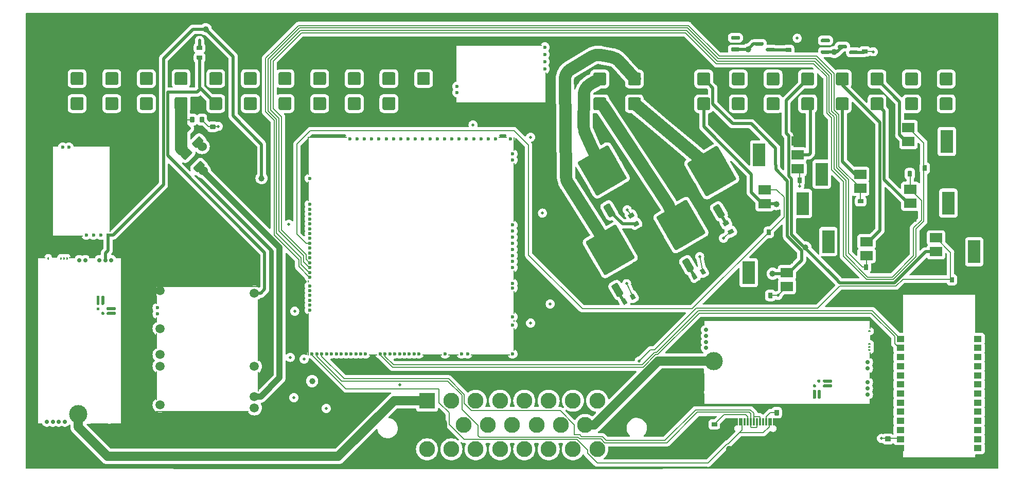
<source format=gtl>
G04 #@! TF.GenerationSoftware,KiCad,Pcbnew,7.0.10-7.0.10~ubuntu22.04.1*
G04 #@! TF.CreationDate,2024-01-05T17:16:03+00:00*
G04 #@! TF.ProjectId,uaeficopiedtovfr,75616566-6963-46f7-9069-6564746f7666,rev?*
G04 #@! TF.SameCoordinates,Original*
G04 #@! TF.FileFunction,Copper,L1,Top*
G04 #@! TF.FilePolarity,Positive*
%FSLAX46Y46*%
G04 Gerber Fmt 4.6, Leading zero omitted, Abs format (unit mm)*
G04 Created by KiCad (PCBNEW 7.0.10-7.0.10~ubuntu22.04.1) date 2024-01-05 17:16:03*
%MOMM*%
%LPD*%
G01*
G04 APERTURE LIST*
G04 #@! TA.AperFunction,NonConductor*
%ADD10C,0.200000*%
G04 #@! TD*
G04 #@! TA.AperFunction,NonConductor*
%ADD11C,2.000000*%
G04 #@! TD*
G04 #@! TA.AperFunction,SMDPad,CuDef*
%ADD12R,2.000000X1.500000*%
G04 #@! TD*
G04 #@! TA.AperFunction,SMDPad,CuDef*
%ADD13R,2.000000X3.800000*%
G04 #@! TD*
G04 #@! TA.AperFunction,ComponentPad*
%ADD14C,5.600000*%
G04 #@! TD*
G04 #@! TA.AperFunction,ComponentPad*
%ADD15C,0.600000*%
G04 #@! TD*
G04 #@! TA.AperFunction,SMDPad,CuDef*
%ADD16R,6.185000X0.250000*%
G04 #@! TD*
G04 #@! TA.AperFunction,SMDPad,CuDef*
%ADD17R,1.115000X0.250000*%
G04 #@! TD*
G04 #@! TA.AperFunction,SMDPad,CuDef*
%ADD18R,0.250000X14.275000*%
G04 #@! TD*
G04 #@! TA.AperFunction,SMDPad,CuDef*
%ADD19R,0.250000X15.100000*%
G04 #@! TD*
G04 #@! TA.AperFunction,SMDPad,CuDef*
%ADD20R,5.175000X0.250000*%
G04 #@! TD*
G04 #@! TA.AperFunction,ComponentPad*
%ADD21C,0.700000*%
G04 #@! TD*
G04 #@! TA.AperFunction,SMDPad,CuDef*
%ADD22C,3.000000*%
G04 #@! TD*
G04 #@! TA.AperFunction,SMDPad,CuDef*
%ADD23R,3.000000X0.250000*%
G04 #@! TD*
G04 #@! TA.AperFunction,SMDPad,CuDef*
%ADD24R,1.100000X0.250000*%
G04 #@! TD*
G04 #@! TA.AperFunction,SMDPad,CuDef*
%ADD25R,0.980000X0.250000*%
G04 #@! TD*
G04 #@! TA.AperFunction,SMDPad,CuDef*
%ADD26R,1.450000X0.250000*%
G04 #@! TD*
G04 #@! TA.AperFunction,SMDPad,CuDef*
%ADD27R,0.250000X27.600000*%
G04 #@! TD*
G04 #@! TA.AperFunction,SMDPad,CuDef*
%ADD28R,1.950000X0.250000*%
G04 #@! TD*
G04 #@! TA.AperFunction,SMDPad,CuDef*
%ADD29R,0.950000X0.250000*%
G04 #@! TD*
G04 #@! TA.AperFunction,ComponentPad*
%ADD30C,1.500000*%
G04 #@! TD*
G04 #@! TA.AperFunction,SMDPad,CuDef*
%ADD31O,0.200000X3.300000*%
G04 #@! TD*
G04 #@! TA.AperFunction,SMDPad,CuDef*
%ADD32O,0.200000X10.200000*%
G04 #@! TD*
G04 #@! TA.AperFunction,SMDPad,CuDef*
%ADD33O,0.200000X0.300000*%
G04 #@! TD*
G04 #@! TA.AperFunction,SMDPad,CuDef*
%ADD34O,17.000000X0.200000*%
G04 #@! TD*
G04 #@! TA.AperFunction,SMDPad,CuDef*
%ADD35O,15.400000X0.200000*%
G04 #@! TD*
G04 #@! TA.AperFunction,SMDPad,CuDef*
%ADD36O,0.200000X4.800000*%
G04 #@! TD*
G04 #@! TA.AperFunction,SMDPad,CuDef*
%ADD37O,0.200000X2.600000*%
G04 #@! TD*
G04 #@! TA.AperFunction,SMDPad,CuDef*
%ADD38O,0.200000X1.000000*%
G04 #@! TD*
G04 #@! TA.AperFunction,SMDPad,CuDef*
%ADD39O,0.200000X1.500000*%
G04 #@! TD*
G04 #@! TA.AperFunction,ComponentPad*
%ADD40R,2.625000X2.625000*%
G04 #@! TD*
G04 #@! TA.AperFunction,ComponentPad*
%ADD41C,2.625000*%
G04 #@! TD*
G04 #@! TA.AperFunction,SMDPad,CuDef*
%ADD42R,0.250000X6.185000*%
G04 #@! TD*
G04 #@! TA.AperFunction,SMDPad,CuDef*
%ADD43R,0.250000X1.115000*%
G04 #@! TD*
G04 #@! TA.AperFunction,SMDPad,CuDef*
%ADD44R,14.275000X0.250000*%
G04 #@! TD*
G04 #@! TA.AperFunction,SMDPad,CuDef*
%ADD45R,15.100000X0.250000*%
G04 #@! TD*
G04 #@! TA.AperFunction,SMDPad,CuDef*
%ADD46R,0.250000X5.175000*%
G04 #@! TD*
G04 #@! TA.AperFunction,SMDPad,CuDef*
%ADD47R,0.300000X1.150000*%
G04 #@! TD*
G04 #@! TA.AperFunction,ComponentPad*
%ADD48O,1.000000X2.100000*%
G04 #@! TD*
G04 #@! TA.AperFunction,ComponentPad*
%ADD49O,1.000000X1.600000*%
G04 #@! TD*
G04 #@! TA.AperFunction,ComponentPad*
%ADD50C,1.524000*%
G04 #@! TD*
G04 #@! TA.AperFunction,SMDPad,CuDef*
%ADD51R,0.200000X3.700000*%
G04 #@! TD*
G04 #@! TA.AperFunction,SMDPad,CuDef*
%ADD52R,0.200000X0.400000*%
G04 #@! TD*
G04 #@! TA.AperFunction,SMDPad,CuDef*
%ADD53R,0.200000X1.600000*%
G04 #@! TD*
G04 #@! TA.AperFunction,SMDPad,CuDef*
%ADD54R,0.200000X9.700000*%
G04 #@! TD*
G04 #@! TA.AperFunction,SMDPad,CuDef*
%ADD55R,0.200000X2.300000*%
G04 #@! TD*
G04 #@! TA.AperFunction,SMDPad,CuDef*
%ADD56R,1.400000X0.200000*%
G04 #@! TD*
G04 #@! TA.AperFunction,SMDPad,CuDef*
%ADD57R,6.400000X0.200000*%
G04 #@! TD*
G04 #@! TA.AperFunction,SMDPad,CuDef*
%ADD58R,1.700000X0.200000*%
G04 #@! TD*
G04 #@! TA.AperFunction,SMDPad,CuDef*
%ADD59R,3.300000X0.200000*%
G04 #@! TD*
G04 #@! TA.AperFunction,SMDPad,CuDef*
%ADD60R,0.200000X7.000000*%
G04 #@! TD*
G04 #@! TA.AperFunction,SMDPad,CuDef*
%ADD61R,0.200000X3.300000*%
G04 #@! TD*
G04 #@! TA.AperFunction,SMDPad,CuDef*
%ADD62R,0.200000X6.300000*%
G04 #@! TD*
G04 #@! TA.AperFunction,SMDPad,CuDef*
%ADD63R,1.300000X1.000000*%
G04 #@! TD*
G04 #@! TA.AperFunction,SMDPad,CuDef*
%ADD64R,0.250000X3.000000*%
G04 #@! TD*
G04 #@! TA.AperFunction,SMDPad,CuDef*
%ADD65R,0.250000X1.100000*%
G04 #@! TD*
G04 #@! TA.AperFunction,SMDPad,CuDef*
%ADD66R,0.250000X0.980000*%
G04 #@! TD*
G04 #@! TA.AperFunction,SMDPad,CuDef*
%ADD67R,0.250000X1.450000*%
G04 #@! TD*
G04 #@! TA.AperFunction,SMDPad,CuDef*
%ADD68R,27.600000X0.250000*%
G04 #@! TD*
G04 #@! TA.AperFunction,SMDPad,CuDef*
%ADD69R,0.250000X1.950000*%
G04 #@! TD*
G04 #@! TA.AperFunction,SMDPad,CuDef*
%ADD70R,0.250000X0.950000*%
G04 #@! TD*
G04 #@! TA.AperFunction,ViaPad*
%ADD71C,0.500000*%
G04 #@! TD*
G04 #@! TA.AperFunction,ViaPad*
%ADD72C,1.000000*%
G04 #@! TD*
G04 #@! TA.AperFunction,Conductor*
%ADD73C,0.500000*%
G04 #@! TD*
G04 #@! TA.AperFunction,Conductor*
%ADD74C,0.200000*%
G04 #@! TD*
G04 #@! TA.AperFunction,Conductor*
%ADD75C,1.000000*%
G04 #@! TD*
G04 #@! TA.AperFunction,Conductor*
%ADD76C,2.000000*%
G04 #@! TD*
G04 #@! TA.AperFunction,Conductor*
%ADD77C,1.500000*%
G04 #@! TD*
G04 APERTURE END LIST*
D10*
X99599000Y41755000D02*
X98952000Y42701000D01*
D11*
X91766638Y56379577D02*
G75*
G03*
X91957274Y55515653I1999962J-11677D01*
G01*
D12*
G04 #@! TO.P,Q7,1,G*
G04 #@! TO.N,/LS1*
X126954000Y49442000D03*
G04 #@! TO.P,Q7,2,D*
G04 #@! TO.N,/FUELPUMP_LS*
X126954000Y51742000D03*
G04 #@! TO.P,Q7,3,S*
G04 #@! TO.N,GND*
X126954000Y54042000D03*
D13*
G04 #@! TO.P,Q7,4*
G04 #@! TO.N,N/C*
X120654000Y51742000D03*
G04 #@! TD*
G04 #@! TO.P,R32,1*
G04 #@! TO.N,GND*
G04 #@! TA.AperFunction,SMDPad,CuDef*
G36*
G01*
X149860000Y49943000D02*
X149860000Y49163000D01*
G75*
G02*
X149790000Y49093000I-70000J0D01*
G01*
X149230000Y49093000D01*
G75*
G02*
X149160000Y49163000I0J70000D01*
G01*
X149160000Y49943000D01*
G75*
G02*
X149230000Y50013000I70000J0D01*
G01*
X149790000Y50013000D01*
G75*
G02*
X149860000Y49943000I0J-70000D01*
G01*
G37*
G04 #@! TD.AperFunction*
G04 #@! TO.P,R32,2*
G04 #@! TO.N,/INJ4*
G04 #@! TA.AperFunction,SMDPad,CuDef*
G36*
G01*
X148260000Y49943000D02*
X148260000Y49163000D01*
G75*
G02*
X148190000Y49093000I-70000J0D01*
G01*
X147630000Y49093000D01*
G75*
G02*
X147560000Y49163000I0J70000D01*
G01*
X147560000Y49943000D01*
G75*
G02*
X147630000Y50013000I70000J0D01*
G01*
X148190000Y50013000D01*
G75*
G02*
X148260000Y49943000I0J-70000D01*
G01*
G37*
G04 #@! TD.AperFunction*
G04 #@! TD*
G04 #@! TO.P,R31,1*
G04 #@! TO.N,GND*
G04 #@! TA.AperFunction,SMDPad,CuDef*
G36*
G01*
X143477000Y48236928D02*
X143477000Y49016928D01*
G75*
G02*
X143547000Y49086928I70000J0D01*
G01*
X144107000Y49086928D01*
G75*
G02*
X144177000Y49016928I0J-70000D01*
G01*
X144177000Y48236928D01*
G75*
G02*
X144107000Y48166928I-70000J0D01*
G01*
X143547000Y48166928D01*
G75*
G02*
X143477000Y48236928I0J70000D01*
G01*
G37*
G04 #@! TD.AperFunction*
G04 #@! TO.P,R31,2*
G04 #@! TO.N,/INJ3*
G04 #@! TA.AperFunction,SMDPad,CuDef*
G36*
G01*
X145077000Y48236928D02*
X145077000Y49016928D01*
G75*
G02*
X145147000Y49086928I70000J0D01*
G01*
X145707000Y49086928D01*
G75*
G02*
X145777000Y49016928I0J-70000D01*
G01*
X145777000Y48236928D01*
G75*
G02*
X145707000Y48166928I-70000J0D01*
G01*
X145147000Y48166928D01*
G75*
G02*
X145077000Y48236928I0J70000D01*
G01*
G37*
G04 #@! TD.AperFunction*
G04 #@! TD*
G04 #@! TO.P,R29,1*
G04 #@! TO.N,GND*
G04 #@! TA.AperFunction,SMDPad,CuDef*
G36*
G01*
X137754928Y42142000D02*
X136974928Y42142000D01*
G75*
G02*
X136904928Y42212000I0J70000D01*
G01*
X136904928Y42772000D01*
G75*
G02*
X136974928Y42842000I70000J0D01*
G01*
X137754928Y42842000D01*
G75*
G02*
X137824928Y42772000I0J-70000D01*
G01*
X137824928Y42212000D01*
G75*
G02*
X137754928Y42142000I-70000J0D01*
G01*
G37*
G04 #@! TD.AperFunction*
G04 #@! TO.P,R29,2*
G04 #@! TO.N,/INJ1*
G04 #@! TA.AperFunction,SMDPad,CuDef*
G36*
G01*
X137754928Y43742000D02*
X136974928Y43742000D01*
G75*
G02*
X136904928Y43812000I0J70000D01*
G01*
X136904928Y44372000D01*
G75*
G02*
X136974928Y44442000I70000J0D01*
G01*
X137754928Y44442000D01*
G75*
G02*
X137824928Y44372000I0J-70000D01*
G01*
X137824928Y43812000D01*
G75*
G02*
X137754928Y43742000I-70000J0D01*
G01*
G37*
G04 #@! TD.AperFunction*
G04 #@! TD*
D12*
G04 #@! TO.P,Q9,1,G*
G04 #@! TO.N,/LS3*
X125229000Y30059000D03*
G04 #@! TO.P,Q9,2,D*
G04 #@! TO.N,/OUT_LS3*
X125229000Y32359000D03*
G04 #@! TO.P,Q9,3,S*
G04 #@! TO.N,GND*
X125229000Y34659000D03*
D13*
G04 #@! TO.P,Q9,4*
G04 #@! TO.N,N/C*
X118929000Y32359000D03*
G04 #@! TD*
G04 #@! TO.P,Q1,1,G*
G04 #@! TO.N,Net-(Q1-G)*
G04 #@! TA.AperFunction,SMDPad,CuDef*
G36*
G01*
X114883109Y41670372D02*
X114276891Y41320372D01*
G75*
G02*
X113935385Y41411878I-125000J216506D01*
G01*
X113085385Y42884122D01*
G75*
G02*
X113176891Y43225628I216506J125000D01*
G01*
X113783109Y43575628D01*
G75*
G02*
X114124615Y43484122I125000J-216506D01*
G01*
X114974615Y42011878D01*
G75*
G02*
X114883109Y41670372I-216506J-125000D01*
G01*
G37*
G04 #@! TD.AperFunction*
G04 #@! TO.P,Q1,2,C*
G04 #@! TO.N,/IGNOUT1*
G04 #@! TA.AperFunction,SMDPad,CuDef*
G36*
G01*
X114108128Y46072679D02*
X112159570Y44947679D01*
G75*
G02*
X111818064Y45039185I-125000J216506D01*
G01*
X110543064Y47247549D01*
G75*
G02*
X110634570Y47589055I216506J125000D01*
G01*
X112583128Y48714055D01*
G75*
G02*
X112924634Y48622549I125000J-216506D01*
G01*
X114199634Y46414185D01*
G75*
G02*
X114108128Y46072679I-216506J-125000D01*
G01*
G37*
G04 #@! TD.AperFunction*
G04 #@! TA.AperFunction,SMDPad,CuDef*
G36*
G01*
X116749506Y47597679D02*
X114800948Y46472679D01*
G75*
G02*
X114459442Y46564185I-125000J216506D01*
G01*
X113184442Y48772549D01*
G75*
G02*
X113275948Y49114055I216506J125000D01*
G01*
X115224506Y50239055D01*
G75*
G02*
X115566012Y50147549I125000J-216506D01*
G01*
X116841012Y47939185D01*
G75*
G02*
X116749506Y47597679I-216506J-125000D01*
G01*
G37*
G04 #@! TD.AperFunction*
G04 #@! TA.AperFunction,SMDPad,CuDef*
G36*
G01*
X116749508Y47597680D02*
X112159569Y44947677D01*
G75*
G02*
X111818066Y45039182I-124999J216504D01*
G01*
X108868063Y50148737D01*
G75*
G02*
X108959569Y50490240I216504J124999D01*
G01*
X113549508Y53140243D01*
G75*
G02*
X113891010Y53048737I124998J-216504D01*
G01*
X116841013Y47939182D01*
G75*
G02*
X116749508Y47597680I-216504J-124998D01*
G01*
G37*
G04 #@! TD.AperFunction*
G04 #@! TA.AperFunction,SMDPad,CuDef*
G36*
G01*
X112433128Y48973865D02*
X110484570Y47848865D01*
G75*
G02*
X110143064Y47940371I-125000J216506D01*
G01*
X108868064Y50148735D01*
G75*
G02*
X108959570Y50490241I216506J125000D01*
G01*
X110908128Y51615241D01*
G75*
G02*
X111249634Y51523735I125000J-216506D01*
G01*
X112524634Y49315371D01*
G75*
G02*
X112433128Y48973865I-216506J-125000D01*
G01*
G37*
G04 #@! TD.AperFunction*
G04 #@! TA.AperFunction,SMDPad,CuDef*
G36*
G01*
X115074506Y50498865D02*
X113125948Y49373865D01*
G75*
G02*
X112784442Y49465371I-125000J216506D01*
G01*
X111509442Y51673735D01*
G75*
G02*
X111600948Y52015241I216506J125000D01*
G01*
X113549506Y53140241D01*
G75*
G02*
X113891012Y53048735I125000J-216506D01*
G01*
X115166012Y50840371D01*
G75*
G02*
X115074506Y50498865I-216506J-125000D01*
G01*
G37*
G04 #@! TD.AperFunction*
G04 #@! TO.P,Q1,3,E*
G04 #@! TO.N,GND*
G04 #@! TA.AperFunction,SMDPad,CuDef*
G36*
G01*
X118832185Y43950372D02*
X118225967Y43600372D01*
G75*
G02*
X117884461Y43691878I-125000J216506D01*
G01*
X117034461Y45164122D01*
G75*
G02*
X117125967Y45505628I216506J125000D01*
G01*
X117732185Y45855628D01*
G75*
G02*
X118073691Y45764122I125000J-216506D01*
G01*
X118923691Y44291878D01*
G75*
G02*
X118832185Y43950372I-216506J-125000D01*
G01*
G37*
G04 #@! TD.AperFunction*
G04 #@! TD*
G04 #@! TO.P,Q4,1,G*
G04 #@! TO.N,Net-(Q4-G)*
G04 #@! TA.AperFunction,SMDPad,CuDef*
G36*
G01*
X96852033Y41810372D02*
X96245815Y41460372D01*
G75*
G02*
X95904309Y41551878I-125000J216506D01*
G01*
X95054309Y43024122D01*
G75*
G02*
X95145815Y43365628I216506J125000D01*
G01*
X95752033Y43715628D01*
G75*
G02*
X96093539Y43624122I125000J-216506D01*
G01*
X96943539Y42151878D01*
G75*
G02*
X96852033Y41810372I-216506J-125000D01*
G01*
G37*
G04 #@! TD.AperFunction*
G04 #@! TO.P,Q4,2,C*
G04 #@! TO.N,/IGNOUT4*
G04 #@! TA.AperFunction,SMDPad,CuDef*
G36*
G01*
X96077052Y46212679D02*
X94128494Y45087679D01*
G75*
G02*
X93786988Y45179185I-125000J216506D01*
G01*
X92511988Y47387549D01*
G75*
G02*
X92603494Y47729055I216506J125000D01*
G01*
X94552052Y48854055D01*
G75*
G02*
X94893558Y48762549I125000J-216506D01*
G01*
X96168558Y46554185D01*
G75*
G02*
X96077052Y46212679I-216506J-125000D01*
G01*
G37*
G04 #@! TD.AperFunction*
G04 #@! TA.AperFunction,SMDPad,CuDef*
G36*
G01*
X98718430Y47737679D02*
X96769872Y46612679D01*
G75*
G02*
X96428366Y46704185I-125000J216506D01*
G01*
X95153366Y48912549D01*
G75*
G02*
X95244872Y49254055I216506J125000D01*
G01*
X97193430Y50379055D01*
G75*
G02*
X97534936Y50287549I125000J-216506D01*
G01*
X98809936Y48079185D01*
G75*
G02*
X98718430Y47737679I-216506J-125000D01*
G01*
G37*
G04 #@! TD.AperFunction*
G04 #@! TA.AperFunction,SMDPad,CuDef*
G36*
G01*
X98718432Y47737680D02*
X94128493Y45087677D01*
G75*
G02*
X93786990Y45179182I-124999J216504D01*
G01*
X90836987Y50288737D01*
G75*
G02*
X90928493Y50630240I216504J124999D01*
G01*
X95518432Y53280243D01*
G75*
G02*
X95859934Y53188737I124998J-216504D01*
G01*
X98809937Y48079182D01*
G75*
G02*
X98718432Y47737680I-216504J-124998D01*
G01*
G37*
G04 #@! TD.AperFunction*
G04 #@! TA.AperFunction,SMDPad,CuDef*
G36*
G01*
X94402052Y49113865D02*
X92453494Y47988865D01*
G75*
G02*
X92111988Y48080371I-125000J216506D01*
G01*
X90836988Y50288735D01*
G75*
G02*
X90928494Y50630241I216506J125000D01*
G01*
X92877052Y51755241D01*
G75*
G02*
X93218558Y51663735I125000J-216506D01*
G01*
X94493558Y49455371D01*
G75*
G02*
X94402052Y49113865I-216506J-125000D01*
G01*
G37*
G04 #@! TD.AperFunction*
G04 #@! TA.AperFunction,SMDPad,CuDef*
G36*
G01*
X97043430Y50638865D02*
X95094872Y49513865D01*
G75*
G02*
X94753366Y49605371I-125000J216506D01*
G01*
X93478366Y51813735D01*
G75*
G02*
X93569872Y52155241I216506J125000D01*
G01*
X95518430Y53280241D01*
G75*
G02*
X95859936Y53188735I125000J-216506D01*
G01*
X97134936Y50980371D01*
G75*
G02*
X97043430Y50638865I-216506J-125000D01*
G01*
G37*
G04 #@! TD.AperFunction*
G04 #@! TO.P,Q4,3,E*
G04 #@! TO.N,GND*
G04 #@! TA.AperFunction,SMDPad,CuDef*
G36*
G01*
X100801109Y44090372D02*
X100194891Y43740372D01*
G75*
G02*
X99853385Y43831878I-125000J216506D01*
G01*
X99003385Y45304122D01*
G75*
G02*
X99094891Y45645628I216506J125000D01*
G01*
X99701109Y45995628D01*
G75*
G02*
X100042615Y45904122I125000J-216506D01*
G01*
X100892615Y44431878D01*
G75*
G02*
X100801109Y44090372I-216506J-125000D01*
G01*
G37*
G04 #@! TD.AperFunction*
G04 #@! TD*
G04 #@! TO.P,R1,1*
G04 #@! TO.N,+5VP*
G04 #@! TA.AperFunction,SMDPad,CuDef*
G36*
G01*
X28957000Y67393000D02*
X28177000Y67393000D01*
G75*
G02*
X28107000Y67463000I0J70000D01*
G01*
X28107000Y68023000D01*
G75*
G02*
X28177000Y68093000I70000J0D01*
G01*
X28957000Y68093000D01*
G75*
G02*
X29027000Y68023000I0J-70000D01*
G01*
X29027000Y67463000D01*
G75*
G02*
X28957000Y67393000I-70000J0D01*
G01*
G37*
G04 #@! TD.AperFunction*
G04 #@! TO.P,R1,2*
G04 #@! TO.N,/CAM{slash}CRANK-*
G04 #@! TA.AperFunction,SMDPad,CuDef*
G36*
G01*
X28957000Y68993000D02*
X28177000Y68993000D01*
G75*
G02*
X28107000Y69063000I0J70000D01*
G01*
X28107000Y69623000D01*
G75*
G02*
X28177000Y69693000I70000J0D01*
G01*
X28957000Y69693000D01*
G75*
G02*
X29027000Y69623000I0J-70000D01*
G01*
X29027000Y69063000D01*
G75*
G02*
X28957000Y68993000I-70000J0D01*
G01*
G37*
G04 #@! TD.AperFunction*
G04 #@! TD*
D14*
G04 #@! TO.P,H2,1,1*
G04 #@! TO.N,GND*
X29407000Y36783000D03*
G04 #@! TD*
G04 #@! TO.P,R8,1*
G04 #@! TO.N,GND*
G04 #@! TA.AperFunction,SMDPad,CuDef*
G36*
G01*
X125496000Y9699000D02*
X125496000Y8919000D01*
G75*
G02*
X125426000Y8849000I-70000J0D01*
G01*
X124866000Y8849000D01*
G75*
G02*
X124796000Y8919000I0J70000D01*
G01*
X124796000Y9699000D01*
G75*
G02*
X124866000Y9769000I70000J0D01*
G01*
X125426000Y9769000D01*
G75*
G02*
X125496000Y9699000I0J-70000D01*
G01*
G37*
G04 #@! TD.AperFunction*
G04 #@! TO.P,R8,2*
G04 #@! TO.N,Net-(J9-CC2)*
G04 #@! TA.AperFunction,SMDPad,CuDef*
G36*
G01*
X123896000Y9699000D02*
X123896000Y8919000D01*
G75*
G02*
X123826000Y8849000I-70000J0D01*
G01*
X123266000Y8849000D01*
G75*
G02*
X123196000Y8919000I0J70000D01*
G01*
X123196000Y9699000D01*
G75*
G02*
X123266000Y9769000I70000J0D01*
G01*
X123826000Y9769000D01*
G75*
G02*
X123896000Y9699000I0J-70000D01*
G01*
G37*
G04 #@! TD.AperFunction*
G04 #@! TD*
G04 #@! TO.P,R30,1*
G04 #@! TO.N,GND*
G04 #@! TA.AperFunction,SMDPad,CuDef*
G36*
G01*
X140178000Y33631072D02*
X140178000Y32851072D01*
G75*
G02*
X140108000Y32781072I-70000J0D01*
G01*
X139548000Y32781072D01*
G75*
G02*
X139478000Y32851072I0J70000D01*
G01*
X139478000Y33631072D01*
G75*
G02*
X139548000Y33701072I70000J0D01*
G01*
X140108000Y33701072D01*
G75*
G02*
X140178000Y33631072I0J-70000D01*
G01*
G37*
G04 #@! TD.AperFunction*
G04 #@! TO.P,R30,2*
G04 #@! TO.N,/INJ2*
G04 #@! TA.AperFunction,SMDPad,CuDef*
G36*
G01*
X138578000Y33631072D02*
X138578000Y32851072D01*
G75*
G02*
X138508000Y32781072I-70000J0D01*
G01*
X137948000Y32781072D01*
G75*
G02*
X137878000Y32851072I0J70000D01*
G01*
X137878000Y33631072D01*
G75*
G02*
X137948000Y33701072I70000J0D01*
G01*
X138508000Y33701072D01*
G75*
G02*
X138578000Y33631072I0J-70000D01*
G01*
G37*
G04 #@! TD.AperFunction*
G04 #@! TD*
D15*
G04 #@! TO.P,M3,E1,Thresh_IN*
G04 #@! TO.N,/VR1_THRESHOLD*
X11122000Y38552000D03*
G04 #@! TO.P,M3,E2,OUT_A*
G04 #@! TO.N,/VR1_A*
X9922000Y38552000D03*
G04 #@! TO.P,M3,E3,OUT*
G04 #@! TO.N,/VR1*
X12322000Y38552000D03*
G04 #@! TO.P,M3,E4,V5_IN*
G04 #@! TO.N,+5VA*
X13522000Y38552000D03*
D16*
G04 #@! TO.P,M3,G,GND*
G04 #@! TO.N,GND*
X10854500Y53202000D03*
D17*
X4804500Y53202000D03*
D18*
X13822000Y46189500D03*
D19*
X4372000Y45777000D03*
D20*
X6834500Y38352000D03*
D15*
G04 #@! TO.P,M3,W1,VR-*
G04 #@! TO.N,/CAM{slash}CRANK-*
X7062000Y52977000D03*
G04 #@! TO.P,M3,W2,VR+*
G04 #@! TO.N,/CAM+*
X6062000Y52977000D03*
G04 #@! TD*
G04 #@! TO.P,R2,1*
G04 #@! TO.N,/IN_VMAIN*
G04 #@! TA.AperFunction,SMDPad,CuDef*
G36*
G01*
X29314000Y57922000D02*
X29314000Y57142000D01*
G75*
G02*
X29244000Y57072000I-70000J0D01*
G01*
X28684000Y57072000D01*
G75*
G02*
X28614000Y57142000I0J70000D01*
G01*
X28614000Y57922000D01*
G75*
G02*
X28684000Y57992000I70000J0D01*
G01*
X29244000Y57992000D01*
G75*
G02*
X29314000Y57922000I0J-70000D01*
G01*
G37*
G04 #@! TD.AperFunction*
G04 #@! TO.P,R2,2*
G04 #@! TO.N,+12V*
G04 #@! TA.AperFunction,SMDPad,CuDef*
G36*
G01*
X27714000Y57922000D02*
X27714000Y57142000D01*
G75*
G02*
X27644000Y57072000I-70000J0D01*
G01*
X27084000Y57072000D01*
G75*
G02*
X27014000Y57142000I0J70000D01*
G01*
X27014000Y57922000D01*
G75*
G02*
X27084000Y57992000I70000J0D01*
G01*
X27644000Y57992000D01*
G75*
G02*
X27714000Y57922000I0J-70000D01*
G01*
G37*
G04 #@! TD.AperFunction*
G04 #@! TD*
D12*
G04 #@! TO.P,Q14,1,G*
G04 #@! TO.N,/INJ2*
X138324000Y35162000D03*
G04 #@! TO.P,Q14,2,D*
G04 #@! TO.N,/INJOUT2*
X138324000Y37462000D03*
G04 #@! TO.P,Q14,3,S*
G04 #@! TO.N,GND*
X138324000Y39762000D03*
D13*
G04 #@! TO.P,Q14,4*
G04 #@! TO.N,N/C*
X132024000Y37462000D03*
G04 #@! TD*
G04 #@! TO.P,Q3,1,G*
G04 #@! TO.N,Net-(Q3-G)*
G04 #@! TA.AperFunction,SMDPad,CuDef*
G36*
G01*
X109796109Y32814372D02*
X109189891Y32464372D01*
G75*
G02*
X108848385Y32555878I-125000J216506D01*
G01*
X107998385Y34028122D01*
G75*
G02*
X108089891Y34369628I216506J125000D01*
G01*
X108696109Y34719628D01*
G75*
G02*
X109037615Y34628122I125000J-216506D01*
G01*
X109887615Y33155878D01*
G75*
G02*
X109796109Y32814372I-216506J-125000D01*
G01*
G37*
G04 #@! TD.AperFunction*
G04 #@! TO.P,Q3,2,C*
G04 #@! TO.N,/IGNOUT3*
G04 #@! TA.AperFunction,SMDPad,CuDef*
G36*
G01*
X109021128Y37216679D02*
X107072570Y36091679D01*
G75*
G02*
X106731064Y36183185I-125000J216506D01*
G01*
X105456064Y38391549D01*
G75*
G02*
X105547570Y38733055I216506J125000D01*
G01*
X107496128Y39858055D01*
G75*
G02*
X107837634Y39766549I125000J-216506D01*
G01*
X109112634Y37558185D01*
G75*
G02*
X109021128Y37216679I-216506J-125000D01*
G01*
G37*
G04 #@! TD.AperFunction*
G04 #@! TA.AperFunction,SMDPad,CuDef*
G36*
G01*
X111662506Y38741679D02*
X109713948Y37616679D01*
G75*
G02*
X109372442Y37708185I-125000J216506D01*
G01*
X108097442Y39916549D01*
G75*
G02*
X108188948Y40258055I216506J125000D01*
G01*
X110137506Y41383055D01*
G75*
G02*
X110479012Y41291549I125000J-216506D01*
G01*
X111754012Y39083185D01*
G75*
G02*
X111662506Y38741679I-216506J-125000D01*
G01*
G37*
G04 #@! TD.AperFunction*
G04 #@! TA.AperFunction,SMDPad,CuDef*
G36*
G01*
X111662508Y38741680D02*
X107072569Y36091677D01*
G75*
G02*
X106731066Y36183182I-124999J216504D01*
G01*
X103781063Y41292737D01*
G75*
G02*
X103872569Y41634240I216504J124999D01*
G01*
X108462508Y44284243D01*
G75*
G02*
X108804010Y44192737I124998J-216504D01*
G01*
X111754013Y39083182D01*
G75*
G02*
X111662508Y38741680I-216504J-124998D01*
G01*
G37*
G04 #@! TD.AperFunction*
G04 #@! TA.AperFunction,SMDPad,CuDef*
G36*
G01*
X107346128Y40117865D02*
X105397570Y38992865D01*
G75*
G02*
X105056064Y39084371I-125000J216506D01*
G01*
X103781064Y41292735D01*
G75*
G02*
X103872570Y41634241I216506J125000D01*
G01*
X105821128Y42759241D01*
G75*
G02*
X106162634Y42667735I125000J-216506D01*
G01*
X107437634Y40459371D01*
G75*
G02*
X107346128Y40117865I-216506J-125000D01*
G01*
G37*
G04 #@! TD.AperFunction*
G04 #@! TA.AperFunction,SMDPad,CuDef*
G36*
G01*
X109987506Y41642865D02*
X108038948Y40517865D01*
G75*
G02*
X107697442Y40609371I-125000J216506D01*
G01*
X106422442Y42817735D01*
G75*
G02*
X106513948Y43159241I216506J125000D01*
G01*
X108462506Y44284241D01*
G75*
G02*
X108804012Y44192735I125000J-216506D01*
G01*
X110079012Y41984371D01*
G75*
G02*
X109987506Y41642865I-216506J-125000D01*
G01*
G37*
G04 #@! TD.AperFunction*
G04 #@! TO.P,Q3,3,E*
G04 #@! TO.N,GND*
G04 #@! TA.AperFunction,SMDPad,CuDef*
G36*
G01*
X113745185Y35094372D02*
X113138967Y34744372D01*
G75*
G02*
X112797461Y34835878I-125000J216506D01*
G01*
X111947461Y36308122D01*
G75*
G02*
X112038967Y36649628I216506J125000D01*
G01*
X112645185Y36999628D01*
G75*
G02*
X112986691Y36908122I125000J-216506D01*
G01*
X113836691Y35435878D01*
G75*
G02*
X113745185Y35094372I-216506J-125000D01*
G01*
G37*
G04 #@! TD.AperFunction*
G04 #@! TD*
D21*
G04 #@! TO.P,M7,E1,LSU_Un*
G04 #@! TO.N,/WBO2_Un*
X3416000Y7829000D03*
G04 #@! TO.P,M7,E2,LSU_Vm*
G04 #@! TO.N,/WBO2_Vm*
X6416000Y7829000D03*
G04 #@! TO.P,M7,E3,LSU_Ip*
G04 #@! TO.N,/WBO2_Ip*
X5416000Y7829000D03*
G04 #@! TO.P,M7,E4,LSU_Rtrim*
G04 #@! TO.N,/WBO2_Rtrim*
X4416000Y7829000D03*
D22*
G04 #@! TO.P,M7,E5,LSU_H+*
G04 #@! TO.N,/WBO2_Heater*
X8566000Y9079000D03*
D23*
G04 #@! TO.P,M7,E6,LSU_H-*
G04 #@! TO.N,GND*
X12066000Y7454000D03*
D24*
G04 #@! TO.P,M7,G,GND*
X15266000Y34804000D03*
D25*
X10926000Y34804000D03*
X7626000Y34804000D03*
D26*
X2541000Y34804000D03*
D27*
X15691000Y21129000D03*
X1941000Y21129000D03*
D28*
X14841000Y7454000D03*
D29*
X2291000Y7454000D03*
G04 #@! TO.P,M7,J1,SEL1*
G04 #@! TO.N,Net-(M7-PULL_DOWN1)*
G04 #@! TA.AperFunction,SMDPad,CuDef*
G36*
G01*
X14666000Y25379000D02*
X13416000Y25379000D01*
G75*
G02*
X13291000Y25504000I0J125000D01*
G01*
X13291000Y25754000D01*
G75*
G02*
X13416000Y25879000I125000J0D01*
G01*
X14666000Y25879000D01*
G75*
G02*
X14791000Y25754000I0J-125000D01*
G01*
X14791000Y25504000D01*
G75*
G02*
X14666000Y25379000I-125000J0D01*
G01*
G37*
G04 #@! TD.AperFunction*
G04 #@! TO.P,M7,J2,SEL2*
G04 #@! TO.N,unconnected-(M7-SEL2-PadJ2)*
G04 #@! TA.AperFunction,SMDPad,CuDef*
G36*
G01*
X11991000Y27054000D02*
X11741000Y27054000D01*
G75*
G02*
X11616000Y27179000I0J125000D01*
G01*
X11616000Y28429000D01*
G75*
G02*
X11741000Y28554000I125000J0D01*
G01*
X11991000Y28554000D01*
G75*
G02*
X12116000Y28429000I0J-125000D01*
G01*
X12116000Y27179000D01*
G75*
G02*
X11991000Y27054000I-125000J0D01*
G01*
G37*
G04 #@! TD.AperFunction*
G04 #@! TO.P,M7,J_GND1,PULL_DOWN1*
G04 #@! TO.N,Net-(M7-PULL_DOWN1)*
G04 #@! TA.AperFunction,SMDPad,CuDef*
G36*
G01*
X14666000Y26179000D02*
X13416000Y26179000D01*
G75*
G02*
X13291000Y26304000I0J125000D01*
G01*
X13291000Y26554000D01*
G75*
G02*
X13416000Y26679000I125000J0D01*
G01*
X14666000Y26679000D01*
G75*
G02*
X14791000Y26554000I0J-125000D01*
G01*
X14791000Y26304000D01*
G75*
G02*
X14666000Y26179000I-125000J0D01*
G01*
G37*
G04 #@! TD.AperFunction*
G04 #@! TO.P,M7,J_GND2,PULL_DOWN2*
G04 #@! TO.N,unconnected-(M7-PULL_DOWN2-PadJ_GND2)*
G04 #@! TA.AperFunction,SMDPad,CuDef*
G36*
G01*
X12116000Y26504000D02*
X12116000Y26254000D01*
G75*
G02*
X11991000Y26129000I-125000J0D01*
G01*
X11741000Y26129000D01*
G75*
G02*
X11616000Y26254000I0J125000D01*
G01*
X11616000Y26504000D01*
G75*
G02*
X11741000Y26629000I125000J0D01*
G01*
X11991000Y26629000D01*
G75*
G02*
X12116000Y26504000I0J-125000D01*
G01*
G37*
G04 #@! TD.AperFunction*
G04 #@! TO.P,M7,J_VCC1,PULL_UP1*
G04 #@! TO.N,unconnected-(M7-PULL_UP1-PadJ_VCC1)*
G04 #@! TA.AperFunction,SMDPad,CuDef*
G36*
G01*
X12791000Y25379000D02*
X12541000Y25379000D01*
G75*
G02*
X12416000Y25504000I0J125000D01*
G01*
X12416000Y25754000D01*
G75*
G02*
X12541000Y25879000I125000J0D01*
G01*
X12791000Y25879000D01*
G75*
G02*
X12916000Y25754000I0J-125000D01*
G01*
X12916000Y25504000D01*
G75*
G02*
X12791000Y25379000I-125000J0D01*
G01*
G37*
G04 #@! TD.AperFunction*
G04 #@! TO.P,M7,J_VCC2,PULL_UP2*
G04 #@! TO.N,unconnected-(M7-PULL_UP2-PadJ_VCC2)*
G04 #@! TA.AperFunction,SMDPad,CuDef*
G36*
G01*
X12791000Y27054000D02*
X12541000Y27054000D01*
G75*
G02*
X12416000Y27179000I0J125000D01*
G01*
X12416000Y28429000D01*
G75*
G02*
X12541000Y28554000I125000J0D01*
G01*
X12791000Y28554000D01*
G75*
G02*
X12916000Y28429000I0J-125000D01*
G01*
X12916000Y27179000D01*
G75*
G02*
X12791000Y27054000I-125000J0D01*
G01*
G37*
G04 #@! TD.AperFunction*
D21*
G04 #@! TO.P,M7,W1,V5_IN*
G04 #@! TO.N,+5VA*
X13066000Y34420200D03*
G04 #@! TO.P,M7,W2,CAN_VIO*
G04 #@! TO.N,unconnected-(M7-CAN_VIO-PadW2)*
X12066000Y34420200D03*
G04 #@! TO.P,M7,W3,CANL*
G04 #@! TO.N,/CAN-*
X8770000Y34420200D03*
G04 #@! TO.P,M7,W4,CANH*
G04 #@! TO.N,/CAN+*
X9786000Y34420200D03*
G04 #@! TO.P,M7,W5,nReset*
G04 #@! TO.N,Net-(J3-Pin_5)*
G04 #@! TA.AperFunction,SMDPad,CuDef*
G36*
G01*
X6766000Y34929000D02*
X6766000Y34929000D01*
G75*
G02*
X6891000Y34804000I0J-125000D01*
G01*
X6891000Y34554000D01*
G75*
G02*
X6766000Y34429000I-125000J0D01*
G01*
X6766000Y34429000D01*
G75*
G02*
X6641000Y34554000I0J125000D01*
G01*
X6641000Y34804000D01*
G75*
G02*
X6766000Y34929000I125000J0D01*
G01*
G37*
G04 #@! TD.AperFunction*
G04 #@! TO.P,M7,W6,SWDIO*
G04 #@! TO.N,Net-(J3-Pin_4)*
G04 #@! TA.AperFunction,SMDPad,CuDef*
G36*
G01*
X6266000Y34929000D02*
X6266000Y34929000D01*
G75*
G02*
X6391000Y34804000I0J-125000D01*
G01*
X6391000Y34554000D01*
G75*
G02*
X6266000Y34429000I-125000J0D01*
G01*
X6266000Y34429000D01*
G75*
G02*
X6141000Y34554000I0J125000D01*
G01*
X6141000Y34804000D01*
G75*
G02*
X6266000Y34929000I125000J0D01*
G01*
G37*
G04 #@! TD.AperFunction*
G04 #@! TO.P,M7,W7,SWCLK*
G04 #@! TO.N,Net-(J3-Pin_2)*
G04 #@! TA.AperFunction,SMDPad,CuDef*
G36*
G01*
X5766000Y34929000D02*
X5766000Y34929000D01*
G75*
G02*
X5891000Y34804000I0J-125000D01*
G01*
X5891000Y34554000D01*
G75*
G02*
X5766000Y34429000I-125000J0D01*
G01*
X5766000Y34429000D01*
G75*
G02*
X5641000Y34554000I0J125000D01*
G01*
X5641000Y34804000D01*
G75*
G02*
X5766000Y34929000I125000J0D01*
G01*
G37*
G04 #@! TD.AperFunction*
G04 #@! TO.P,M7,W8,V33_OUT*
G04 #@! TO.N,Net-(J3-Pin_1)*
G04 #@! TA.AperFunction,SMDPad,CuDef*
G36*
G01*
X3666000Y34929000D02*
X3666000Y34929000D01*
G75*
G02*
X3791000Y34804000I0J-125000D01*
G01*
X3791000Y34554000D01*
G75*
G02*
X3666000Y34429000I-125000J0D01*
G01*
X3666000Y34429000D01*
G75*
G02*
X3541000Y34554000I0J125000D01*
G01*
X3541000Y34804000D01*
G75*
G02*
X3666000Y34929000I125000J0D01*
G01*
G37*
G04 #@! TD.AperFunction*
G04 #@! TO.P,M7,W9,VDDA*
G04 #@! TO.N,unconnected-(M7-VDDA-PadW9)*
X14066000Y34420200D03*
G04 #@! TD*
D30*
G04 #@! TO.P,M1,E1,VBAT*
G04 #@! TO.N,/VBAT*
X22089005Y10557001D03*
G04 #@! TO.P,M1,E2,V12*
G04 #@! TO.N,unconnected-(M1-V12-PadE2)*
X22089005Y16956998D03*
G04 #@! TO.P,M1,E3,VIGN*
G04 #@! TO.N,/VIGN*
X22089005Y18857001D03*
G04 #@! TO.P,M1,E4,V5*
G04 #@! TO.N,+5V*
X22089005Y23157001D03*
D15*
G04 #@! TO.P,M1,E5,EN_5VP*
G04 #@! TO.N,/PWR_EN*
X21639006Y25556998D03*
G04 #@! TO.P,M1,E6,PG_5VP*
G04 #@! TO.N,Net-(M1-PG_5VP)*
X21639006Y26556999D03*
D31*
G04 #@! TO.P,M1,S1,GND*
G04 #@! TO.N,GND*
X38239001Y14407001D03*
D32*
X38239001Y22906999D03*
D33*
X38239001Y30007001D03*
D34*
X29839003Y30057001D03*
D35*
X29039002Y9457001D03*
D30*
X22089005Y29407001D03*
D33*
X21439004Y9507001D03*
D36*
X21439004Y13706999D03*
D37*
X21439004Y21057001D03*
D38*
X21439004Y24556998D03*
D39*
X21439004Y27856999D03*
D30*
G04 #@! TO.P,M1,V1,V12_PERM*
G04 #@! TO.N,+12V_RAW*
X37589002Y10106999D03*
G04 #@! TO.P,M1,V2,IN_VIGN*
G04 #@! TO.N,/IN_VIGN*
X37589002Y11956998D03*
G04 #@! TO.P,M1,V3,V12_RAW*
G04 #@! TO.N,+12V_RAW*
X37589002Y16907001D03*
G04 #@! TO.P,M1,V4,5VP*
G04 #@! TO.N,+5VP*
X37589002Y28956999D03*
G04 #@! TD*
G04 #@! TO.P,R26,1*
G04 #@! TO.N,/LS_WEAK2*
G04 #@! TA.AperFunction,SMDPad,CuDef*
G36*
G01*
X125860000Y68649000D02*
X125080000Y68649000D01*
G75*
G02*
X125010000Y68719000I0J70000D01*
G01*
X125010000Y69279000D01*
G75*
G02*
X125080000Y69349000I70000J0D01*
G01*
X125860000Y69349000D01*
G75*
G02*
X125930000Y69279000I0J-70000D01*
G01*
X125930000Y68719000D01*
G75*
G02*
X125860000Y68649000I-70000J0D01*
G01*
G37*
G04 #@! TD.AperFunction*
G04 #@! TO.P,R26,2*
G04 #@! TO.N,GND*
G04 #@! TA.AperFunction,SMDPad,CuDef*
G36*
G01*
X125860000Y70249000D02*
X125080000Y70249000D01*
G75*
G02*
X125010000Y70319000I0J70000D01*
G01*
X125010000Y70879000D01*
G75*
G02*
X125080000Y70949000I70000J0D01*
G01*
X125860000Y70949000D01*
G75*
G02*
X125930000Y70879000I0J-70000D01*
G01*
X125930000Y70319000D01*
G75*
G02*
X125860000Y70249000I-70000J0D01*
G01*
G37*
G04 #@! TD.AperFunction*
G04 #@! TD*
D12*
G04 #@! TO.P,Q13,1,G*
G04 #@! TO.N,/INJ1*
X137258000Y46252000D03*
G04 #@! TO.P,Q13,2,D*
G04 #@! TO.N,/INJOUT1*
X137258000Y48552000D03*
G04 #@! TO.P,Q13,3,S*
G04 #@! TO.N,GND*
X137258000Y50852000D03*
D13*
G04 #@! TO.P,Q13,4*
G04 #@! TO.N,N/C*
X130958000Y48552000D03*
G04 #@! TD*
D12*
G04 #@! TO.P,Q8,1,G*
G04 #@! TO.N,/LS2*
X121556000Y46011000D03*
G04 #@! TO.P,Q8,2,D*
G04 #@! TO.N,/OUT_LS2*
X121556000Y43711000D03*
G04 #@! TO.P,Q8,3,S*
G04 #@! TO.N,GND*
X121556000Y41411000D03*
D13*
G04 #@! TO.P,Q8,4*
G04 #@! TO.N,N/C*
X127856000Y43711000D03*
G04 #@! TD*
G04 #@! TO.P,C1,1*
G04 #@! TO.N,GND*
G04 #@! TA.AperFunction,SMDPad,CuDef*
G36*
G01*
X142170000Y2958000D02*
X141490000Y2958000D01*
G75*
G02*
X141405000Y3043000I0J85000D01*
G01*
X141405000Y3723000D01*
G75*
G02*
X141490000Y3808000I85000J0D01*
G01*
X142170000Y3808000D01*
G75*
G02*
X142255000Y3723000I0J-85000D01*
G01*
X142255000Y3043000D01*
G75*
G02*
X142170000Y2958000I-85000J0D01*
G01*
G37*
G04 #@! TD.AperFunction*
G04 #@! TO.P,C1,2*
G04 #@! TO.N,+3.3VA*
G04 #@! TA.AperFunction,SMDPad,CuDef*
G36*
G01*
X142170000Y4538002D02*
X141490000Y4538002D01*
G75*
G02*
X141405000Y4623002I0J85000D01*
G01*
X141405000Y5303002D01*
G75*
G02*
X141490000Y5388002I85000J0D01*
G01*
X142170000Y5388002D01*
G75*
G02*
X142255000Y5303002I0J-85000D01*
G01*
X142255000Y4623002D01*
G75*
G02*
X142170000Y4538002I-85000J0D01*
G01*
G37*
G04 #@! TD.AperFunction*
G04 #@! TD*
G04 #@! TO.P,R10,1*
G04 #@! TO.N,Net-(Q2-G)*
G04 #@! TA.AperFunction,SMDPad,CuDef*
G36*
G01*
X98353071Y27066250D02*
X97963071Y27741750D01*
G75*
G02*
X97988693Y27837372I60622J35000D01*
G01*
X98473667Y28117372D01*
G75*
G02*
X98569289Y28091750I35000J-60622D01*
G01*
X98959289Y27416250D01*
G75*
G02*
X98933667Y27320628I-60622J-35000D01*
G01*
X98448693Y27040628D01*
G75*
G02*
X98353071Y27066250I-35000J60622D01*
G01*
G37*
G04 #@! TD.AperFunction*
G04 #@! TO.P,R10,2*
G04 #@! TO.N,/IGN2*
G04 #@! TA.AperFunction,SMDPad,CuDef*
G36*
G01*
X99738711Y27866250D02*
X99348711Y28541750D01*
G75*
G02*
X99374333Y28637372I60622J35000D01*
G01*
X99859307Y28917372D01*
G75*
G02*
X99954929Y28891750I35000J-60622D01*
G01*
X100344929Y28216250D01*
G75*
G02*
X100319307Y28120628I-60622J-35000D01*
G01*
X99834333Y27840628D01*
G75*
G02*
X99738711Y27866250I-35000J60622D01*
G01*
G37*
G04 #@! TD.AperFunction*
G04 #@! TD*
G04 #@! TO.P,R22,1*
G04 #@! TO.N,GND*
G04 #@! TA.AperFunction,SMDPad,CuDef*
G36*
G01*
X120254000Y38585928D02*
X120254000Y39365928D01*
G75*
G02*
X120324000Y39435928I70000J0D01*
G01*
X120884000Y39435928D01*
G75*
G02*
X120954000Y39365928I0J-70000D01*
G01*
X120954000Y38585928D01*
G75*
G02*
X120884000Y38515928I-70000J0D01*
G01*
X120324000Y38515928D01*
G75*
G02*
X120254000Y38585928I0J70000D01*
G01*
G37*
G04 #@! TD.AperFunction*
G04 #@! TO.P,R22,2*
G04 #@! TO.N,/LS2*
G04 #@! TA.AperFunction,SMDPad,CuDef*
G36*
G01*
X121854000Y38585928D02*
X121854000Y39365928D01*
G75*
G02*
X121924000Y39435928I70000J0D01*
G01*
X122484000Y39435928D01*
G75*
G02*
X122554000Y39365928I0J-70000D01*
G01*
X122554000Y38585928D01*
G75*
G02*
X122484000Y38515928I-70000J0D01*
G01*
X121924000Y38515928D01*
G75*
G02*
X121854000Y38585928I0J70000D01*
G01*
G37*
G04 #@! TD.AperFunction*
G04 #@! TD*
G04 #@! TO.P,R11,1*
G04 #@! TO.N,Net-(Q3-G)*
G04 #@! TA.AperFunction,SMDPad,CuDef*
G36*
G01*
X109890071Y31201250D02*
X109500071Y31876750D01*
G75*
G02*
X109525693Y31972372I60622J35000D01*
G01*
X110010667Y32252372D01*
G75*
G02*
X110106289Y32226750I35000J-60622D01*
G01*
X110496289Y31551250D01*
G75*
G02*
X110470667Y31455628I-60622J-35000D01*
G01*
X109985693Y31175628D01*
G75*
G02*
X109890071Y31201250I-35000J60622D01*
G01*
G37*
G04 #@! TD.AperFunction*
G04 #@! TO.P,R11,2*
G04 #@! TO.N,/IGN3*
G04 #@! TA.AperFunction,SMDPad,CuDef*
G36*
G01*
X111275711Y32001250D02*
X110885711Y32676750D01*
G75*
G02*
X110911333Y32772372I60622J35000D01*
G01*
X111396307Y33052372D01*
G75*
G02*
X111491929Y33026750I35000J-60622D01*
G01*
X111881929Y32351250D01*
G75*
G02*
X111856307Y32255628I-60622J-35000D01*
G01*
X111371333Y31975628D01*
G75*
G02*
X111275711Y32001250I-35000J60622D01*
G01*
G37*
G04 #@! TD.AperFunction*
G04 #@! TD*
D40*
G04 #@! TO.P,J4,1,1*
G04 #@! TO.N,/WBO2_Heater*
X66006000Y11273000D03*
D41*
G04 #@! TO.P,J4,2,2*
G04 #@! TO.N,+12V_RAW*
X70006000Y11273000D03*
G04 #@! TO.P,J4,3,3*
X74006000Y11273000D03*
G04 #@! TO.P,J4,4,4*
G04 #@! TO.N,/OUT_LS3*
X78006000Y11273000D03*
G04 #@! TO.P,J4,5,5*
G04 #@! TO.N,/INTAKEFLAP*
X82006000Y11273000D03*
G04 #@! TO.P,J4,6,6*
G04 #@! TO.N,/OUT_LS2*
X86006000Y11273000D03*
G04 #@! TO.P,J4,7,7*
G04 #@! TO.N,+12V_RAW*
X90006000Y11273000D03*
G04 #@! TO.P,J4,8,8*
G04 #@! TO.N,/CAN+*
X94006000Y11273000D03*
G04 #@! TO.P,J4,9,9*
G04 #@! TO.N,GND*
X68006000Y7273000D03*
G04 #@! TO.P,J4,10,10*
G04 #@! TO.N,/IN_BUTTON3*
X72006000Y7273000D03*
G04 #@! TO.P,J4,11,11*
G04 #@! TO.N,/IN_AUX2*
X76006000Y7273000D03*
G04 #@! TO.P,J4,12,12*
G04 #@! TO.N,/IN_FLEX*
X80006000Y7273000D03*
G04 #@! TO.P,J4,13,13*
G04 #@! TO.N,/IN_KNOCK_RAW*
X84006000Y7273000D03*
G04 #@! TO.P,J4,14,14*
G04 #@! TO.N,/CAN-*
X88006000Y7273000D03*
G04 #@! TO.P,J4,15,15*
G04 #@! TO.N,/WBO_Heater*
X92006000Y7273000D03*
G04 #@! TO.P,J4,16,16*
G04 #@! TO.N,/WBO2_Vm*
X66006000Y3273000D03*
G04 #@! TO.P,J4,17,17*
G04 #@! TO.N,/WBO2_Ip*
X70006000Y3273000D03*
G04 #@! TO.P,J4,18,18*
G04 #@! TO.N,/WBO2_Un*
X74006000Y3273000D03*
G04 #@! TO.P,J4,19,19*
G04 #@! TO.N,/WBO2_Rtrim*
X78006000Y3273000D03*
G04 #@! TO.P,J4,20,20*
G04 #@! TO.N,/WBO_Un*
X82006000Y3273000D03*
G04 #@! TO.P,J4,21,21*
G04 #@! TO.N,/WBO_Rtrim*
X86006000Y3273000D03*
G04 #@! TO.P,J4,22,22*
G04 #@! TO.N,/WBO_Ip*
X90006000Y3273000D03*
G04 #@! TO.P,J4,23,23*
G04 #@! TO.N,/WBO_Vm*
X94006000Y3273000D03*
G04 #@! TD*
G04 #@! TO.P,Q2,1,G*
G04 #@! TO.N,Net-(Q2-G)*
G04 #@! TA.AperFunction,SMDPad,CuDef*
G36*
G01*
X98171571Y28713065D02*
X97565353Y28363065D01*
G75*
G02*
X97223847Y28454571I-125000J216506D01*
G01*
X96373847Y29926815D01*
G75*
G02*
X96465353Y30268321I216506J125000D01*
G01*
X97071571Y30618321D01*
G75*
G02*
X97413077Y30526815I125000J-216506D01*
G01*
X98263077Y29054571D01*
G75*
G02*
X98171571Y28713065I-216506J-125000D01*
G01*
G37*
G04 #@! TD.AperFunction*
G04 #@! TO.P,Q2,2,C*
G04 #@! TO.N,/IGNOUT2*
G04 #@! TA.AperFunction,SMDPad,CuDef*
G36*
G01*
X97396590Y33115372D02*
X95448032Y31990372D01*
G75*
G02*
X95106526Y32081878I-125000J216506D01*
G01*
X93831526Y34290242D01*
G75*
G02*
X93923032Y34631748I216506J125000D01*
G01*
X95871590Y35756748D01*
G75*
G02*
X96213096Y35665242I125000J-216506D01*
G01*
X97488096Y33456878D01*
G75*
G02*
X97396590Y33115372I-216506J-125000D01*
G01*
G37*
G04 #@! TD.AperFunction*
G04 #@! TA.AperFunction,SMDPad,CuDef*
G36*
G01*
X100037968Y34640372D02*
X98089410Y33515372D01*
G75*
G02*
X97747904Y33606878I-125000J216506D01*
G01*
X96472904Y35815242D01*
G75*
G02*
X96564410Y36156748I216506J125000D01*
G01*
X98512968Y37281748D01*
G75*
G02*
X98854474Y37190242I125000J-216506D01*
G01*
X100129474Y34981878D01*
G75*
G02*
X100037968Y34640372I-216506J-125000D01*
G01*
G37*
G04 #@! TD.AperFunction*
G04 #@! TA.AperFunction,SMDPad,CuDef*
G36*
G01*
X100037970Y34640373D02*
X95448031Y31990370D01*
G75*
G02*
X95106528Y32081875I-124999J216504D01*
G01*
X92156525Y37191430D01*
G75*
G02*
X92248031Y37532933I216504J124999D01*
G01*
X96837970Y40182936D01*
G75*
G02*
X97179472Y40091430I124998J-216504D01*
G01*
X100129475Y34981875D01*
G75*
G02*
X100037970Y34640373I-216504J-124998D01*
G01*
G37*
G04 #@! TD.AperFunction*
G04 #@! TA.AperFunction,SMDPad,CuDef*
G36*
G01*
X95721590Y36016558D02*
X93773032Y34891558D01*
G75*
G02*
X93431526Y34983064I-125000J216506D01*
G01*
X92156526Y37191428D01*
G75*
G02*
X92248032Y37532934I216506J125000D01*
G01*
X94196590Y38657934D01*
G75*
G02*
X94538096Y38566428I125000J-216506D01*
G01*
X95813096Y36358064D01*
G75*
G02*
X95721590Y36016558I-216506J-125000D01*
G01*
G37*
G04 #@! TD.AperFunction*
G04 #@! TA.AperFunction,SMDPad,CuDef*
G36*
G01*
X98362968Y37541558D02*
X96414410Y36416558D01*
G75*
G02*
X96072904Y36508064I-125000J216506D01*
G01*
X94797904Y38716428D01*
G75*
G02*
X94889410Y39057934I216506J125000D01*
G01*
X96837968Y40182934D01*
G75*
G02*
X97179474Y40091428I125000J-216506D01*
G01*
X98454474Y37883064D01*
G75*
G02*
X98362968Y37541558I-216506J-125000D01*
G01*
G37*
G04 #@! TD.AperFunction*
G04 #@! TO.P,Q2,3,E*
G04 #@! TO.N,GND*
G04 #@! TA.AperFunction,SMDPad,CuDef*
G36*
G01*
X102120647Y30993065D02*
X101514429Y30643065D01*
G75*
G02*
X101172923Y30734571I-125000J216506D01*
G01*
X100322923Y32206815D01*
G75*
G02*
X100414429Y32548321I216506J125000D01*
G01*
X101020647Y32898321D01*
G75*
G02*
X101362153Y32806815I125000J-216506D01*
G01*
X102212153Y31334571D01*
G75*
G02*
X102120647Y30993065I-216506J-125000D01*
G01*
G37*
G04 #@! TD.AperFunction*
G04 #@! TD*
G04 #@! TO.P,U1,A1,A1*
G04 #@! TO.N,unconnected-(U1-PadA1)*
G04 #@! TA.AperFunction,ComponentPad*
G36*
G01*
X150375000Y59331001D02*
X150375000Y60930999D01*
G75*
G02*
X150625001Y61181000I250001J0D01*
G01*
X152224999Y61181000D01*
G75*
G02*
X152475000Y60930999I0J-250001D01*
G01*
X152475000Y59331001D01*
G75*
G02*
X152224999Y59081000I-250001J0D01*
G01*
X150625001Y59081000D01*
G75*
G02*
X150375000Y59331001I0J250001D01*
G01*
G37*
G04 #@! TD.AperFunction*
G04 #@! TO.P,U1,A2,A2*
G04 #@! TO.N,unconnected-(U1-PadA2)*
G04 #@! TA.AperFunction,ComponentPad*
G36*
G01*
X144675000Y59331001D02*
X144675000Y60930999D01*
G75*
G02*
X144925001Y61181000I250001J0D01*
G01*
X146524999Y61181000D01*
G75*
G02*
X146775000Y60930999I0J-250001D01*
G01*
X146775000Y59331001D01*
G75*
G02*
X146524999Y59081000I-250001J0D01*
G01*
X144925001Y59081000D01*
G75*
G02*
X144675000Y59331001I0J250001D01*
G01*
G37*
G04 #@! TD.AperFunction*
G04 #@! TO.P,U1,A3,A3*
G04 #@! TO.N,/INJOUT3*
G04 #@! TA.AperFunction,ComponentPad*
G36*
G01*
X138975000Y59331001D02*
X138975000Y60930999D01*
G75*
G02*
X139225001Y61181000I250001J0D01*
G01*
X140824999Y61181000D01*
G75*
G02*
X141075000Y60930999I0J-250001D01*
G01*
X141075000Y59331001D01*
G75*
G02*
X140824999Y59081000I-250001J0D01*
G01*
X139225001Y59081000D01*
G75*
G02*
X138975000Y59331001I0J250001D01*
G01*
G37*
G04 #@! TD.AperFunction*
G04 #@! TO.P,U1,A4,A4*
G04 #@! TO.N,/INJOUT1*
G04 #@! TA.AperFunction,ComponentPad*
G36*
G01*
X133275000Y59331001D02*
X133275000Y60930999D01*
G75*
G02*
X133525001Y61181000I250001J0D01*
G01*
X135124999Y61181000D01*
G75*
G02*
X135375000Y60930999I0J-250001D01*
G01*
X135375000Y59331001D01*
G75*
G02*
X135124999Y59081000I-250001J0D01*
G01*
X133525001Y59081000D01*
G75*
G02*
X133275000Y59331001I0J250001D01*
G01*
G37*
G04 #@! TD.AperFunction*
G04 #@! TO.P,U1,A5,A5*
G04 #@! TO.N,/FUELPUMP_LS*
G04 #@! TA.AperFunction,ComponentPad*
G36*
G01*
X127575000Y59331001D02*
X127575000Y60930999D01*
G75*
G02*
X127825001Y61181000I250001J0D01*
G01*
X129424999Y61181000D01*
G75*
G02*
X129675000Y60930999I0J-250001D01*
G01*
X129675000Y59331001D01*
G75*
G02*
X129424999Y59081000I-250001J0D01*
G01*
X127825001Y59081000D01*
G75*
G02*
X127575000Y59331001I0J250001D01*
G01*
G37*
G04 #@! TD.AperFunction*
G04 #@! TO.P,U1,A6,A6*
G04 #@! TO.N,unconnected-(U1-PadA6)*
G04 #@! TA.AperFunction,ComponentPad*
G36*
G01*
X121875000Y59331001D02*
X121875000Y60930999D01*
G75*
G02*
X122125001Y61181000I250001J0D01*
G01*
X123724999Y61181000D01*
G75*
G02*
X123975000Y60930999I0J-250001D01*
G01*
X123975000Y59331001D01*
G75*
G02*
X123724999Y59081000I-250001J0D01*
G01*
X122125001Y59081000D01*
G75*
G02*
X121875000Y59331001I0J250001D01*
G01*
G37*
G04 #@! TD.AperFunction*
G04 #@! TO.P,U1,A7,A7*
G04 #@! TO.N,/FILIGHT*
G04 #@! TA.AperFunction,ComponentPad*
G36*
G01*
X116175000Y59331001D02*
X116175000Y60930999D01*
G75*
G02*
X116425001Y61181000I250001J0D01*
G01*
X118024999Y61181000D01*
G75*
G02*
X118275000Y60930999I0J-250001D01*
G01*
X118275000Y59331001D01*
G75*
G02*
X118024999Y59081000I-250001J0D01*
G01*
X116425001Y59081000D01*
G75*
G02*
X116175000Y59331001I0J250001D01*
G01*
G37*
G04 #@! TD.AperFunction*
G04 #@! TO.P,U1,A8,A8*
G04 #@! TO.N,/OUT_LS2*
G04 #@! TA.AperFunction,ComponentPad*
G36*
G01*
X110475000Y59331001D02*
X110475000Y60930999D01*
G75*
G02*
X110725001Y61181000I250001J0D01*
G01*
X112324999Y61181000D01*
G75*
G02*
X112575000Y60930999I0J-250001D01*
G01*
X112575000Y59331001D01*
G75*
G02*
X112324999Y59081000I-250001J0D01*
G01*
X110725001Y59081000D01*
G75*
G02*
X110475000Y59331001I0J250001D01*
G01*
G37*
G04 #@! TD.AperFunction*
G04 #@! TO.P,U1,A9,A9*
G04 #@! TO.N,GND*
G04 #@! TA.AperFunction,ComponentPad*
G36*
G01*
X104775000Y59331001D02*
X104775000Y60930999D01*
G75*
G02*
X105025001Y61181000I250001J0D01*
G01*
X106624999Y61181000D01*
G75*
G02*
X106875000Y60930999I0J-250001D01*
G01*
X106875000Y59331001D01*
G75*
G02*
X106624999Y59081000I-250001J0D01*
G01*
X105025001Y59081000D01*
G75*
G02*
X104775000Y59331001I0J250001D01*
G01*
G37*
G04 #@! TD.AperFunction*
G04 #@! TO.P,U1,A10,A10*
G04 #@! TO.N,/IGNOUT1*
G04 #@! TA.AperFunction,ComponentPad*
G36*
G01*
X99075000Y59331001D02*
X99075000Y60930999D01*
G75*
G02*
X99325001Y61181000I250001J0D01*
G01*
X100924999Y61181000D01*
G75*
G02*
X101175000Y60930999I0J-250001D01*
G01*
X101175000Y59331001D01*
G75*
G02*
X100924999Y59081000I-250001J0D01*
G01*
X99325001Y59081000D01*
G75*
G02*
X99075000Y59331001I0J250001D01*
G01*
G37*
G04 #@! TD.AperFunction*
G04 #@! TO.P,U1,A11,A11*
G04 #@! TO.N,/IGNOUT3*
G04 #@! TA.AperFunction,ComponentPad*
G36*
G01*
X93375000Y59331001D02*
X93375000Y60930999D01*
G75*
G02*
X93625001Y61181000I250001J0D01*
G01*
X95224999Y61181000D01*
G75*
G02*
X95475000Y60930999I0J-250001D01*
G01*
X95475000Y59331001D01*
G75*
G02*
X95224999Y59081000I-250001J0D01*
G01*
X93625001Y59081000D01*
G75*
G02*
X93375000Y59331001I0J250001D01*
G01*
G37*
G04 #@! TD.AperFunction*
G04 #@! TO.P,U1,A12,A12*
G04 #@! TO.N,unconnected-(U1-PadA12)*
G04 #@! TA.AperFunction,ComponentPad*
G36*
G01*
X150375000Y63431001D02*
X150375000Y65030999D01*
G75*
G02*
X150625001Y65281000I250001J0D01*
G01*
X152224999Y65281000D01*
G75*
G02*
X152475000Y65030999I0J-250001D01*
G01*
X152475000Y63431001D01*
G75*
G02*
X152224999Y63181000I-250001J0D01*
G01*
X150625001Y63181000D01*
G75*
G02*
X150375000Y63431001I0J250001D01*
G01*
G37*
G04 #@! TD.AperFunction*
G04 #@! TO.P,U1,A13,A13*
G04 #@! TO.N,unconnected-(U1-PadA13)*
G04 #@! TA.AperFunction,ComponentPad*
G36*
G01*
X144675000Y63431001D02*
X144675000Y65030999D01*
G75*
G02*
X144925001Y65281000I250001J0D01*
G01*
X146524999Y65281000D01*
G75*
G02*
X146775000Y65030999I0J-250001D01*
G01*
X146775000Y63431001D01*
G75*
G02*
X146524999Y63181000I-250001J0D01*
G01*
X144925001Y63181000D01*
G75*
G02*
X144675000Y63431001I0J250001D01*
G01*
G37*
G04 #@! TD.AperFunction*
G04 #@! TO.P,U1,A14,A14*
G04 #@! TO.N,/INJOUT4*
G04 #@! TA.AperFunction,ComponentPad*
G36*
G01*
X138975000Y63431001D02*
X138975000Y65030999D01*
G75*
G02*
X139225001Y65281000I250001J0D01*
G01*
X140824999Y65281000D01*
G75*
G02*
X141075000Y65030999I0J-250001D01*
G01*
X141075000Y63431001D01*
G75*
G02*
X140824999Y63181000I-250001J0D01*
G01*
X139225001Y63181000D01*
G75*
G02*
X138975000Y63431001I0J250001D01*
G01*
G37*
G04 #@! TD.AperFunction*
G04 #@! TO.P,U1,A15,A15*
G04 #@! TO.N,/INJOUT2*
G04 #@! TA.AperFunction,ComponentPad*
G36*
G01*
X133275000Y63431001D02*
X133275000Y65030999D01*
G75*
G02*
X133525001Y65281000I250001J0D01*
G01*
X135124999Y65281000D01*
G75*
G02*
X135375000Y65030999I0J-250001D01*
G01*
X135375000Y63431001D01*
G75*
G02*
X135124999Y63181000I-250001J0D01*
G01*
X133525001Y63181000D01*
G75*
G02*
X133275000Y63431001I0J250001D01*
G01*
G37*
G04 #@! TD.AperFunction*
G04 #@! TO.P,U1,A16,A16*
G04 #@! TO.N,/INTAKEFLAP*
G04 #@! TA.AperFunction,ComponentPad*
G36*
G01*
X127575000Y63431001D02*
X127575000Y65030999D01*
G75*
G02*
X127825001Y65281000I250001J0D01*
G01*
X129424999Y65281000D01*
G75*
G02*
X129675000Y65030999I0J-250001D01*
G01*
X129675000Y63431001D01*
G75*
G02*
X129424999Y63181000I-250001J0D01*
G01*
X127825001Y63181000D01*
G75*
G02*
X127575000Y63431001I0J250001D01*
G01*
G37*
G04 #@! TD.AperFunction*
G04 #@! TO.P,U1,A17,A17*
G04 #@! TO.N,unconnected-(U1-PadA17)*
G04 #@! TA.AperFunction,ComponentPad*
G36*
G01*
X121875000Y63431001D02*
X121875000Y65030999D01*
G75*
G02*
X122125001Y65281000I250001J0D01*
G01*
X123724999Y65281000D01*
G75*
G02*
X123975000Y65030999I0J-250001D01*
G01*
X123975000Y63431001D01*
G75*
G02*
X123724999Y63181000I-250001J0D01*
G01*
X122125001Y63181000D01*
G75*
G02*
X121875000Y63431001I0J250001D01*
G01*
G37*
G04 #@! TD.AperFunction*
G04 #@! TO.P,U1,A18,A18*
G04 #@! TO.N,/OUT_LS_WEAK2*
G04 #@! TA.AperFunction,ComponentPad*
G36*
G01*
X116175000Y63431001D02*
X116175000Y65030999D01*
G75*
G02*
X116425001Y65281000I250001J0D01*
G01*
X118024999Y65281000D01*
G75*
G02*
X118275000Y65030999I0J-250001D01*
G01*
X118275000Y63431001D01*
G75*
G02*
X118024999Y63181000I-250001J0D01*
G01*
X116425001Y63181000D01*
G75*
G02*
X116175000Y63431001I0J250001D01*
G01*
G37*
G04 #@! TD.AperFunction*
G04 #@! TO.P,U1,A19,A19*
G04 #@! TO.N,/OUT_LS3*
G04 #@! TA.AperFunction,ComponentPad*
G36*
G01*
X110475000Y63431001D02*
X110475000Y65030999D01*
G75*
G02*
X110725001Y65281000I250001J0D01*
G01*
X112324999Y65281000D01*
G75*
G02*
X112575000Y65030999I0J-250001D01*
G01*
X112575000Y63431001D01*
G75*
G02*
X112324999Y63181000I-250001J0D01*
G01*
X110725001Y63181000D01*
G75*
G02*
X110475000Y63431001I0J250001D01*
G01*
G37*
G04 #@! TD.AperFunction*
G04 #@! TO.P,U1,A20,A20*
G04 #@! TO.N,GND*
G04 #@! TA.AperFunction,ComponentPad*
G36*
G01*
X104775000Y63431001D02*
X104775000Y65030999D01*
G75*
G02*
X105025001Y65281000I250001J0D01*
G01*
X106624999Y65281000D01*
G75*
G02*
X106875000Y65030999I0J-250001D01*
G01*
X106875000Y63431001D01*
G75*
G02*
X106624999Y63181000I-250001J0D01*
G01*
X105025001Y63181000D01*
G75*
G02*
X104775000Y63431001I0J250001D01*
G01*
G37*
G04 #@! TD.AperFunction*
G04 #@! TO.P,U1,A21,A21*
G04 #@! TO.N,/IGNOUT2*
G04 #@! TA.AperFunction,ComponentPad*
G36*
G01*
X99075000Y63431001D02*
X99075000Y65030999D01*
G75*
G02*
X99325001Y65281000I250001J0D01*
G01*
X100924999Y65281000D01*
G75*
G02*
X101175000Y65030999I0J-250001D01*
G01*
X101175000Y63431001D01*
G75*
G02*
X100924999Y63181000I-250001J0D01*
G01*
X99325001Y63181000D01*
G75*
G02*
X99075000Y63431001I0J250001D01*
G01*
G37*
G04 #@! TD.AperFunction*
G04 #@! TO.P,U1,A22,A22*
G04 #@! TO.N,/IGNOUT4*
G04 #@! TA.AperFunction,ComponentPad*
G36*
G01*
X93375000Y63431001D02*
X93375000Y65030999D01*
G75*
G02*
X93625001Y65281000I250001J0D01*
G01*
X95224999Y65281000D01*
G75*
G02*
X95475000Y65030999I0J-250001D01*
G01*
X95475000Y63431001D01*
G75*
G02*
X95224999Y63181000I-250001J0D01*
G01*
X93625001Y63181000D01*
G75*
G02*
X93375000Y63431001I0J250001D01*
G01*
G37*
G04 #@! TD.AperFunction*
G04 #@! TO.P,U1,B1,B1*
G04 #@! TO.N,GND*
G04 #@! TA.AperFunction,ComponentPad*
G36*
G01*
X64375000Y59381001D02*
X64375000Y60980999D01*
G75*
G02*
X64625001Y61231000I250001J0D01*
G01*
X66224999Y61231000D01*
G75*
G02*
X66475000Y60980999I0J-250001D01*
G01*
X66475000Y59381001D01*
G75*
G02*
X66224999Y59131000I-250001J0D01*
G01*
X64625001Y59131000D01*
G75*
G02*
X64375000Y59381001I0J250001D01*
G01*
G37*
G04 #@! TD.AperFunction*
G04 #@! TO.P,U1,B2,B2*
G04 #@! TO.N,GNDA*
G04 #@! TA.AperFunction,ComponentPad*
G36*
G01*
X58675000Y59381001D02*
X58675000Y60980999D01*
G75*
G02*
X58925001Y61231000I250001J0D01*
G01*
X60524999Y61231000D01*
G75*
G02*
X60775000Y60980999I0J-250001D01*
G01*
X60775000Y59381001D01*
G75*
G02*
X60524999Y59131000I-250001J0D01*
G01*
X58925001Y59131000D01*
G75*
G02*
X58675000Y59381001I0J250001D01*
G01*
G37*
G04 #@! TD.AperFunction*
G04 #@! TO.P,U1,B3,B3*
G04 #@! TO.N,/IN_MAP*
G04 #@! TA.AperFunction,ComponentPad*
G36*
G01*
X52975000Y59381001D02*
X52975000Y60980999D01*
G75*
G02*
X53225001Y61231000I250001J0D01*
G01*
X54824999Y61231000D01*
G75*
G02*
X55075000Y60980999I0J-250001D01*
G01*
X55075000Y59381001D01*
G75*
G02*
X54824999Y59131000I-250001J0D01*
G01*
X53225001Y59131000D01*
G75*
G02*
X52975000Y59381001I0J250001D01*
G01*
G37*
G04 #@! TD.AperFunction*
G04 #@! TO.P,U1,B4,B4*
G04 #@! TO.N,/BARO*
G04 #@! TA.AperFunction,ComponentPad*
G36*
G01*
X47275000Y59381001D02*
X47275000Y60980999D01*
G75*
G02*
X47525001Y61231000I250001J0D01*
G01*
X49124999Y61231000D01*
G75*
G02*
X49375000Y60980999I0J-250001D01*
G01*
X49375000Y59381001D01*
G75*
G02*
X49124999Y59131000I-250001J0D01*
G01*
X47525001Y59131000D01*
G75*
G02*
X47275000Y59381001I0J250001D01*
G01*
G37*
G04 #@! TD.AperFunction*
G04 #@! TO.P,U1,B5,B5*
G04 #@! TO.N,/IAT_SENSOR*
G04 #@! TA.AperFunction,ComponentPad*
G36*
G01*
X41575000Y59381001D02*
X41575000Y60980999D01*
G75*
G02*
X41825001Y61231000I250001J0D01*
G01*
X43424999Y61231000D01*
G75*
G02*
X43675000Y60980999I0J-250001D01*
G01*
X43675000Y59381001D01*
G75*
G02*
X43424999Y59131000I-250001J0D01*
G01*
X41825001Y59131000D01*
G75*
G02*
X41575000Y59381001I0J250001D01*
G01*
G37*
G04 #@! TD.AperFunction*
G04 #@! TO.P,U1,B6,B6*
G04 #@! TO.N,unconnected-(U1-PadB6)*
G04 #@! TA.AperFunction,ComponentPad*
G36*
G01*
X35875000Y59381001D02*
X35875000Y60980999D01*
G75*
G02*
X36125001Y61231000I250001J0D01*
G01*
X37724999Y61231000D01*
G75*
G02*
X37975000Y60980999I0J-250001D01*
G01*
X37975000Y59381001D01*
G75*
G02*
X37724999Y59131000I-250001J0D01*
G01*
X36125001Y59131000D01*
G75*
G02*
X35875000Y59381001I0J250001D01*
G01*
G37*
G04 #@! TD.AperFunction*
G04 #@! TO.P,U1,B7,B7*
G04 #@! TO.N,+5VP*
G04 #@! TA.AperFunction,ComponentPad*
G36*
G01*
X30175000Y59381001D02*
X30175000Y60980999D01*
G75*
G02*
X30425001Y61231000I250001J0D01*
G01*
X32024999Y61231000D01*
G75*
G02*
X32275000Y60980999I0J-250001D01*
G01*
X32275000Y59381001D01*
G75*
G02*
X32024999Y59131000I-250001J0D01*
G01*
X30425001Y59131000D01*
G75*
G02*
X30175000Y59381001I0J250001D01*
G01*
G37*
G04 #@! TD.AperFunction*
G04 #@! TO.P,U1,B8,B8*
G04 #@! TO.N,+12V*
G04 #@! TA.AperFunction,ComponentPad*
G36*
G01*
X24475000Y59381001D02*
X24475000Y60980999D01*
G75*
G02*
X24725001Y61231000I250001J0D01*
G01*
X26324999Y61231000D01*
G75*
G02*
X26575000Y60980999I0J-250001D01*
G01*
X26575000Y59381001D01*
G75*
G02*
X26324999Y59131000I-250001J0D01*
G01*
X24725001Y59131000D01*
G75*
G02*
X24475000Y59381001I0J250001D01*
G01*
G37*
G04 #@! TD.AperFunction*
G04 #@! TO.P,U1,B9,B9*
G04 #@! TO.N,unconnected-(U1-PadB9)*
G04 #@! TA.AperFunction,ComponentPad*
G36*
G01*
X18775000Y59381001D02*
X18775000Y60980999D01*
G75*
G02*
X19025001Y61231000I250001J0D01*
G01*
X20624999Y61231000D01*
G75*
G02*
X20875000Y60980999I0J-250001D01*
G01*
X20875000Y59381001D01*
G75*
G02*
X20624999Y59131000I-250001J0D01*
G01*
X19025001Y59131000D01*
G75*
G02*
X18775000Y59381001I0J250001D01*
G01*
G37*
G04 #@! TD.AperFunction*
G04 #@! TO.P,U1,B10,B10*
G04 #@! TO.N,/IN_BUTTON1*
G04 #@! TA.AperFunction,ComponentPad*
G36*
G01*
X13075000Y59381001D02*
X13075000Y60980999D01*
G75*
G02*
X13325001Y61231000I250001J0D01*
G01*
X14924999Y61231000D01*
G75*
G02*
X15175000Y60980999I0J-250001D01*
G01*
X15175000Y59381001D01*
G75*
G02*
X14924999Y59131000I-250001J0D01*
G01*
X13325001Y59131000D01*
G75*
G02*
X13075000Y59381001I0J250001D01*
G01*
G37*
G04 #@! TD.AperFunction*
G04 #@! TO.P,U1,B11,B11*
G04 #@! TO.N,/CAM+*
G04 #@! TA.AperFunction,ComponentPad*
G36*
G01*
X7375000Y59381001D02*
X7375000Y60980999D01*
G75*
G02*
X7625001Y61231000I250001J0D01*
G01*
X9224999Y61231000D01*
G75*
G02*
X9475000Y60980999I0J-250001D01*
G01*
X9475000Y59381001D01*
G75*
G02*
X9224999Y59131000I-250001J0D01*
G01*
X7625001Y59131000D01*
G75*
G02*
X7375000Y59381001I0J250001D01*
G01*
G37*
G04 #@! TD.AperFunction*
G04 #@! TO.P,U1,B12,B12*
G04 #@! TO.N,/CAM{slash}CRANK-*
G04 #@! TA.AperFunction,ComponentPad*
G36*
G01*
X64375000Y63481001D02*
X64375000Y65080999D01*
G75*
G02*
X64625001Y65331000I250001J0D01*
G01*
X66224999Y65331000D01*
G75*
G02*
X66475000Y65080999I0J-250001D01*
G01*
X66475000Y63481001D01*
G75*
G02*
X66224999Y63231000I-250001J0D01*
G01*
X64625001Y63231000D01*
G75*
G02*
X64375000Y63481001I0J250001D01*
G01*
G37*
G04 #@! TD.AperFunction*
G04 #@! TO.P,U1,B13,B13*
G04 #@! TO.N,unconnected-(U1-PadB13)*
G04 #@! TA.AperFunction,ComponentPad*
G36*
G01*
X58675000Y63481001D02*
X58675000Y65080999D01*
G75*
G02*
X58925001Y65331000I250001J0D01*
G01*
X60524999Y65331000D01*
G75*
G02*
X60775000Y65080999I0J-250001D01*
G01*
X60775000Y63481001D01*
G75*
G02*
X60524999Y63231000I-250001J0D01*
G01*
X58925001Y63231000D01*
G75*
G02*
X58675000Y63481001I0J250001D01*
G01*
G37*
G04 #@! TD.AperFunction*
G04 #@! TO.P,U1,B14,B14*
G04 #@! TO.N,/IN_TPS1*
G04 #@! TA.AperFunction,ComponentPad*
G36*
G01*
X52975000Y63481001D02*
X52975000Y65080999D01*
G75*
G02*
X53225001Y65331000I250001J0D01*
G01*
X54824999Y65331000D01*
G75*
G02*
X55075000Y65080999I0J-250001D01*
G01*
X55075000Y63481001D01*
G75*
G02*
X54824999Y63231000I-250001J0D01*
G01*
X53225001Y63231000D01*
G75*
G02*
X52975000Y63481001I0J250001D01*
G01*
G37*
G04 #@! TD.AperFunction*
G04 #@! TO.P,U1,B15,B15*
G04 #@! TO.N,/CLT*
G04 #@! TA.AperFunction,ComponentPad*
G36*
G01*
X47275000Y63481001D02*
X47275000Y65080999D01*
G75*
G02*
X47525001Y65331000I250001J0D01*
G01*
X49124999Y65331000D01*
G75*
G02*
X49375000Y65080999I0J-250001D01*
G01*
X49375000Y63481001D01*
G75*
G02*
X49124999Y63231000I-250001J0D01*
G01*
X47525001Y63231000D01*
G75*
G02*
X47275000Y63481001I0J250001D01*
G01*
G37*
G04 #@! TD.AperFunction*
G04 #@! TO.P,U1,B16,B16*
G04 #@! TO.N,unconnected-(U1-PadB16)*
G04 #@! TA.AperFunction,ComponentPad*
G36*
G01*
X41575000Y63481001D02*
X41575000Y65080999D01*
G75*
G02*
X41825001Y65331000I250001J0D01*
G01*
X43424999Y65331000D01*
G75*
G02*
X43675000Y65080999I0J-250001D01*
G01*
X43675000Y63481001D01*
G75*
G02*
X43424999Y63231000I-250001J0D01*
G01*
X41825001Y63231000D01*
G75*
G02*
X41575000Y63481001I0J250001D01*
G01*
G37*
G04 #@! TD.AperFunction*
G04 #@! TO.P,U1,B17,B17*
G04 #@! TO.N,/IN_HALL1*
G04 #@! TA.AperFunction,ComponentPad*
G36*
G01*
X35875000Y63481001D02*
X35875000Y65080999D01*
G75*
G02*
X36125001Y65331000I250001J0D01*
G01*
X37724999Y65331000D01*
G75*
G02*
X37975000Y65080999I0J-250001D01*
G01*
X37975000Y63481001D01*
G75*
G02*
X37724999Y63231000I-250001J0D01*
G01*
X36125001Y63231000D01*
G75*
G02*
X35875000Y63481001I0J250001D01*
G01*
G37*
G04 #@! TD.AperFunction*
G04 #@! TO.P,U1,B18,B18*
G04 #@! TO.N,unconnected-(U1-PadB18)*
G04 #@! TA.AperFunction,ComponentPad*
G36*
G01*
X30175000Y63481001D02*
X30175000Y65080999D01*
G75*
G02*
X30425001Y65331000I250001J0D01*
G01*
X32024999Y65331000D01*
G75*
G02*
X32275000Y65080999I0J-250001D01*
G01*
X32275000Y63481001D01*
G75*
G02*
X32024999Y63231000I-250001J0D01*
G01*
X30425001Y63231000D01*
G75*
G02*
X30175000Y63481001I0J250001D01*
G01*
G37*
G04 #@! TD.AperFunction*
G04 #@! TO.P,U1,B19,B19*
G04 #@! TO.N,unconnected-(U1-PadB19)*
G04 #@! TA.AperFunction,ComponentPad*
G36*
G01*
X24475000Y63481001D02*
X24475000Y65080999D01*
G75*
G02*
X24725001Y65331000I250001J0D01*
G01*
X26324999Y65331000D01*
G75*
G02*
X26575000Y65080999I0J-250001D01*
G01*
X26575000Y63481001D01*
G75*
G02*
X26324999Y63231000I-250001J0D01*
G01*
X24725001Y63231000D01*
G75*
G02*
X24475000Y63481001I0J250001D01*
G01*
G37*
G04 #@! TD.AperFunction*
G04 #@! TO.P,U1,B20,B20*
G04 #@! TO.N,unconnected-(U1-PadB20)*
G04 #@! TA.AperFunction,ComponentPad*
G36*
G01*
X18775000Y63481001D02*
X18775000Y65080999D01*
G75*
G02*
X19025001Y65331000I250001J0D01*
G01*
X20624999Y65331000D01*
G75*
G02*
X20875000Y65080999I0J-250001D01*
G01*
X20875000Y63481001D01*
G75*
G02*
X20624999Y63231000I-250001J0D01*
G01*
X19025001Y63231000D01*
G75*
G02*
X18775000Y63481001I0J250001D01*
G01*
G37*
G04 #@! TD.AperFunction*
G04 #@! TO.P,U1,B21,B21*
G04 #@! TO.N,/IN_BUTTON2*
G04 #@! TA.AperFunction,ComponentPad*
G36*
G01*
X13075000Y63481001D02*
X13075000Y65080999D01*
G75*
G02*
X13325001Y65331000I250001J0D01*
G01*
X14924999Y65331000D01*
G75*
G02*
X15175000Y65080999I0J-250001D01*
G01*
X15175000Y63481001D01*
G75*
G02*
X14924999Y63231000I-250001J0D01*
G01*
X13325001Y63231000D01*
G75*
G02*
X13075000Y63481001I0J250001D01*
G01*
G37*
G04 #@! TD.AperFunction*
G04 #@! TO.P,U1,B22,B22*
G04 #@! TO.N,/CRANK+*
G04 #@! TA.AperFunction,ComponentPad*
G36*
G01*
X7375000Y63481001D02*
X7375000Y65080999D01*
G75*
G02*
X7625001Y65331000I250001J0D01*
G01*
X9224999Y65331000D01*
G75*
G02*
X9475000Y65080999I0J-250001D01*
G01*
X9475000Y63481001D01*
G75*
G02*
X9224999Y63231000I-250001J0D01*
G01*
X7625001Y63231000D01*
G75*
G02*
X7375000Y63481001I0J250001D01*
G01*
G37*
G04 #@! TD.AperFunction*
G04 #@! TD*
D15*
G04 #@! TO.P,M4,E1,NC*
G04 #@! TO.N,unconnected-(M4-NC-PadE1)*
X85383000Y67056000D03*
G04 #@! TO.P,M4,E2,NC*
G04 #@! TO.N,unconnected-(M4-NC-PadE2)*
X85383000Y65856000D03*
G04 #@! TO.P,M4,E3,OUT*
G04 #@! TO.N,/VR2*
X85383000Y68256000D03*
G04 #@! TO.P,M4,E4,V5_IN*
G04 #@! TO.N,+5VA*
X85383000Y69456000D03*
D42*
G04 #@! TO.P,M4,G,GND*
G04 #@! TO.N,GND*
X70733000Y66788500D03*
D43*
X70733000Y60738500D03*
D44*
X77745500Y69756000D03*
D45*
X78158000Y60306000D03*
D46*
X85583000Y62768500D03*
D15*
G04 #@! TO.P,M4,W1,VR-*
G04 #@! TO.N,/CAM{slash}CRANK-*
X70958000Y62996000D03*
G04 #@! TO.P,M4,W2,VR+*
G04 #@! TO.N,/CRANK+*
X70958000Y61996000D03*
G04 #@! TD*
G04 #@! TO.P,R21,1*
G04 #@! TO.N,GND*
G04 #@! TA.AperFunction,SMDPad,CuDef*
G36*
G01*
X129276000Y47948000D02*
X129276000Y47168000D01*
G75*
G02*
X129206000Y47098000I-70000J0D01*
G01*
X128646000Y47098000D01*
G75*
G02*
X128576000Y47168000I0J70000D01*
G01*
X128576000Y47948000D01*
G75*
G02*
X128646000Y48018000I70000J0D01*
G01*
X129206000Y48018000D01*
G75*
G02*
X129276000Y47948000I0J-70000D01*
G01*
G37*
G04 #@! TD.AperFunction*
G04 #@! TO.P,R21,2*
G04 #@! TO.N,/LS1*
G04 #@! TA.AperFunction,SMDPad,CuDef*
G36*
G01*
X127676000Y47948000D02*
X127676000Y47168000D01*
G75*
G02*
X127606000Y47098000I-70000J0D01*
G01*
X127046000Y47098000D01*
G75*
G02*
X126976000Y47168000I0J70000D01*
G01*
X126976000Y47948000D01*
G75*
G02*
X127046000Y48018000I70000J0D01*
G01*
X127606000Y48018000D01*
G75*
G02*
X127676000Y47948000I0J-70000D01*
G01*
G37*
G04 #@! TD.AperFunction*
G04 #@! TD*
G04 #@! TO.P,R24,1*
G04 #@! TO.N,GND*
G04 #@! TA.AperFunction,SMDPad,CuDef*
G36*
G01*
X154292000Y31558000D02*
X154292000Y30778000D01*
G75*
G02*
X154222000Y30708000I-70000J0D01*
G01*
X153662000Y30708000D01*
G75*
G02*
X153592000Y30778000I0J70000D01*
G01*
X153592000Y31558000D01*
G75*
G02*
X153662000Y31628000I70000J0D01*
G01*
X154222000Y31628000D01*
G75*
G02*
X154292000Y31558000I0J-70000D01*
G01*
G37*
G04 #@! TD.AperFunction*
G04 #@! TO.P,R24,2*
G04 #@! TO.N,/LS4*
G04 #@! TA.AperFunction,SMDPad,CuDef*
G36*
G01*
X152692000Y31558000D02*
X152692000Y30778000D01*
G75*
G02*
X152622000Y30708000I-70000J0D01*
G01*
X152062000Y30708000D01*
G75*
G02*
X151992000Y30778000I0J70000D01*
G01*
X151992000Y31558000D01*
G75*
G02*
X152062000Y31628000I70000J0D01*
G01*
X152622000Y31628000D01*
G75*
G02*
X152692000Y31558000I0J-70000D01*
G01*
G37*
G04 #@! TD.AperFunction*
G04 #@! TD*
D47*
G04 #@! TO.P,J9,A1,GND*
G04 #@! TO.N,GND*
X116677000Y7779000D03*
G04 #@! TO.P,J9,A4,VBUS*
G04 #@! TO.N,/VBUS*
X117477000Y7779000D03*
G04 #@! TO.P,J9,A5,CC1*
G04 #@! TO.N,Net-(J9-CC1)*
X118777000Y7779000D03*
G04 #@! TO.P,J9,A6,D+*
G04 #@! TO.N,/USB+*
X119777000Y7779000D03*
G04 #@! TO.P,J9,A7,D-*
G04 #@! TO.N,/USB-*
X120277000Y7779000D03*
G04 #@! TO.P,J9,A8,SBU1*
G04 #@! TO.N,unconnected-(J9-SBU1-PadA8)*
X121277000Y7779000D03*
G04 #@! TO.P,J9,A9,VBUS*
G04 #@! TO.N,/VBUS*
X122577000Y7779000D03*
G04 #@! TO.P,J9,A12,GND*
G04 #@! TO.N,GND*
X123377000Y7779000D03*
G04 #@! TO.P,J9,B1,GND*
X123077000Y7779000D03*
G04 #@! TO.P,J9,B4,VBUS*
G04 #@! TO.N,/VBUS*
X122277000Y7779000D03*
G04 #@! TO.P,J9,B5,CC2*
G04 #@! TO.N,Net-(J9-CC2)*
X121777000Y7779000D03*
G04 #@! TO.P,J9,B6,D+*
G04 #@! TO.N,/USB+*
X120777000Y7779000D03*
G04 #@! TO.P,J9,B7,D-*
G04 #@! TO.N,/USB-*
X119277000Y7779000D03*
G04 #@! TO.P,J9,B8,SBU2*
G04 #@! TO.N,unconnected-(J9-SBU2-PadB8)*
X118277000Y7779000D03*
G04 #@! TO.P,J9,B9,VBUS*
G04 #@! TO.N,/VBUS*
X117777000Y7779000D03*
G04 #@! TO.P,J9,B12,GND*
G04 #@! TO.N,GND*
X116977000Y7779000D03*
D48*
G04 #@! TO.P,J9,S1,SHIELD*
X115707000Y7214000D03*
D49*
X115707000Y3034000D03*
D48*
X124347000Y7214000D03*
D49*
X124347000Y3034000D03*
G04 #@! TD*
D14*
G04 #@! TO.P,H1,1,1*
G04 #@! TO.N,GND*
X132907000Y4733000D03*
G04 #@! TD*
G04 #@! TO.P,D7,1*
G04 #@! TO.N,/OUT_LS_WEAK2*
G04 #@! TA.AperFunction,SMDPad,CuDef*
G36*
G01*
X117495000Y69249000D02*
X117495000Y68949000D01*
G75*
G02*
X117345000Y68799000I-150000J0D01*
G01*
X116170000Y68799000D01*
G75*
G02*
X116020000Y68949000I0J150000D01*
G01*
X116020000Y69249000D01*
G75*
G02*
X116170000Y69399000I150000J0D01*
G01*
X117345000Y69399000D01*
G75*
G02*
X117495000Y69249000I0J-150000D01*
G01*
G37*
G04 #@! TD.AperFunction*
G04 #@! TO.P,D7,2*
G04 #@! TO.N,GND*
G04 #@! TA.AperFunction,SMDPad,CuDef*
G36*
G01*
X115620000Y70199000D02*
X115620000Y69899000D01*
G75*
G02*
X115470000Y69749000I-150000J0D01*
G01*
X114295000Y69749000D01*
G75*
G02*
X114145000Y69899000I0J150000D01*
G01*
X114145000Y70199000D01*
G75*
G02*
X114295000Y70349000I150000J0D01*
G01*
X115470000Y70349000D01*
G75*
G02*
X115620000Y70199000I0J-150000D01*
G01*
G37*
G04 #@! TD.AperFunction*
G04 #@! TO.P,D7,3*
G04 #@! TO.N,unconnected-(D7-Pad3)*
G04 #@! TA.AperFunction,SMDPad,CuDef*
G36*
G01*
X117495000Y71149000D02*
X117495000Y70849000D01*
G75*
G02*
X117345000Y70699000I-150000J0D01*
G01*
X116170000Y70699000D01*
G75*
G02*
X116020000Y70849000I0J150000D01*
G01*
X116020000Y71149000D01*
G75*
G02*
X116170000Y71299000I150000J0D01*
G01*
X117345000Y71299000D01*
G75*
G02*
X117495000Y71149000I0J-150000D01*
G01*
G37*
G04 #@! TD.AperFunction*
G04 #@! TD*
D12*
G04 #@! TO.P,Q15,1,G*
G04 #@! TO.N,/INJ3*
X145484000Y46095000D03*
G04 #@! TO.P,Q15,2,D*
G04 #@! TO.N,/INJOUT3*
X145484000Y43795000D03*
G04 #@! TO.P,Q15,3,S*
G04 #@! TO.N,GND*
X145484000Y41495000D03*
D13*
G04 #@! TO.P,Q15,4*
G04 #@! TO.N,N/C*
X151784000Y43795000D03*
G04 #@! TD*
G04 #@! TO.P,R25,1*
G04 #@! TO.N,/LS_WEAK1*
G04 #@! TA.AperFunction,SMDPad,CuDef*
G36*
G01*
X138410000Y68399000D02*
X137630000Y68399000D01*
G75*
G02*
X137560000Y68469000I0J70000D01*
G01*
X137560000Y69029000D01*
G75*
G02*
X137630000Y69099000I70000J0D01*
G01*
X138410000Y69099000D01*
G75*
G02*
X138480000Y69029000I0J-70000D01*
G01*
X138480000Y68469000D01*
G75*
G02*
X138410000Y68399000I-70000J0D01*
G01*
G37*
G04 #@! TD.AperFunction*
G04 #@! TO.P,R25,2*
G04 #@! TO.N,GND*
G04 #@! TA.AperFunction,SMDPad,CuDef*
G36*
G01*
X138410000Y69999000D02*
X137630000Y69999000D01*
G75*
G02*
X137560000Y70069000I0J70000D01*
G01*
X137560000Y70629000D01*
G75*
G02*
X137630000Y70699000I70000J0D01*
G01*
X138410000Y70699000D01*
G75*
G02*
X138480000Y70629000I0J-70000D01*
G01*
X138480000Y70069000D01*
G75*
G02*
X138410000Y69999000I-70000J0D01*
G01*
G37*
G04 #@! TD.AperFunction*
G04 #@! TD*
G04 #@! TO.P,R9,1*
G04 #@! TO.N,Net-(Q1-G)*
G04 #@! TA.AperFunction,SMDPad,CuDef*
G36*
G01*
X114665250Y40583929D02*
X115340750Y40973929D01*
G75*
G02*
X115436372Y40948307I35000J-60622D01*
G01*
X115716372Y40463333D01*
G75*
G02*
X115690750Y40367711I-60622J-35000D01*
G01*
X115015250Y39977711D01*
G75*
G02*
X114919628Y40003333I-35000J60622D01*
G01*
X114639628Y40488307D01*
G75*
G02*
X114665250Y40583929I60622J35000D01*
G01*
G37*
G04 #@! TD.AperFunction*
G04 #@! TO.P,R9,2*
G04 #@! TO.N,/IGN1*
G04 #@! TA.AperFunction,SMDPad,CuDef*
G36*
G01*
X115465250Y39198289D02*
X116140750Y39588289D01*
G75*
G02*
X116236372Y39562667I35000J-60622D01*
G01*
X116516372Y39077693D01*
G75*
G02*
X116490750Y38982071I-60622J-35000D01*
G01*
X115815250Y38592071D01*
G75*
G02*
X115719628Y38617693I-35000J60622D01*
G01*
X115439628Y39102667D01*
G75*
G02*
X115465250Y39198289I60622J35000D01*
G01*
G37*
G04 #@! TD.AperFunction*
G04 #@! TD*
G04 #@! TO.P,R15,1*
G04 #@! TO.N,Net-(Q4-G)*
G04 #@! TA.AperFunction,SMDPad,CuDef*
G36*
G01*
X100900750Y40266251D02*
X100225250Y39876251D01*
G75*
G02*
X100129628Y39901873I-35000J60622D01*
G01*
X99849628Y40386847D01*
G75*
G02*
X99875250Y40482469I60622J35000D01*
G01*
X100550750Y40872469D01*
G75*
G02*
X100646372Y40846847I35000J-60622D01*
G01*
X100926372Y40361873D01*
G75*
G02*
X100900750Y40266251I-60622J-35000D01*
G01*
G37*
G04 #@! TD.AperFunction*
G04 #@! TO.P,R15,2*
G04 #@! TO.N,/IGN4*
G04 #@! TA.AperFunction,SMDPad,CuDef*
G36*
G01*
X100100750Y41651891D02*
X99425250Y41261891D01*
G75*
G02*
X99329628Y41287513I-35000J60622D01*
G01*
X99049628Y41772487D01*
G75*
G02*
X99075250Y41868109I60622J35000D01*
G01*
X99750750Y42258109D01*
G75*
G02*
X99846372Y42232487I35000J-60622D01*
G01*
X100126372Y41747513D01*
G75*
G02*
X100100750Y41651891I-60622J-35000D01*
G01*
G37*
G04 #@! TD.AperFunction*
G04 #@! TD*
D12*
G04 #@! TO.P,Q10,1,G*
G04 #@! TO.N,/LS4*
X149737000Y38082000D03*
G04 #@! TO.P,Q10,2,D*
G04 #@! TO.N,/INTAKEFLAP*
X149737000Y35782000D03*
G04 #@! TO.P,Q10,3,S*
G04 #@! TO.N,GND*
X149737000Y33482000D03*
D13*
G04 #@! TO.P,Q10,4*
G04 #@! TO.N,N/C*
X156037000Y35782000D03*
G04 #@! TD*
G04 #@! TO.P,Q12,1,G*
G04 #@! TO.N,/LS_WEAK2*
G04 #@! TA.AperFunction,SMDPad,CuDef*
G36*
G01*
X123232500Y69199000D02*
X123232500Y68899000D01*
G75*
G02*
X123082500Y68749000I-150000J0D01*
G01*
X121907500Y68749000D01*
G75*
G02*
X121757500Y68899000I0J150000D01*
G01*
X121757500Y69199000D01*
G75*
G02*
X121907500Y69349000I150000J0D01*
G01*
X123082500Y69349000D01*
G75*
G02*
X123232500Y69199000I0J-150000D01*
G01*
G37*
G04 #@! TD.AperFunction*
G04 #@! TO.P,Q12,2,D*
G04 #@! TO.N,/OUT_LS_WEAK2*
G04 #@! TA.AperFunction,SMDPad,CuDef*
G36*
G01*
X121357500Y70149000D02*
X121357500Y69849000D01*
G75*
G02*
X121207500Y69699000I-150000J0D01*
G01*
X120032500Y69699000D01*
G75*
G02*
X119882500Y69849000I0J150000D01*
G01*
X119882500Y70149000D01*
G75*
G02*
X120032500Y70299000I150000J0D01*
G01*
X121207500Y70299000D01*
G75*
G02*
X121357500Y70149000I0J-150000D01*
G01*
G37*
G04 #@! TD.AperFunction*
G04 #@! TO.P,Q12,3,S*
G04 #@! TO.N,GND*
G04 #@! TA.AperFunction,SMDPad,CuDef*
G36*
G01*
X123232500Y71099000D02*
X123232500Y70799000D01*
G75*
G02*
X123082500Y70649000I-150000J0D01*
G01*
X121907500Y70649000D01*
G75*
G02*
X121757500Y70799000I0J150000D01*
G01*
X121757500Y71099000D01*
G75*
G02*
X121907500Y71249000I150000J0D01*
G01*
X123082500Y71249000D01*
G75*
G02*
X123232500Y71099000I0J-150000D01*
G01*
G37*
G04 #@! TD.AperFunction*
G04 #@! TD*
G04 #@! TO.P,D6,1*
G04 #@! TO.N,/FILIGHT*
G04 #@! TA.AperFunction,SMDPad,CuDef*
G36*
G01*
X132295000Y68799000D02*
X132295000Y68499000D01*
G75*
G02*
X132145000Y68349000I-150000J0D01*
G01*
X130970000Y68349000D01*
G75*
G02*
X130820000Y68499000I0J150000D01*
G01*
X130820000Y68799000D01*
G75*
G02*
X130970000Y68949000I150000J0D01*
G01*
X132145000Y68949000D01*
G75*
G02*
X132295000Y68799000I0J-150000D01*
G01*
G37*
G04 #@! TD.AperFunction*
G04 #@! TO.P,D6,2*
G04 #@! TO.N,GND*
G04 #@! TA.AperFunction,SMDPad,CuDef*
G36*
G01*
X130420000Y69749000D02*
X130420000Y69449000D01*
G75*
G02*
X130270000Y69299000I-150000J0D01*
G01*
X129095000Y69299000D01*
G75*
G02*
X128945000Y69449000I0J150000D01*
G01*
X128945000Y69749000D01*
G75*
G02*
X129095000Y69899000I150000J0D01*
G01*
X130270000Y69899000D01*
G75*
G02*
X130420000Y69749000I0J-150000D01*
G01*
G37*
G04 #@! TD.AperFunction*
G04 #@! TO.P,D6,3*
G04 #@! TO.N,unconnected-(D6-Pad3)*
G04 #@! TA.AperFunction,SMDPad,CuDef*
G36*
G01*
X132295000Y70699000D02*
X132295000Y70399000D01*
G75*
G02*
X132145000Y70249000I-150000J0D01*
G01*
X130970000Y70249000D01*
G75*
G02*
X130820000Y70399000I0J150000D01*
G01*
X130820000Y70699000D01*
G75*
G02*
X130970000Y70849000I150000J0D01*
G01*
X132145000Y70849000D01*
G75*
G02*
X132295000Y70699000I0J-150000D01*
G01*
G37*
G04 #@! TD.AperFunction*
G04 #@! TD*
G04 #@! TO.P,Q11,1,G*
G04 #@! TO.N,/LS_WEAK1*
G04 #@! TA.AperFunction,SMDPad,CuDef*
G36*
G01*
X136945000Y68749000D02*
X136945000Y68449000D01*
G75*
G02*
X136795000Y68299000I-150000J0D01*
G01*
X135620000Y68299000D01*
G75*
G02*
X135470000Y68449000I0J150000D01*
G01*
X135470000Y68749000D01*
G75*
G02*
X135620000Y68899000I150000J0D01*
G01*
X136795000Y68899000D01*
G75*
G02*
X136945000Y68749000I0J-150000D01*
G01*
G37*
G04 #@! TD.AperFunction*
G04 #@! TO.P,Q11,2,D*
G04 #@! TO.N,/FILIGHT*
G04 #@! TA.AperFunction,SMDPad,CuDef*
G36*
G01*
X135070000Y69699000D02*
X135070000Y69399000D01*
G75*
G02*
X134920000Y69249000I-150000J0D01*
G01*
X133745000Y69249000D01*
G75*
G02*
X133595000Y69399000I0J150000D01*
G01*
X133595000Y69699000D01*
G75*
G02*
X133745000Y69849000I150000J0D01*
G01*
X134920000Y69849000D01*
G75*
G02*
X135070000Y69699000I0J-150000D01*
G01*
G37*
G04 #@! TD.AperFunction*
G04 #@! TO.P,Q11,3,S*
G04 #@! TO.N,GND*
G04 #@! TA.AperFunction,SMDPad,CuDef*
G36*
G01*
X136945000Y70649000D02*
X136945000Y70349000D01*
G75*
G02*
X136795000Y70199000I-150000J0D01*
G01*
X135620000Y70199000D01*
G75*
G02*
X135470000Y70349000I0J150000D01*
G01*
X135470000Y70649000D01*
G75*
G02*
X135620000Y70799000I150000J0D01*
G01*
X136795000Y70799000D01*
G75*
G02*
X136945000Y70649000I0J-150000D01*
G01*
G37*
G04 #@! TD.AperFunction*
G04 #@! TD*
D50*
G04 #@! TO.P,F2,1,1*
G04 #@! TO.N,+12V*
X25517588Y56584412D03*
G04 #@! TA.AperFunction,SMDPad,CuDef*
G36*
G01*
X25832243Y54996964D02*
X25344340Y55484867D01*
G75*
G02*
X25344340Y55810137I162635J162635D01*
G01*
X26291863Y56757660D01*
G75*
G02*
X26617133Y56757660I162635J-162635D01*
G01*
X27105036Y56269757D01*
G75*
G02*
X27105036Y55944487I-162635J-162635D01*
G01*
X26157513Y54996964D01*
G75*
G02*
X25832243Y54996964I-162635J162635D01*
G01*
G37*
G04 #@! TD.AperFunction*
G04 #@! TO.P,F2,2,2*
G04 #@! TO.N,+12V_RAW*
G04 #@! TA.AperFunction,SMDPad,CuDef*
G36*
G01*
X27882867Y52946340D02*
X27394964Y53434243D01*
G75*
G02*
X27394964Y53759513I162635J162635D01*
G01*
X28342487Y54707036D01*
G75*
G02*
X28667757Y54707036I162635J-162635D01*
G01*
X29155660Y54219133D01*
G75*
G02*
X29155660Y53893863I-162635J-162635D01*
G01*
X28208137Y52946340D01*
G75*
G02*
X27882867Y52946340I-162635J162635D01*
G01*
G37*
G04 #@! TD.AperFunction*
X28982412Y53119588D03*
G04 #@! TD*
D15*
G04 #@! TO.P,M6,E1,V5A_SWITCHABLE*
G04 #@! TO.N,+5VA*
X46687005Y47887005D03*
G04 #@! TO.P,M6,E2,GNDA*
G04 #@! TO.N,unconnected-(M6-GNDA-PadE2)*
X46686995Y43587005D03*
G04 #@! TO.P,M6,E3,I2C_SCL_(PB10)*
G04 #@! TO.N,unconnected-(M6-I2C_SCL_(PB10)-PadE3)*
X46686995Y42787015D03*
G04 #@! TO.P,M6,E4,I2C_SDA_(PB11)*
G04 #@! TO.N,unconnected-(M6-I2C_SDA_(PB11)-PadE4)*
X46686995Y41987005D03*
G04 #@! TO.P,M6,E5,IN_VIGN_(PA5)*
G04 #@! TO.N,/VIGN*
X46686995Y41187005D03*
G04 #@! TO.P,M6,E6,SPI2_CS_/_CAN2_RX_(PB12)*
G04 #@! TO.N,unconnected-(M6-SPI2_CS_{slash}_CAN2_RX_(PB12)-PadE6)*
X46686995Y40387005D03*
G04 #@! TO.P,M6,E7,SPI2_SCK_/_CAN2_TX_(PB13)*
G04 #@! TO.N,unconnected-(M6-SPI2_SCK_{slash}_CAN2_TX_(PB13)-PadE7)*
X46686995Y39587005D03*
G04 #@! TO.P,M6,E8,SPI2_MISO_(PB14)*
G04 #@! TO.N,/DC1_DIS*
X46686995Y38787005D03*
G04 #@! TO.P,M6,E9,SPI2_MOSI_(PB15)*
G04 #@! TO.N,/DC2_DIR*
X46686995Y37987005D03*
G04 #@! TO.P,M6,E10,OUT_INJ8_(PD12)*
G04 #@! TO.N,/LS2*
X46686995Y37187005D03*
G04 #@! TO.P,M6,E11,OUT_INJ7_(PD15)*
G04 #@! TO.N,/LS1*
X46686995Y36387005D03*
G04 #@! TO.P,M6,E12,OUT_INJ6_(PA8)*
G04 #@! TO.N,/INJ6*
X46686995Y35587005D03*
G04 #@! TO.P,M6,E13,OUT_INJ5_(PD2)*
G04 #@! TO.N,/INJ5*
X46686995Y34787005D03*
G04 #@! TO.P,M6,E14,OUT_INJ4_(PD10)*
G04 #@! TO.N,/INJ4*
X46686995Y33987005D03*
G04 #@! TO.P,M6,E15,OUT_INJ3_(PD11)*
G04 #@! TO.N,/INJ3*
X46686995Y33187005D03*
G04 #@! TO.P,M6,E16,OUT_INJ2_(PA9)*
G04 #@! TO.N,/INJ2*
X46687005Y32387015D03*
G04 #@! TO.P,M6,E17,OUT_INJ1_(PD3)*
G04 #@! TO.N,/INJ1*
X46686995Y31587005D03*
G04 #@! TO.P,M6,E18,OUT_PWM1_(PD13)*
G04 #@! TO.N,/LS3*
X46686995Y30187005D03*
G04 #@! TO.P,M6,E19,OUT_PWM2_(PC6)*
G04 #@! TO.N,/LS4*
X46686995Y29387015D03*
G04 #@! TO.P,M6,E20,OUT_PWM3_(PC7)*
G04 #@! TO.N,/DC1_PWM*
X46686995Y28587015D03*
G04 #@! TO.P,M6,E21,OUT_PWM4_(PC8)*
G04 #@! TO.N,/DC1_DIR*
X46686995Y27787015D03*
G04 #@! TO.P,M6,E22,OUT_PWM5_(PC9)*
G04 #@! TO.N,/DC2_PWM*
X46686995Y26987015D03*
G04 #@! TO.P,M6,E23,OUT_PWM6_(PD14)*
G04 #@! TO.N,/VR1_THRESHOLD*
X46686995Y26187005D03*
D51*
G04 #@! TO.P,M6,G,GND*
G04 #@! TO.N,GND*
X80287005Y21337015D03*
D52*
X80287005Y24387005D03*
D51*
X80287005Y27437015D03*
D53*
X80287005Y31887005D03*
D54*
X80287005Y45537005D03*
D55*
X80287005Y53537005D03*
D56*
X78486995Y54587015D03*
D57*
X76387005Y18787015D03*
D58*
X70337005Y18787015D03*
D59*
X66837005Y18787015D03*
D56*
X57087005Y18787015D03*
D57*
X49587005Y54587015D03*
D60*
X46486995Y22186995D03*
D52*
X46486995Y30887015D03*
D61*
X46486995Y45737015D03*
D62*
X46486995Y51537015D03*
D15*
G04 #@! TO.P,M6,N1,VBUS*
G04 #@! TO.N,/VBUS*
X47086995Y18987005D03*
G04 #@! TO.P,M6,N2,USBM_(PA11)*
G04 #@! TO.N,/USB-*
X47886995Y18987005D03*
G04 #@! TO.P,M6,N3,USBP_(PA12)*
G04 #@! TO.N,/USB+*
X48686995Y18987005D03*
G04 #@! TO.P,M6,N4,USBID_(PA10)*
G04 #@! TO.N,/DC2_DIS*
X49487005Y18987005D03*
G04 #@! TO.P,M6,N5,SWDIO_(PA13)*
G04 #@! TO.N,unconnected-(M6-SWDIO_(PA13)-PadN5)*
X50286995Y18987005D03*
G04 #@! TO.P,M6,N6,SWCLK_(PA14)*
G04 #@! TO.N,unconnected-(M6-SWCLK_(PA14)-PadN6)*
X51086995Y18987005D03*
G04 #@! TO.P,M6,N7,nReset*
G04 #@! TO.N,unconnected-(M6-nReset-PadN7)*
X51886995Y18987005D03*
G04 #@! TO.P,M6,N8,SWO_(PB3)*
G04 #@! TO.N,unconnected-(M6-SWO_(PB3)-PadN8)*
X52687005Y18987005D03*
G04 #@! TO.P,M6,N9,SPI3_CS_(PA15)*
G04 #@! TO.N,unconnected-(M6-SPI3_CS_(PA15)-PadN9)*
X53486995Y18987015D03*
G04 #@! TO.P,M6,N10,SPI3_SCK_(PC10)*
G04 #@! TO.N,unconnected-(M6-SPI3_SCK_(PC10)-PadN10)*
X54286995Y18987015D03*
G04 #@! TO.P,M6,N11,SPI3_MISO_(PC11)*
G04 #@! TO.N,unconnected-(M6-SPI3_MISO_(PC11)-PadN11)*
X55086995Y18987015D03*
G04 #@! TO.P,M6,N12,SPI3_MOSI_(PC12)*
G04 #@! TO.N,unconnected-(M6-SPI3_MOSI_(PC12)-PadN12)*
X55886995Y18987015D03*
G04 #@! TO.P,M6,N13,UART2_TX_(PD5)*
G04 #@! TO.N,Net-(M6-UART2_TX_(PD5))*
X58287005Y18987015D03*
G04 #@! TO.P,M6,N14,UART2_RX_(PD6)*
G04 #@! TO.N,Net-(M6-UART2_RX_(PD6))*
X59087005Y18987015D03*
G04 #@! TO.P,M6,N14a,LED_GREEN*
G04 #@! TO.N,Net-(M6-LED_GREEN)*
X59886995Y18987005D03*
G04 #@! TO.P,M6,N14b,LED_YELLOW*
G04 #@! TO.N,Net-(M6-LED_YELLOW)*
X60687005Y18987005D03*
G04 #@! TO.P,M6,N15,V33_SWITCHABLE*
G04 #@! TO.N,+3.3VA*
X61487005Y18987005D03*
G04 #@! TO.P,M6,N16,BOOT0*
G04 #@! TO.N,unconnected-(M6-BOOT0-PadN16)*
X62287005Y18987005D03*
G04 #@! TO.P,M6,N17,VBAT*
G04 #@! TO.N,/VBAT*
X63087005Y18987005D03*
G04 #@! TO.P,M6,N18,UART8_RX_(PE0)*
G04 #@! TO.N,/VR1*
X63887005Y18987015D03*
G04 #@! TO.P,M6,N19,UART8_TX_(PE1)*
G04 #@! TO.N,/VR2*
X64687005Y18987015D03*
G04 #@! TO.P,M6,N20,OUT_PWR_EN_(PE10)*
G04 #@! TO.N,/PWR_EN*
X68987005Y18987015D03*
G04 #@! TO.P,M6,N21,V33*
G04 #@! TO.N,+3.3V*
X71687005Y18987015D03*
G04 #@! TO.P,M6,N22,VCC*
G04 #@! TO.N,+5V*
X72686995Y18987015D03*
G04 #@! TO.P,M6,N23,V33*
G04 #@! TO.N,unconnected-(M6-V33-PadN23)*
X80087005Y18987015D03*
G04 #@! TO.P,M6,S1,IN_D4_(PE15)*
G04 #@! TO.N,/IN_BUTTON3*
X53286985Y54387015D03*
G04 #@! TO.P,M6,S2,IN_D3_(PE14)*
G04 #@! TO.N,/IN_HALL3*
X54486995Y54387015D03*
G04 #@! TO.P,M6,S3,IN_D2_(PE13)*
G04 #@! TO.N,/IN_HALL2*
X55686995Y54387015D03*
G04 #@! TO.P,M6,S4,IN_D1_(PE12)*
G04 #@! TO.N,/IN_HALL1*
X56886995Y54387015D03*
G04 #@! TO.P,M6,S5,VREF2*
G04 #@! TO.N,unconnected-(M6-VREF2-PadS5)*
X58086995Y54387015D03*
G04 #@! TO.P,M6,S6,IN_AUX4_(PA7)*
G04 #@! TO.N,/IN_VMAIN*
X59286995Y54387015D03*
G04 #@! TO.P,M6,S7,IN_AUX3_(PC5)*
G04 #@! TO.N,/BARO*
X60486995Y54387015D03*
G04 #@! TO.P,M6,S8,IN_AUX2_(PC4/PE9)*
G04 #@! TO.N,/IN_PPS2*
X61686995Y54387015D03*
G04 #@! TO.P,M6,S9,IN_AUX1_(PB0)*
G04 #@! TO.N,/IN_TPS2*
X62886995Y54387015D03*
G04 #@! TO.P,M6,S10,IN_O2S2_(PA1)*
G04 #@! TO.N,/IN_AUX2*
X64086995Y54387015D03*
G04 #@! TO.P,M6,S11,IN_O2S_/_CAN_WAKEUP_(PA0)*
G04 #@! TO.N,/IN_AUX1*
X65286995Y54387015D03*
G04 #@! TO.P,M6,S12,IN_MAP2_(PC1)*
G04 #@! TO.N,/INTERNAL_MAP*
X66486995Y54387015D03*
G04 #@! TO.P,M6,S13,IN_MAP1_(PC0)*
G04 #@! TO.N,/IN_MAP*
X67686995Y54387015D03*
G04 #@! TO.P,M6,S14,IN_CRANK_(PB1)*
G04 #@! TO.N,/IN_BUTTON1*
X68886995Y54387015D03*
G04 #@! TO.P,M6,S15,IN_KNOCK_(PA2)*
G04 #@! TO.N,/ADC3*
X70086995Y54387015D03*
G04 #@! TO.P,M6,S16,IN_CAM_(PA6)*
G04 #@! TO.N,/IN_BUTTON2*
X71286995Y54387015D03*
G04 #@! TO.P,M6,S17,IN_VSS_(PE11)*
G04 #@! TO.N,/IN_FLEX*
X72486995Y54387015D03*
G04 #@! TO.P,M6,S18,IN_TPS_(PA4)*
G04 #@! TO.N,/IN_TPS1*
X73687005Y54387015D03*
G04 #@! TO.P,M6,S19,IN_PPS_(PA3)*
G04 #@! TO.N,/IN_PPS1*
X74887005Y54387015D03*
G04 #@! TO.P,M6,S20,IN_IAT_(PC3)*
G04 #@! TO.N,/IAT_SENSOR*
X76087005Y54387015D03*
G04 #@! TO.P,M6,S21,IN_CLT_(PC2)*
G04 #@! TO.N,/CLT*
X77287005Y54387015D03*
G04 #@! TO.P,M6,S22,VREF1*
G04 #@! TO.N,/VREF1*
X79687005Y54387015D03*
G04 #@! TO.P,M6,W1,GNDA*
G04 #@! TO.N,GNDA*
X80087005Y51887005D03*
G04 #@! TO.P,M6,W2,V5A_SWITCHABLE*
G04 #@! TO.N,+5VA*
X80087005Y50887005D03*
G04 #@! TO.P,M6,W3,IGN8_(PE6)*
G04 #@! TO.N,/LS_WEAK2*
X80087005Y40187015D03*
G04 #@! TO.P,M6,W4,IGN7_(PB9)*
G04 #@! TO.N,/LS_WEAK1*
X80087005Y39187005D03*
G04 #@! TO.P,M6,W5,IGN6_(PB8)*
G04 #@! TO.N,unconnected-(M6-IGN6_(PB8)-PadW5)*
X80087005Y38187015D03*
G04 #@! TO.P,M6,W6,IGN5_(PE2)*
G04 #@! TO.N,unconnected-(M6-IGN5_(PE2)-PadW6)*
X80087005Y37187015D03*
G04 #@! TO.P,M6,W7,IGN4_(PE3)*
G04 #@! TO.N,/IGN4*
X80087005Y36187015D03*
G04 #@! TO.P,M6,W8,IGN3_(PE4)*
G04 #@! TO.N,/IGN3*
X80087005Y35187015D03*
G04 #@! TO.P,M6,W9,IGN2_(PE5)*
G04 #@! TO.N,/IGN2*
X80087005Y34187015D03*
G04 #@! TO.P,M6,W10,IGN1_(PC13)*
G04 #@! TO.N,/IGN1*
X80087005Y33187015D03*
G04 #@! TO.P,M6,W11,CANH*
G04 #@! TO.N,/CAN+*
X80087005Y30587015D03*
G04 #@! TO.P,M6,W12,CANL*
G04 #@! TO.N,/CAN-*
X80087005Y29787015D03*
G04 #@! TO.P,M6,W13,V33_REF*
G04 #@! TO.N,unconnected-(M6-V33_REF-PadW13)*
X80087005Y25087005D03*
G04 #@! TO.P,M6,W14,V5A_SWITCHABLE*
G04 #@! TO.N,unconnected-(M6-V5A_SWITCHABLE-PadW14)*
X80087005Y23687015D03*
G04 #@! TD*
D63*
G04 #@! TO.P,U2,1,TXD*
G04 #@! TO.N,Net-(M6-UART2_RX_(PD6))*
X143909000Y21455000D03*
G04 #@! TO.P,U2,2,RXD*
G04 #@! TO.N,Net-(M6-UART2_TX_(PD5))*
X143909000Y19955000D03*
G04 #@! TO.P,U2,3*
G04 #@! TO.N,N/C*
X143909000Y18455000D03*
G04 #@! TO.P,U2,4*
X143909000Y16955000D03*
G04 #@! TO.P,U2,5,IO1*
G04 #@! TO.N,unconnected-(U2-IO1-Pad5)*
X143909000Y15455000D03*
G04 #@! TO.P,U2,6,IO2*
G04 #@! TO.N,unconnected-(U2-IO2-Pad6)*
X143909000Y13955000D03*
G04 #@! TO.P,U2,7*
G04 #@! TO.N,N/C*
X143909000Y12455000D03*
G04 #@! TO.P,U2,8*
X143909000Y10955000D03*
G04 #@! TO.P,U2,9*
X143909000Y9455000D03*
G04 #@! TO.P,U2,10*
X143909000Y7955000D03*
G04 #@! TO.P,U2,11*
X143909000Y6455000D03*
G04 #@! TO.P,U2,12,3V3*
G04 #@! TO.N,+3.3VA*
X143909000Y4955000D03*
G04 #@! TO.P,U2,13,GND*
G04 #@! TO.N,GND*
X143909000Y3455000D03*
G04 #@! TO.P,U2,14*
G04 #@! TO.N,N/C*
X156609000Y3455000D03*
G04 #@! TO.P,U2,15,EN*
G04 #@! TO.N,unconnected-(U2-EN-Pad15)*
X156609000Y4955000D03*
G04 #@! TO.P,U2,16,ALED*
G04 #@! TO.N,unconnected-(U2-ALED-Pad16)*
X156609000Y6455000D03*
G04 #@! TO.P,U2,17,STAT*
G04 #@! TO.N,unconnected-(U2-STAT-Pad17)*
X156609000Y7955000D03*
G04 #@! TO.P,U2,18*
G04 #@! TO.N,N/C*
X156609000Y9455000D03*
G04 #@! TO.P,U2,19*
X156609000Y10955000D03*
G04 #@! TO.P,U2,20*
X156609000Y12455000D03*
G04 #@! TO.P,U2,21*
X156609000Y13955000D03*
G04 #@! TO.P,U2,22*
X156609000Y15455000D03*
G04 #@! TO.P,U2,23*
X156609000Y16955000D03*
G04 #@! TO.P,U2,24*
X156609000Y18455000D03*
G04 #@! TO.P,U2,25*
X156609000Y19955000D03*
G04 #@! TO.P,U2,26*
X156609000Y21455000D03*
G04 #@! TD*
G04 #@! TO.P,R23,1*
G04 #@! TO.N,GND*
G04 #@! TA.AperFunction,SMDPad,CuDef*
G36*
G01*
X120561000Y28208000D02*
X120561000Y28988000D01*
G75*
G02*
X120631000Y29058000I70000J0D01*
G01*
X121191000Y29058000D01*
G75*
G02*
X121261000Y28988000I0J-70000D01*
G01*
X121261000Y28208000D01*
G75*
G02*
X121191000Y28138000I-70000J0D01*
G01*
X120631000Y28138000D01*
G75*
G02*
X120561000Y28208000I0J70000D01*
G01*
G37*
G04 #@! TD.AperFunction*
G04 #@! TO.P,R23,2*
G04 #@! TO.N,/LS3*
G04 #@! TA.AperFunction,SMDPad,CuDef*
G36*
G01*
X122161000Y28208000D02*
X122161000Y28988000D01*
G75*
G02*
X122231000Y29058000I70000J0D01*
G01*
X122791000Y29058000D01*
G75*
G02*
X122861000Y28988000I0J-70000D01*
G01*
X122861000Y28208000D01*
G75*
G02*
X122791000Y28138000I-70000J0D01*
G01*
X122231000Y28138000D01*
G75*
G02*
X122161000Y28208000I0J70000D01*
G01*
G37*
G04 #@! TD.AperFunction*
G04 #@! TD*
D50*
G04 #@! TO.P,F1,1,1*
G04 #@! TO.N,+12V*
X25723588Y52557412D03*
G04 #@! TA.AperFunction,SMDPad,CuDef*
G36*
G01*
X26038243Y50969964D02*
X25550340Y51457867D01*
G75*
G02*
X25550340Y51783137I162635J162635D01*
G01*
X26497863Y52730660D01*
G75*
G02*
X26823133Y52730660I162635J-162635D01*
G01*
X27311036Y52242757D01*
G75*
G02*
X27311036Y51917487I-162635J-162635D01*
G01*
X26363513Y50969964D01*
G75*
G02*
X26038243Y50969964I-162635J162635D01*
G01*
G37*
G04 #@! TD.AperFunction*
G04 #@! TO.P,F1,2,2*
G04 #@! TO.N,/IN_VIGN*
G04 #@! TA.AperFunction,SMDPad,CuDef*
G36*
G01*
X28088867Y48919340D02*
X27600964Y49407243D01*
G75*
G02*
X27600964Y49732513I162635J162635D01*
G01*
X28548487Y50680036D01*
G75*
G02*
X28873757Y50680036I162635J-162635D01*
G01*
X29361660Y50192133D01*
G75*
G02*
X29361660Y49866863I-162635J-162635D01*
G01*
X28414137Y48919340D01*
G75*
G02*
X28088867Y48919340I-162635J162635D01*
G01*
G37*
G04 #@! TD.AperFunction*
X29188412Y49092588D03*
G04 #@! TD*
D21*
G04 #@! TO.P,M5,E1,LSU_Un*
G04 #@! TO.N,/WBO_Un*
X111930000Y22962000D03*
G04 #@! TO.P,M5,E2,LSU_Vm*
G04 #@! TO.N,/WBO_Vm*
X111930000Y19962000D03*
G04 #@! TO.P,M5,E3,LSU_Ip*
G04 #@! TO.N,/WBO_Ip*
X111930000Y20962000D03*
G04 #@! TO.P,M5,E4,LSU_Rtrim*
G04 #@! TO.N,/WBO_Rtrim*
X111930000Y21962000D03*
D22*
G04 #@! TO.P,M5,E5,LSU_H+*
G04 #@! TO.N,/WBO_Heater*
X113180000Y17812000D03*
D64*
G04 #@! TO.P,M5,E6,LSU_H-*
G04 #@! TO.N,GND*
X111555000Y14312000D03*
D65*
G04 #@! TO.P,M5,G,GND*
X138905000Y11112000D03*
D66*
X138905000Y15452000D03*
X138905000Y18752000D03*
D67*
X138905000Y23837000D03*
D68*
X125230000Y10687000D03*
X125230000Y24437000D03*
D69*
X111555000Y11537000D03*
D70*
X111555000Y24087000D03*
G04 #@! TO.P,M5,J1,SEL1*
G04 #@! TO.N,Net-(M5-PULL_DOWN1)*
G04 #@! TA.AperFunction,SMDPad,CuDef*
G36*
G01*
X129480000Y11712000D02*
X129480000Y12962000D01*
G75*
G02*
X129605000Y13087000I125000J0D01*
G01*
X129855000Y13087000D01*
G75*
G02*
X129980000Y12962000I0J-125000D01*
G01*
X129980000Y11712000D01*
G75*
G02*
X129855000Y11587000I-125000J0D01*
G01*
X129605000Y11587000D01*
G75*
G02*
X129480000Y11712000I0J125000D01*
G01*
G37*
G04 #@! TD.AperFunction*
G04 #@! TO.P,M5,J2,SEL2*
G04 #@! TO.N,unconnected-(M5-SEL2-PadJ2)*
G04 #@! TA.AperFunction,SMDPad,CuDef*
G36*
G01*
X131155000Y14387000D02*
X131155000Y14637000D01*
G75*
G02*
X131280000Y14762000I125000J0D01*
G01*
X132530000Y14762000D01*
G75*
G02*
X132655000Y14637000I0J-125000D01*
G01*
X132655000Y14387000D01*
G75*
G02*
X132530000Y14262000I-125000J0D01*
G01*
X131280000Y14262000D01*
G75*
G02*
X131155000Y14387000I0J125000D01*
G01*
G37*
G04 #@! TD.AperFunction*
G04 #@! TO.P,M5,J_GND1,PULL_DOWN1*
G04 #@! TO.N,Net-(M5-PULL_DOWN1)*
G04 #@! TA.AperFunction,SMDPad,CuDef*
G36*
G01*
X130280000Y11712000D02*
X130280000Y12962000D01*
G75*
G02*
X130405000Y13087000I125000J0D01*
G01*
X130655000Y13087000D01*
G75*
G02*
X130780000Y12962000I0J-125000D01*
G01*
X130780000Y11712000D01*
G75*
G02*
X130655000Y11587000I-125000J0D01*
G01*
X130405000Y11587000D01*
G75*
G02*
X130280000Y11712000I0J125000D01*
G01*
G37*
G04 #@! TD.AperFunction*
G04 #@! TO.P,M5,J_GND2,PULL_DOWN2*
G04 #@! TO.N,unconnected-(M5-PULL_DOWN2-PadJ_GND2)*
G04 #@! TA.AperFunction,SMDPad,CuDef*
G36*
G01*
X130605000Y14262000D02*
X130355000Y14262000D01*
G75*
G02*
X130230000Y14387000I0J125000D01*
G01*
X130230000Y14637000D01*
G75*
G02*
X130355000Y14762000I125000J0D01*
G01*
X130605000Y14762000D01*
G75*
G02*
X130730000Y14637000I0J-125000D01*
G01*
X130730000Y14387000D01*
G75*
G02*
X130605000Y14262000I-125000J0D01*
G01*
G37*
G04 #@! TD.AperFunction*
G04 #@! TO.P,M5,J_VCC1,PULL_UP1*
G04 #@! TO.N,unconnected-(M5-PULL_UP1-PadJ_VCC1)*
G04 #@! TA.AperFunction,SMDPad,CuDef*
G36*
G01*
X129480000Y13587000D02*
X129480000Y13837000D01*
G75*
G02*
X129605000Y13962000I125000J0D01*
G01*
X129855000Y13962000D01*
G75*
G02*
X129980000Y13837000I0J-125000D01*
G01*
X129980000Y13587000D01*
G75*
G02*
X129855000Y13462000I-125000J0D01*
G01*
X129605000Y13462000D01*
G75*
G02*
X129480000Y13587000I0J125000D01*
G01*
G37*
G04 #@! TD.AperFunction*
G04 #@! TO.P,M5,J_VCC2,PULL_UP2*
G04 #@! TO.N,unconnected-(M5-PULL_UP2-PadJ_VCC2)*
G04 #@! TA.AperFunction,SMDPad,CuDef*
G36*
G01*
X131155000Y13587000D02*
X131155000Y13837000D01*
G75*
G02*
X131280000Y13962000I125000J0D01*
G01*
X132530000Y13962000D01*
G75*
G02*
X132655000Y13837000I0J-125000D01*
G01*
X132655000Y13587000D01*
G75*
G02*
X132530000Y13462000I-125000J0D01*
G01*
X131280000Y13462000D01*
G75*
G02*
X131155000Y13587000I0J125000D01*
G01*
G37*
G04 #@! TD.AperFunction*
D21*
G04 #@! TO.P,M5,W1,V5_IN*
G04 #@! TO.N,+5VA*
X138521200Y13312000D03*
G04 #@! TO.P,M5,W2,CAN_VIO*
G04 #@! TO.N,unconnected-(M5-CAN_VIO-PadW2)*
X138521200Y14312000D03*
G04 #@! TO.P,M5,W3,CANL*
G04 #@! TO.N,/CAN-*
X138521200Y17608000D03*
G04 #@! TO.P,M5,W4,CANH*
G04 #@! TO.N,/CAN+*
X138521200Y16592000D03*
G04 #@! TO.P,M5,W5,nReset*
G04 #@! TO.N,Net-(J6-Pin_5)*
G04 #@! TA.AperFunction,SMDPad,CuDef*
G36*
G01*
X139030000Y19612000D02*
X139030000Y19612000D01*
G75*
G02*
X138905000Y19487000I-125000J0D01*
G01*
X138655000Y19487000D01*
G75*
G02*
X138530000Y19612000I0J125000D01*
G01*
X138530000Y19612000D01*
G75*
G02*
X138655000Y19737000I125000J0D01*
G01*
X138905000Y19737000D01*
G75*
G02*
X139030000Y19612000I0J-125000D01*
G01*
G37*
G04 #@! TD.AperFunction*
G04 #@! TO.P,M5,W6,SWDIO*
G04 #@! TO.N,Net-(J6-Pin_4)*
G04 #@! TA.AperFunction,SMDPad,CuDef*
G36*
G01*
X139030000Y20112000D02*
X139030000Y20112000D01*
G75*
G02*
X138905000Y19987000I-125000J0D01*
G01*
X138655000Y19987000D01*
G75*
G02*
X138530000Y20112000I0J125000D01*
G01*
X138530000Y20112000D01*
G75*
G02*
X138655000Y20237000I125000J0D01*
G01*
X138905000Y20237000D01*
G75*
G02*
X139030000Y20112000I0J-125000D01*
G01*
G37*
G04 #@! TD.AperFunction*
G04 #@! TO.P,M5,W7,SWCLK*
G04 #@! TO.N,Net-(J6-Pin_2)*
G04 #@! TA.AperFunction,SMDPad,CuDef*
G36*
G01*
X139030000Y20612000D02*
X139030000Y20612000D01*
G75*
G02*
X138905000Y20487000I-125000J0D01*
G01*
X138655000Y20487000D01*
G75*
G02*
X138530000Y20612000I0J125000D01*
G01*
X138530000Y20612000D01*
G75*
G02*
X138655000Y20737000I125000J0D01*
G01*
X138905000Y20737000D01*
G75*
G02*
X139030000Y20612000I0J-125000D01*
G01*
G37*
G04 #@! TD.AperFunction*
G04 #@! TO.P,M5,W8,V33_OUT*
G04 #@! TO.N,Net-(J6-Pin_1)*
G04 #@! TA.AperFunction,SMDPad,CuDef*
G36*
G01*
X139030000Y22712000D02*
X139030000Y22712000D01*
G75*
G02*
X138905000Y22587000I-125000J0D01*
G01*
X138655000Y22587000D01*
G75*
G02*
X138530000Y22712000I0J125000D01*
G01*
X138530000Y22712000D01*
G75*
G02*
X138655000Y22837000I125000J0D01*
G01*
X138905000Y22837000D01*
G75*
G02*
X139030000Y22712000I0J-125000D01*
G01*
G37*
G04 #@! TD.AperFunction*
G04 #@! TO.P,M5,W9,VDDA*
G04 #@! TO.N,unconnected-(M5-VDDA-PadW9)*
X138521200Y12312000D03*
G04 #@! TD*
G04 #@! TO.P,R3,1*
G04 #@! TO.N,GND*
G04 #@! TA.AperFunction,SMDPad,CuDef*
G36*
G01*
X31132000Y54405000D02*
X30352000Y54405000D01*
G75*
G02*
X30282000Y54475000I0J70000D01*
G01*
X30282000Y55035000D01*
G75*
G02*
X30352000Y55105000I70000J0D01*
G01*
X31132000Y55105000D01*
G75*
G02*
X31202000Y55035000I0J-70000D01*
G01*
X31202000Y54475000D01*
G75*
G02*
X31132000Y54405000I-70000J0D01*
G01*
G37*
G04 #@! TD.AperFunction*
G04 #@! TO.P,R3,2*
G04 #@! TO.N,/IN_VMAIN*
G04 #@! TA.AperFunction,SMDPad,CuDef*
G36*
G01*
X31132000Y56005000D02*
X30352000Y56005000D01*
G75*
G02*
X30282000Y56075000I0J70000D01*
G01*
X30282000Y56635000D01*
G75*
G02*
X30352000Y56705000I70000J0D01*
G01*
X31132000Y56705000D01*
G75*
G02*
X31202000Y56635000I0J-70000D01*
G01*
X31202000Y56075000D01*
G75*
G02*
X31132000Y56005000I-70000J0D01*
G01*
G37*
G04 #@! TD.AperFunction*
G04 #@! TD*
D12*
G04 #@! TO.P,Q16,1,G*
G04 #@! TO.N,/INJ4*
X145216000Y56236000D03*
G04 #@! TO.P,Q16,2,D*
G04 #@! TO.N,/INJOUT4*
X145216000Y53936000D03*
G04 #@! TO.P,Q16,3,S*
G04 #@! TO.N,GND*
X145216000Y51636000D03*
D13*
G04 #@! TO.P,Q16,4*
G04 #@! TO.N,N/C*
X151516000Y53936000D03*
G04 #@! TD*
G04 #@! TO.P,R7,1*
G04 #@! TO.N,GND*
G04 #@! TA.AperFunction,SMDPad,CuDef*
G36*
G01*
X113656000Y5411928D02*
X112876000Y5411928D01*
G75*
G02*
X112806000Y5481928I0J70000D01*
G01*
X112806000Y6041928D01*
G75*
G02*
X112876000Y6111928I70000J0D01*
G01*
X113656000Y6111928D01*
G75*
G02*
X113726000Y6041928I0J-70000D01*
G01*
X113726000Y5481928D01*
G75*
G02*
X113656000Y5411928I-70000J0D01*
G01*
G37*
G04 #@! TD.AperFunction*
G04 #@! TO.P,R7,2*
G04 #@! TO.N,Net-(J9-CC1)*
G04 #@! TA.AperFunction,SMDPad,CuDef*
G36*
G01*
X113656000Y7011928D02*
X112876000Y7011928D01*
G75*
G02*
X112806000Y7081928I0J70000D01*
G01*
X112806000Y7641928D01*
G75*
G02*
X112876000Y7711928I70000J0D01*
G01*
X113656000Y7711928D01*
G75*
G02*
X113726000Y7641928I0J-70000D01*
G01*
X113726000Y7081928D01*
G75*
G02*
X113656000Y7011928I-70000J0D01*
G01*
G37*
G04 #@! TD.AperFunction*
G04 #@! TD*
D71*
G04 #@! TO.N,*
X126909000Y70940000D03*
D72*
G04 #@! TO.N,GND*
X131961000Y43278000D03*
X97343000Y20329000D03*
X122364000Y34598000D03*
X89875000Y32227000D03*
X142899000Y40001000D03*
X39669000Y20897000D03*
X105252000Y33690000D03*
X53239000Y11090000D03*
X72275000Y15184000D03*
X147519000Y32855000D03*
X137507000Y55675000D03*
X98164000Y15090000D03*
X116628000Y54114000D03*
D71*
G04 #@! TO.N,/IGN1*
X114775250Y38027000D03*
G04 #@! TO.N,/IGN2*
X98834000Y30534000D03*
G04 #@! TO.N,/IGN3*
X110867000Y35011000D03*
G04 #@! TO.N,/IGN4*
X98923000Y42692000D03*
G04 #@! TO.N,/CAM{slash}CRANK-*
X28567000Y70583000D03*
G04 #@! TO.N,GNDA*
X73568000Y56669000D03*
G04 #@! TO.N,/INTAKEFLAP*
X125067000Y55315000D03*
D72*
X128246000Y36516000D03*
G04 #@! TO.N,/FILIGHT*
X132990000Y68649000D03*
D71*
G04 #@! TO.N,/FUELPUMP_LS*
X129065000Y55497000D03*
G04 #@! TO.N,+3.3VA*
X140779000Y5069000D03*
X61516000Y13919000D03*
D72*
G04 #@! TO.N,+5VA*
X38779000Y47886000D03*
X29577000Y72420000D03*
G04 #@! TO.N,/OUT_LS2*
X123460000Y43637000D03*
D71*
X119319000Y47945000D03*
D72*
G04 #@! TO.N,/OUT_LS3*
X122863000Y32186000D03*
D71*
X123382000Y50075000D03*
D72*
G04 #@! TO.N,/OUT_LS_WEAK2*
X118802000Y69081000D03*
G04 #@! TO.N,+5V*
X47091000Y14497000D03*
D71*
G04 #@! TO.N,/PWR_EN*
X45779500Y18114500D03*
G04 #@! TO.N,/VR1_THRESHOLD*
X44229000Y25992000D03*
G04 #@! TO.N,/LS1*
X127326000Y46543000D03*
G04 #@! TO.N,/LS3*
X123768000Y28598000D03*
G04 #@! TO.N,/LS4*
X100917000Y17793000D03*
G04 #@! TO.N,/VR2*
X86265000Y27197000D03*
G04 #@! TO.N,/IN_BUTTON3*
X43268000Y40320000D03*
X44095000Y11772909D03*
G04 #@! TO.N,/IN_VMAIN*
X31668000Y56438000D03*
G04 #@! TO.N,/IN_AUX2*
X49431000Y10006000D03*
X43490000Y18403000D03*
G04 #@! TO.N,/IN_FLEX*
X83037000Y54650000D03*
X83040000Y24043000D03*
G04 #@! TO.N,/LS_WEAK2*
X124137000Y69045000D03*
G04 #@! TO.N,/LS_WEAK1*
X85000000Y42142000D03*
X139443000Y68713000D03*
D72*
G04 #@! TO.N,/IGNOUT1*
X109460000Y52333000D03*
G04 #@! TO.N,/IGNOUT2*
X93889000Y39700000D03*
G04 #@! TO.N,/IGNOUT3*
X105608000Y43644000D03*
G04 #@! TO.N,/IGNOUT4*
X93104000Y52888000D03*
G04 #@! TD*
D73*
G04 #@! TO.N,GND*
X144448000Y51902000D02*
X144798000Y51902000D01*
X145403000Y41493000D02*
X145053000Y41493000D01*
D74*
G04 #@! TO.N,/IGN1*
X114775250Y38027000D02*
X115978000Y39090180D01*
G04 #@! TO.N,/IGN2*
X99846820Y28379000D02*
X98834000Y30534000D01*
G04 #@! TO.N,/IGN3*
X110867000Y35011000D02*
X111383820Y32514000D01*
D73*
G04 #@! TO.N,/CAM{slash}CRANK-*
X28567000Y69343000D02*
X28567000Y70583000D01*
G04 #@! TO.N,/INTAKEFLAP*
X125996000Y47750001D02*
X125996000Y38622000D01*
X125073000Y60679000D02*
X125073000Y55321000D01*
X128625000Y64231000D02*
X125073000Y60679000D01*
X133582000Y31036000D02*
X133943000Y30675000D01*
X148022504Y35782000D02*
X149737000Y35782000D01*
X133550000Y31036000D02*
X133582000Y31036000D01*
X125996000Y38622000D02*
X133550000Y31068000D01*
X125504000Y54878000D02*
X125504000Y48242001D01*
X133943000Y30675000D02*
X142915502Y30675000D01*
X125073000Y55321000D02*
X125067000Y55315000D01*
X133550000Y31068000D02*
X133550000Y31036000D01*
X125504000Y48242001D02*
X125996000Y47750001D01*
X142915502Y30675000D02*
X148022504Y35782000D01*
X125067000Y55315000D02*
X125504000Y54878000D01*
D74*
G04 #@! TO.N,/INJ2*
X133375000Y58137497D02*
X133375000Y49635315D01*
X45000686Y72631000D02*
X108839315Y72631000D01*
X46638456Y32387015D02*
X45286995Y33738476D01*
X133375000Y49635315D02*
X135318000Y47692314D01*
X138324000Y33337072D02*
X138228000Y33241072D01*
X45286995Y33738476D02*
X45286995Y34837005D01*
X41238000Y57592685D02*
X39854000Y58976685D01*
X41238000Y38886000D02*
X41238000Y57592685D01*
X138324000Y35162000D02*
X138324000Y33337072D01*
X46687005Y32387015D02*
X46638456Y32387015D01*
X129946314Y67561000D02*
X132575000Y64932314D01*
X108839315Y72631000D02*
X113909315Y67561000D01*
X45286995Y34837005D02*
X41238000Y38886000D01*
X41238000Y68868314D02*
X45000686Y72631000D01*
X132575000Y64932314D02*
X132575000Y58937497D01*
X113909315Y67561000D02*
X129946314Y67561000D01*
X135318000Y35603000D02*
X137679928Y33241072D01*
X132575000Y58937497D02*
X133375000Y58137497D01*
X137679928Y33241072D02*
X138228000Y33241072D01*
X39854000Y58976685D02*
X39854000Y67484314D01*
X135318000Y47692314D02*
X135318000Y35603000D01*
X39854000Y67484314D02*
X41238000Y68868314D01*
G04 #@! TO.N,/INJ4*
X46638466Y33987005D02*
X46086995Y34538476D01*
X46086995Y35327690D02*
X42038000Y39376685D01*
X132575000Y57806125D02*
X132575000Y49303944D01*
X132575000Y49303944D02*
X134518000Y47360942D01*
X129624971Y66750971D02*
X131775000Y64600942D01*
X46086995Y34538476D02*
X46086995Y35327690D01*
X40654000Y59384000D02*
X40654000Y67152942D01*
X146417000Y39512314D02*
X147741000Y40836314D01*
X40654000Y67152942D02*
X45332058Y71831000D01*
X147741000Y40836314D02*
X147741000Y53711000D01*
X131775000Y64600942D02*
X131775000Y58606125D01*
X131775000Y58606125D02*
X132575000Y57806125D01*
X134518000Y47360942D02*
X134518000Y35036314D01*
X146417000Y34954314D02*
X146417000Y39512314D01*
X147741000Y53711000D02*
X145216000Y56236000D01*
X134518000Y35036314D02*
X138329314Y31225000D01*
X108507942Y71831000D02*
X113587971Y66750971D01*
X45332058Y71831000D02*
X108507942Y71831000D01*
X138329314Y31225000D02*
X142687685Y31225000D01*
X113587971Y66750971D02*
X129624971Y66750971D01*
X46686995Y33987005D02*
X46638466Y33987005D01*
X42038000Y58000000D02*
X40654000Y59384000D01*
X42038000Y39376685D02*
X42038000Y58000000D01*
X142687685Y31225000D02*
X146417000Y34954314D01*
D73*
G04 #@! TO.N,/FILIGHT*
X131557500Y68649000D02*
X133432500Y68649000D01*
X133432500Y68649000D02*
X134332500Y69549000D01*
X132990000Y68649000D02*
X132990000Y68615000D01*
X132990000Y68649000D02*
X131557500Y68649000D01*
G04 #@! TO.N,/FUELPUMP_LS*
X128834000Y51742000D02*
X129074000Y51982000D01*
X129074000Y55506000D02*
X129074000Y59682000D01*
X129074000Y59682000D02*
X128625000Y60131000D01*
X126954000Y51742000D02*
X128834000Y51742000D01*
X129074000Y51982000D02*
X129074000Y55488000D01*
X129065000Y55497000D02*
X129074000Y55506000D01*
X129074000Y55488000D02*
X129065000Y55497000D01*
D74*
G04 #@! TO.N,/INJ1*
X40838000Y69034000D02*
X44835000Y73031000D01*
X130112000Y67961000D02*
X132975000Y65098000D01*
X114075000Y67961000D02*
X130112000Y67961000D01*
X39454000Y67650000D02*
X40838000Y69034000D01*
X133775000Y58303183D02*
X133775000Y49801000D01*
X44886995Y34472005D02*
X40838000Y38521000D01*
X109005000Y73031000D02*
X114075000Y67961000D01*
X132975000Y59103183D02*
X133775000Y58303183D01*
X46638486Y31587005D02*
X44886995Y33338496D01*
X137258000Y46318000D02*
X137258000Y46252000D01*
X39454000Y58810999D02*
X39454000Y67650000D01*
X137258000Y44198928D02*
X137258000Y46252000D01*
X44886995Y33338496D02*
X44886995Y34472005D01*
X137364928Y44092000D02*
X137258000Y44198928D01*
X132975000Y65098000D02*
X132975000Y59103183D01*
X46686995Y31587005D02*
X46638486Y31587005D01*
X44835000Y73031000D02*
X109005000Y73031000D01*
X40838000Y38521000D02*
X40838000Y57426999D01*
X133775000Y49801000D02*
X137258000Y46318000D01*
X40838000Y57426999D02*
X39454000Y58810999D01*
G04 #@! TO.N,/INJ3*
X147341000Y44238000D02*
X147341000Y41002000D01*
X45686995Y34138476D02*
X46638466Y33187005D01*
X145484000Y46095000D02*
X145484000Y48569928D01*
X41638000Y39211000D02*
X45686995Y35162005D01*
X45686995Y35162005D02*
X45686995Y34138476D01*
X132975000Y57971811D02*
X132175000Y58771811D01*
X113743630Y67161000D02*
X108673630Y72231000D01*
X41638000Y57758370D02*
X41638000Y39211000D01*
X132175000Y58771811D02*
X132175000Y64766628D01*
X134918000Y47526628D02*
X132975000Y49469630D01*
X132975000Y49469630D02*
X132975000Y57971811D01*
X146017000Y35120000D02*
X142522000Y31625000D01*
X134918000Y35202000D02*
X134918000Y47526628D01*
X146017000Y39678000D02*
X146017000Y35120000D01*
X40254000Y59142371D02*
X41638000Y57758370D01*
X45166372Y72231000D02*
X40254000Y67318628D01*
X147341000Y41002000D02*
X146017000Y39678000D01*
X46638466Y33187005D02*
X46686995Y33187005D01*
X142522000Y31625000D02*
X138495000Y31625000D01*
X132175000Y64766628D02*
X129780628Y67161000D01*
X138495000Y31625000D02*
X134918000Y35202000D01*
X40254000Y64853502D02*
X40254000Y59142371D01*
X40254000Y67318628D02*
X40254000Y64662000D01*
X145484000Y48569928D02*
X145427000Y48626928D01*
X129780628Y67161000D02*
X113743630Y67161000D01*
X145484000Y46095000D02*
X147341000Y44238000D01*
X108673630Y72231000D02*
X45166372Y72231000D01*
G04 #@! TO.N,+3.3VA*
X61516000Y13919000D02*
X61528000Y13902000D01*
X143909000Y4955000D02*
X143793000Y5071000D01*
X140777000Y5071000D02*
X140775000Y5071000D01*
X143793000Y5071000D02*
X140781000Y5071000D01*
X140779000Y5069000D02*
X140777000Y5071000D01*
X140781000Y5071000D02*
X140779000Y5069000D01*
D73*
G04 #@! TO.N,+5VA*
X38779000Y53465000D02*
X38779000Y47886000D01*
X13522000Y36000000D02*
X13066000Y35544000D01*
X13066000Y35544000D02*
X13066000Y34420200D01*
X14347000Y38552000D02*
X22627000Y46832000D01*
X13522000Y38552000D02*
X13522000Y36000000D01*
X22627000Y46832000D02*
X22627000Y67576000D01*
X22627000Y67576000D02*
X27471000Y72420000D01*
X38779000Y47886000D02*
X38794000Y47886000D01*
X29636000Y72420000D02*
X34103000Y67953000D01*
X27471000Y72420000D02*
X29577000Y72420000D01*
X38794000Y47886000D02*
X38803000Y47877000D01*
X34103000Y58141000D02*
X38779000Y53465000D01*
X29577000Y72420000D02*
X29636000Y72420000D01*
X34103000Y67953000D02*
X34103000Y58141000D01*
X13522000Y38552000D02*
X14347000Y38552000D01*
G04 #@! TO.N,/OUT_LS2*
X123386000Y43711000D02*
X123460000Y43637000D01*
X119316000Y48563000D02*
X111525000Y56354000D01*
X121206000Y43711000D02*
X119316000Y45601000D01*
X111525000Y56354000D02*
X111525000Y60131000D01*
X121556000Y43711000D02*
X123386000Y43711000D01*
X119319000Y47945000D02*
X119316000Y47948000D01*
X119316000Y47942000D02*
X119319000Y47945000D01*
X121556000Y43711000D02*
X121206000Y43711000D01*
X119316000Y47948000D02*
X119316000Y48563000D01*
X119316000Y45601000D02*
X119316000Y47942000D01*
G04 #@! TO.N,/OUT_LS3*
X125698000Y32478000D02*
X124570000Y32478000D01*
X123382000Y50075000D02*
X123382000Y49374051D01*
X122863000Y32186000D02*
X125056000Y32186000D01*
X113025000Y60131000D02*
X116288000Y56868000D01*
X123365000Y52831000D02*
X123365000Y50092000D01*
X111525000Y64231000D02*
X113025000Y62731000D01*
X125296000Y47460051D02*
X125296000Y38332051D01*
X123365000Y50092000D02*
X123382000Y50075000D01*
X119328000Y56868000D02*
X123365000Y52831000D01*
X125056000Y32186000D02*
X125229000Y32359000D01*
X113025000Y62731000D02*
X113025000Y60131000D01*
X127629000Y35999051D02*
X127629000Y34409000D01*
X123382000Y49374051D02*
X125296000Y47460051D01*
X116288000Y56868000D02*
X119328000Y56868000D01*
X125296000Y38332051D02*
X127629000Y35999051D01*
X127629000Y34409000D02*
X125698000Y32478000D01*
G04 #@! TO.N,/OUT_LS_WEAK2*
X119720000Y69999000D02*
X120620000Y69999000D01*
X118802000Y69081000D02*
X119720000Y69999000D01*
X116775500Y69081000D02*
X116757500Y69099000D01*
X116757500Y64698500D02*
X117225000Y64231000D01*
X118802000Y69081000D02*
X116775500Y69081000D01*
D75*
G04 #@! TO.N,/IN_VIGN*
X38649662Y11956998D02*
X37589002Y11956998D01*
X29188412Y49092588D02*
X29188412Y49039218D01*
X41740000Y15047336D02*
X38649662Y11956998D01*
X29188412Y49039218D02*
X41740000Y36487630D01*
X41740000Y36487630D02*
X41740000Y15047336D01*
D76*
G04 #@! TO.N,+12V*
X25525000Y56577000D02*
X25517588Y56584412D01*
X25517588Y57711000D02*
X25517588Y60173588D01*
X25517588Y56584412D02*
X25517588Y57711000D01*
X25723588Y52557412D02*
X25525000Y52756000D01*
X25525000Y52756000D02*
X25525000Y56577000D01*
X25517588Y60173588D02*
X25525000Y60181000D01*
D74*
X25696588Y57532000D02*
X25517588Y57711000D01*
X27364000Y57532000D02*
X25696588Y57532000D01*
D77*
G04 #@! TO.N,/WBO_Heater*
X113180000Y17812000D02*
X104058000Y17812000D01*
X104058000Y17812000D02*
X93519000Y7273000D01*
X93519000Y7273000D02*
X92006000Y7273000D01*
D74*
G04 #@! TO.N,/VBUS*
X47086995Y18792005D02*
X47086995Y18987005D01*
X72113080Y4885500D02*
X69618500Y7380080D01*
X69618500Y7380080D02*
X69618500Y9323000D01*
X67995000Y13249000D02*
X52630000Y13249000D01*
X117391797Y6014203D02*
X115511594Y4134000D01*
X92393500Y2605080D02*
X92393500Y3165920D01*
X117391797Y6014203D02*
X121337203Y6014203D01*
X122277000Y6954000D02*
X122277000Y7779000D01*
X67995000Y10946500D02*
X67995000Y13249000D01*
X52630000Y13249000D02*
X47086995Y18792005D01*
X121337203Y6014203D02*
X122277000Y6954000D01*
X115511594Y4134000D02*
X115375629Y4134000D01*
X117777000Y7779000D02*
X117812000Y7744000D01*
X112231629Y990000D02*
X94008580Y990000D01*
X69618500Y9323000D02*
X67995000Y10946500D01*
X117812000Y7744000D02*
X117812000Y6434406D01*
X92393500Y3165920D02*
X90673920Y4885500D01*
X115375629Y4134000D02*
X112231629Y990000D01*
X90673920Y4885500D02*
X72113080Y4885500D01*
X117812000Y6434406D02*
X117391797Y6014203D01*
X94008580Y990000D02*
X92393500Y2605080D01*
G04 #@! TO.N,/USB-*
X71743000Y12158000D02*
X71743000Y9816420D01*
X119052314Y9371000D02*
X119277000Y9146314D01*
X74396000Y7163420D02*
X74396000Y5525000D01*
X47886995Y18562741D02*
X51980736Y14469000D01*
X120227000Y6904000D02*
X120277000Y6954000D01*
X95226420Y4333000D02*
X105431000Y4333000D01*
X119277000Y9146314D02*
X119277000Y7779000D01*
X120277000Y6954000D02*
X120277000Y7779000D01*
X94596420Y4963000D02*
X95226420Y4333000D01*
X119277000Y7779000D02*
X119277000Y6954000D01*
X71743000Y9816420D02*
X74396000Y7163420D01*
X90839606Y5285500D02*
X91162106Y4963000D01*
X69432000Y14469000D02*
X71743000Y12158000D01*
X74635500Y5285500D02*
X90839606Y5285500D01*
X119327000Y6904000D02*
X120227000Y6904000D01*
X91162106Y4963000D02*
X94596420Y4963000D01*
X51980736Y14469000D02*
X69432000Y14469000D01*
X119277000Y6954000D02*
X119327000Y6904000D01*
X105431000Y4333000D02*
X110469000Y9371000D01*
X110469000Y9371000D02*
X119052314Y9371000D01*
X74396000Y5525000D02*
X74635500Y5285500D01*
X47886995Y18987005D02*
X47886995Y18562741D01*
G04 #@! TO.N,/USB+*
X119777000Y8669686D02*
X120711314Y8669686D01*
X72143000Y12323686D02*
X69597686Y14869000D01*
X69597686Y14869000D02*
X52380736Y14869000D01*
X90258000Y5685500D02*
X90258000Y7301420D01*
X87898920Y9660500D02*
X73328500Y9660500D01*
X119777000Y7779000D02*
X119777000Y8669686D01*
X91114500Y5685500D02*
X90258000Y5685500D01*
X119218000Y9771000D02*
X110187000Y9771000D01*
X94857000Y5363000D02*
X91437000Y5363000D01*
X73328500Y9660500D02*
X72143000Y10846000D01*
X119777000Y8669686D02*
X119777000Y9212000D01*
X105149000Y4733000D02*
X95487000Y4733000D01*
X90258000Y7301420D02*
X87898920Y9660500D01*
X95487000Y4733000D02*
X94857000Y5363000D01*
X91437000Y5363000D02*
X91114500Y5685500D01*
X48686995Y18562741D02*
X48686995Y18987005D01*
X110187000Y9771000D02*
X105149000Y4733000D01*
X52380736Y14869000D02*
X48686995Y18562741D01*
X72143000Y10846000D02*
X72143000Y12323686D01*
X120711314Y8669686D02*
X120777000Y8604000D01*
X119777000Y9212000D02*
X119218000Y9771000D01*
X120777000Y8604000D02*
X120777000Y7779000D01*
G04 #@! TO.N,Net-(J9-CC1)*
X118777000Y7779000D02*
X118777000Y8604000D01*
X114875072Y8971000D02*
X113266000Y7361928D01*
X118777000Y8604000D02*
X118410000Y8971000D01*
X118410000Y8971000D02*
X114875072Y8971000D01*
G04 #@! TO.N,Net-(J9-CC2)*
X121777000Y7779000D02*
X121777000Y8604000D01*
X121777000Y8604000D02*
X122482000Y9309000D01*
X122482000Y9309000D02*
X123546000Y9309000D01*
D73*
G04 #@! TO.N,+5VP*
X39296000Y29603337D02*
X39296000Y35652000D01*
X28567000Y62839000D02*
X28743500Y62662500D01*
X38649662Y28956999D02*
X39296000Y29603337D01*
X28567000Y67743000D02*
X28567000Y62839000D01*
X28743500Y62662500D02*
X31225000Y60181000D01*
X23327000Y62042000D02*
X28123000Y62042000D01*
X39296000Y35652000D02*
X23327000Y51621000D01*
X37589002Y28956999D02*
X38649662Y28956999D01*
X28123000Y62042000D02*
X28743500Y62662500D01*
X23327000Y51621000D02*
X23327000Y62042000D01*
D74*
G04 #@! TO.N,/LS2*
X46793980Y55694000D02*
X44584000Y53484020D01*
X44584000Y38694000D02*
X46090995Y37187005D01*
X80343000Y55694000D02*
X46793980Y55694000D01*
X123521000Y46011000D02*
X121556000Y46011000D01*
X46090995Y37187005D02*
X46686995Y37187005D01*
X91540000Y26425000D02*
X82700000Y35265000D01*
X122204000Y38975928D02*
X109653072Y26425000D01*
X44584000Y53484020D02*
X44584000Y38694000D01*
X109653072Y26425000D02*
X91540000Y26425000D01*
X124746000Y41517928D02*
X124746000Y44786000D01*
X82700000Y35265000D02*
X82700000Y53337000D01*
X122204000Y38975928D02*
X124746000Y41517928D01*
X82700000Y53337000D02*
X80343000Y55694000D01*
X124746000Y44786000D02*
X123521000Y46011000D01*
G04 #@! TO.N,/LS1*
X127326000Y49070000D02*
X126954000Y49442000D01*
X127326000Y46543000D02*
X127326000Y49070000D01*
G04 #@! TO.N,/LS3*
X122511000Y28598000D02*
X123768000Y28598000D01*
X123768000Y28598000D02*
X125229000Y30059000D01*
G04 #@! TO.N,/LS4*
X110286757Y26493000D02*
X130269000Y26493000D01*
X103455757Y19662000D02*
X110286757Y26493000D01*
X133901000Y30125000D02*
X143143319Y30125000D01*
X46638466Y29387015D02*
X46686995Y29387015D01*
X100917000Y17793000D02*
X102786000Y19662000D01*
X143143319Y30125000D02*
X144310320Y31292000D01*
X130269000Y26493000D02*
X133901000Y30125000D01*
X102786000Y19662000D02*
X103455757Y19662000D01*
X144310320Y31292000D02*
X152151000Y31292000D01*
X152151000Y35668000D02*
X149737000Y38082000D01*
X152151000Y31292000D02*
X152151000Y35668000D01*
G04 #@! TO.N,Net-(M6-UART2_TX_(PD5))*
X139105314Y25693000D02*
X110783504Y25693000D01*
X143909000Y19955000D02*
X143659000Y19955000D01*
X103623076Y18862000D02*
X101529076Y16768000D01*
X60316070Y16768000D02*
X58287005Y18797065D01*
X101529076Y16768000D02*
X60316070Y16768000D01*
X58287005Y18797065D02*
X58287005Y18987015D01*
X103952504Y18862000D02*
X103623076Y18862000D01*
X110783504Y25693000D02*
X103952504Y18862000D01*
X142959000Y20655000D02*
X142959000Y21839314D01*
X142959000Y21839314D02*
X139105314Y25693000D01*
X143659000Y19955000D02*
X142959000Y20655000D01*
G04 #@! TO.N,Net-(M6-UART2_RX_(PD6))*
X103786818Y19262000D02*
X103457390Y19262000D01*
X59087005Y18562751D02*
X59087005Y18987015D01*
X139270999Y26093000D02*
X110617818Y26093000D01*
X101363390Y17168000D02*
X60481756Y17168000D01*
X143909000Y21455000D02*
X139270999Y26093000D01*
X103457390Y19262000D02*
X101363390Y17168000D01*
X60481756Y17168000D02*
X59087005Y18562751D01*
X110617818Y26093000D02*
X103786818Y19262000D01*
G04 #@! TO.N,/IN_VMAIN*
X31668000Y56438000D02*
X30058000Y56438000D01*
X30058000Y56438000D02*
X28964000Y57532000D01*
D73*
G04 #@! TO.N,/LS_WEAK2*
X124137000Y69045000D02*
X124141000Y69049000D01*
X122495000Y69049000D02*
X124133000Y69049000D01*
X124141000Y69049000D02*
X125420000Y69049000D01*
X125420000Y69049000D02*
X125470000Y68999000D01*
X124133000Y69049000D02*
X124137000Y69045000D01*
D74*
G04 #@! TO.N,/LS_WEAK1*
X139407000Y68749000D02*
X139443000Y68713000D01*
D73*
X137984000Y68713000D02*
X137870000Y68599000D01*
X137870000Y68599000D02*
X136207500Y68599000D01*
D74*
X138020000Y68749000D02*
X139407000Y68749000D01*
D76*
G04 #@! TO.N,/IGNOUT1*
X109460000Y52333000D02*
X112673000Y49630000D01*
X100190000Y60090000D02*
X109460000Y52333000D01*
G04 #@! TO.N,/IGNOUT2*
X96773000Y34995461D02*
X93889000Y39700000D01*
X94519563Y68172868D02*
X96501960Y67785236D01*
X88877597Y48116668D02*
X88667099Y64087449D01*
X97617239Y67146321D02*
X100176000Y64249000D01*
X93889000Y39700000D02*
X89183751Y47079318D01*
X89632520Y65825533D02*
X93101352Y67921767D01*
X88877571Y48116668D02*
G75*
G03*
X89183751Y47079318I1999929J26432D01*
G01*
X89632530Y65825517D02*
G75*
G03*
X88667100Y64087449I1034370J-1711717D01*
G01*
X97617218Y67146302D02*
G75*
G03*
X96501960Y67785236I-1499118J-1323902D01*
G01*
X94519559Y68172848D02*
G75*
G03*
X93101352Y67921767I-383859J-1962648D01*
G01*
G04 #@! TO.N,/IGNOUT3*
X105608000Y43644000D02*
X94927000Y59834000D01*
X106564000Y41610000D02*
X105608000Y43644000D01*
G04 #@! TO.N,/IGNOUT4*
X91957274Y55515653D02*
X93104000Y52888000D01*
X93104000Y52888000D02*
X95453462Y48092768D01*
X94439000Y64270000D02*
X92799367Y63326044D01*
X91797271Y61604483D02*
X91766658Y56379577D01*
X92799361Y63326054D02*
G75*
G03*
X91797271Y61604483I997839J-1733254D01*
G01*
D73*
G04 #@! TO.N,/INJOUT3*
X141232000Y58924000D02*
X140025000Y60131000D01*
X145484000Y43795000D02*
X145134000Y43795000D01*
X141232000Y47697000D02*
X141232000Y58924000D01*
D74*
X145414000Y43804000D02*
X145403000Y43793000D01*
D73*
X145134000Y43795000D02*
X141232000Y47697000D01*
G04 #@! TO.N,/INJOUT1*
X136436000Y48552000D02*
X134325000Y50663000D01*
X137258000Y48552000D02*
X136436000Y48552000D01*
X134325000Y50663000D02*
X134325000Y60131000D01*
G04 #@! TO.N,/INJOUT4*
X143766000Y60490000D02*
X143766000Y55036000D01*
D74*
X144801000Y54205000D02*
X144798000Y54202000D01*
D73*
X140025000Y64231000D02*
X143766000Y60490000D01*
X143766000Y55036000D02*
X144866000Y53936000D01*
X144866000Y53936000D02*
X145216000Y53936000D01*
G04 #@! TO.N,/INJOUT2*
X138324000Y37462000D02*
X138674000Y37462000D01*
X140508000Y39296000D02*
X140508000Y57058051D01*
X134325000Y63241051D02*
X134325000Y64231000D01*
X140508000Y57058051D02*
X134325000Y63241051D01*
X138674000Y37462000D02*
X140508000Y39296000D01*
D77*
G04 #@! TO.N,/WBO2_Heater*
X51391000Y2103000D02*
X60561000Y11273000D01*
X8566000Y6957680D02*
X13420680Y2103000D01*
X8566000Y9079000D02*
X8566000Y6957680D01*
X13420680Y2103000D02*
X51391000Y2103000D01*
X60561000Y11273000D02*
X66006000Y11273000D01*
D73*
G04 #@! TO.N,Net-(Q1-G)*
X114056000Y42396000D02*
X115209000Y40480000D01*
G04 #@! TO.N,Net-(Q2-G)*
X97280000Y29448000D02*
X98266000Y27792000D01*
G04 #@! TO.N,Net-(Q3-G)*
X108936000Y33571000D02*
X109914000Y31875000D01*
G04 #@! TO.N,Net-(Q4-G)*
X96074000Y42447000D02*
X98146640Y40374360D01*
X98146640Y40374360D02*
X100388000Y40374360D01*
G04 #@! TD*
G04 #@! TA.AperFunction,Conductor*
G04 #@! TO.N,GND*
G36*
X113593013Y8750815D02*
G01*
X113638768Y8698011D01*
X113648712Y8628853D01*
X113619687Y8565297D01*
X113613655Y8558819D01*
X113303584Y8248747D01*
X113242261Y8215262D01*
X113215903Y8212428D01*
X112838598Y8212428D01*
X112727070Y8197744D01*
X112727066Y8197743D01*
X112588288Y8140260D01*
X112469114Y8048814D01*
X112377668Y7929640D01*
X112320185Y7790862D01*
X112320184Y7790858D01*
X112305500Y7679330D01*
X112305500Y7044527D01*
X112320184Y6932999D01*
X112320185Y6932995D01*
X112377668Y6794217D01*
X112377669Y6794216D01*
X112469114Y6675042D01*
X112588288Y6583597D01*
X112588287Y6583597D01*
X112636169Y6563764D01*
X112727070Y6526112D01*
X112838606Y6511428D01*
X112838613Y6511428D01*
X113693387Y6511428D01*
X113693394Y6511428D01*
X113804930Y6526112D01*
X113943712Y6583597D01*
X114062886Y6675042D01*
X114154331Y6794216D01*
X114211816Y6932998D01*
X114226500Y7044534D01*
X114226500Y7421831D01*
X114246185Y7488870D01*
X114262819Y7509512D01*
X115087489Y8334181D01*
X115148812Y8367666D01*
X115175170Y8370500D01*
X116702500Y8370500D01*
X116769539Y8350815D01*
X116815294Y8298011D01*
X116826500Y8246500D01*
X116826500Y7262298D01*
X116806815Y7195259D01*
X116777989Y7163924D01*
X116726550Y7124452D01*
X116726549Y7124451D01*
X116652467Y7027905D01*
X116634300Y7004230D01*
X116576313Y6864237D01*
X116576312Y6864235D01*
X116556534Y6714001D01*
X116556534Y6714000D01*
X116576312Y6563766D01*
X116576313Y6563764D01*
X116634300Y6423770D01*
X116634302Y6423766D01*
X116706092Y6330209D01*
X116731287Y6265040D01*
X116717249Y6196595D01*
X116695398Y6167041D01*
X115281341Y4752984D01*
X115225761Y4720892D01*
X115218868Y4719045D01*
X115072790Y4658538D01*
X115048384Y4639811D01*
X115008139Y4608929D01*
X115008138Y4608928D01*
X114947346Y4562282D01*
X114928122Y4537230D01*
X114917430Y4525039D01*
X112019213Y1626819D01*
X111957890Y1593334D01*
X111931532Y1590500D01*
X95158643Y1590500D01*
X95091604Y1610185D01*
X95045849Y1662989D01*
X95035905Y1732147D01*
X95064930Y1795703D01*
X95088787Y1816951D01*
X95139557Y1851565D01*
X95338750Y2036389D01*
X95508171Y2248837D01*
X95633241Y2465464D01*
X95644036Y2484161D01*
X95644039Y2484169D01*
X95654649Y2511203D01*
X95743312Y2737110D01*
X95803778Y3002029D01*
X95824084Y3273000D01*
X95818051Y3353500D01*
X95803778Y3543969D01*
X95803627Y3544630D01*
X95795348Y3580907D01*
X95799621Y3650646D01*
X95840920Y3707004D01*
X95906132Y3732087D01*
X95916239Y3732500D01*
X105383513Y3732500D01*
X105399697Y3731440D01*
X105431000Y3727318D01*
X105431001Y3727318D01*
X105483254Y3734198D01*
X105587762Y3747956D01*
X105733841Y3808464D01*
X105763418Y3831159D01*
X105859282Y3904718D01*
X105878510Y3929778D01*
X105889189Y3941956D01*
X110681416Y8734181D01*
X110742739Y8767666D01*
X110769097Y8770500D01*
X113525974Y8770500D01*
X113593013Y8750815D01*
G37*
G04 #@! TD.AperFunction*
G04 #@! TA.AperFunction,Conductor*
G36*
X23582703Y50303484D02*
G01*
X23589181Y50297452D01*
X38509181Y35377452D01*
X38542666Y35316129D01*
X38545500Y35289771D01*
X38545500Y30052034D01*
X38525815Y29984995D01*
X38473011Y29939240D01*
X38403853Y29929296D01*
X38350376Y29950460D01*
X38291877Y29991422D01*
X38248252Y30045999D01*
X38247822Y30048180D01*
X38239001Y30057001D01*
X38216467Y30057001D01*
X38164062Y30068619D01*
X38093647Y30101454D01*
X38018332Y30136574D01*
X38018328Y30136575D01*
X38018324Y30136577D01*
X37806979Y30193206D01*
X37589004Y30212276D01*
X37589000Y30212276D01*
X37473178Y30202143D01*
X37371025Y30193206D01*
X37371022Y30193206D01*
X37159679Y30136577D01*
X37159670Y30136573D01*
X37013943Y30068619D01*
X36961538Y30057001D01*
X21438998Y30057001D01*
X21438998Y27423088D01*
X21419313Y27356049D01*
X21366509Y27310294D01*
X21355953Y27306047D01*
X21289485Y27282789D01*
X21289481Y27282787D01*
X21136743Y27186815D01*
X21009190Y27059262D01*
X20913217Y26906523D01*
X20853637Y26736254D01*
X20853636Y26736249D01*
X20833441Y26557003D01*
X20833441Y26556996D01*
X20853636Y26377750D01*
X20853637Y26377745D01*
X20913217Y26207476D01*
X20966315Y26122971D01*
X20985315Y26055734D01*
X20966315Y25991028D01*
X20913219Y25906526D01*
X20913215Y25906517D01*
X20853639Y25736261D01*
X20853636Y25736248D01*
X20833441Y25557002D01*
X20833441Y25556995D01*
X20853636Y25377749D01*
X20853637Y25377744D01*
X20913217Y25207475D01*
X20988914Y25087005D01*
X21009190Y25054736D01*
X21136744Y24927182D01*
X21289484Y24831209D01*
X21355952Y24807951D01*
X21412728Y24767229D01*
X21438476Y24702276D01*
X21438998Y24690909D01*
X21438998Y24292992D01*
X21419313Y24225953D01*
X21386123Y24191418D01*
X21282128Y24118599D01*
X21127405Y23963877D01*
X21001905Y23784644D01*
X21001903Y23784640D01*
X20909431Y23586333D01*
X20909427Y23586324D01*
X20852798Y23374981D01*
X20852798Y23374978D01*
X20849430Y23336477D01*
X20833728Y23157004D01*
X20833728Y23156999D01*
X20852798Y22939026D01*
X20852798Y22939022D01*
X20909427Y22727679D01*
X20909429Y22727675D01*
X20909430Y22727671D01*
X20946191Y22648837D01*
X21001902Y22529363D01*
X21013737Y22512461D01*
X21127407Y22350124D01*
X21282128Y22195403D01*
X21370702Y22133383D01*
X21386121Y22122587D01*
X21429746Y22068011D01*
X21438998Y22021012D01*
X21438998Y19992992D01*
X21419313Y19925953D01*
X21386123Y19891418D01*
X21282128Y19818599D01*
X21127405Y19663877D01*
X21001905Y19484644D01*
X21001903Y19484640D01*
X20909431Y19286333D01*
X20909427Y19286324D01*
X20852798Y19074981D01*
X20852798Y19074977D01*
X20835206Y18873890D01*
X20833728Y18857001D01*
X20846193Y18714516D01*
X20852798Y18639026D01*
X20852798Y18639022D01*
X20909427Y18427679D01*
X20909429Y18427675D01*
X20909430Y18427671D01*
X20922975Y18398624D01*
X21001902Y18229363D01*
X21006756Y18222431D01*
X21127407Y18050124D01*
X21127411Y18050120D01*
X21182849Y17994682D01*
X21216334Y17933359D01*
X21211350Y17863667D01*
X21182851Y17819321D01*
X21127405Y17763875D01*
X21001905Y17584641D01*
X21001903Y17584637D01*
X20909431Y17386330D01*
X20909427Y17386321D01*
X20852798Y17174978D01*
X20852798Y17174974D01*
X20833728Y16957001D01*
X20833728Y16956996D01*
X20852798Y16739023D01*
X20852798Y16739019D01*
X20909427Y16527676D01*
X20909429Y16527672D01*
X20909430Y16527668D01*
X20951476Y16437500D01*
X21001902Y16329360D01*
X21001903Y16329359D01*
X21127407Y16150121D01*
X21282128Y15995400D01*
X21353531Y15945403D01*
X21386121Y15922584D01*
X21429746Y15868008D01*
X21438998Y15821009D01*
X21438998Y11692992D01*
X21419313Y11625953D01*
X21386123Y11591418D01*
X21282128Y11518599D01*
X21127405Y11363877D01*
X21001905Y11184644D01*
X21001903Y11184640D01*
X20909431Y10986333D01*
X20909427Y10986324D01*
X20852798Y10774981D01*
X20852798Y10774977D01*
X20833728Y10557004D01*
X20833728Y10556999D01*
X20840737Y10476890D01*
X20849503Y10376682D01*
X20852798Y10339026D01*
X20852798Y10339022D01*
X20909427Y10127679D01*
X20909429Y10127675D01*
X20909430Y10127671D01*
X20951997Y10036385D01*
X21001902Y9929363D01*
X21026632Y9894045D01*
X21127407Y9750124D01*
X21207330Y9670201D01*
X21282129Y9595402D01*
X21386121Y9522587D01*
X21402035Y9502677D01*
X21402679Y9503320D01*
X21438998Y9467001D01*
X21440091Y9467001D01*
X21492495Y9455384D01*
X21659675Y9377426D01*
X21871028Y9320794D01*
X22053931Y9304793D01*
X22089003Y9301724D01*
X22089005Y9301724D01*
X22089007Y9301724D01*
X22117259Y9304196D01*
X22306982Y9320794D01*
X22518335Y9377426D01*
X22685514Y9455384D01*
X22737919Y9467001D01*
X36446003Y9467001D01*
X36513042Y9447316D01*
X36547578Y9414125D01*
X36627404Y9300122D01*
X36782125Y9145401D01*
X36961363Y9019897D01*
X37159672Y8927424D01*
X37371025Y8870792D01*
X37553854Y8854797D01*
X37589000Y8851722D01*
X37589002Y8851722D01*
X37589004Y8851722D01*
X37624150Y8854797D01*
X37806979Y8870792D01*
X38018332Y8927424D01*
X38216641Y9019897D01*
X38395879Y9145401D01*
X38550600Y9300122D01*
X38676104Y9479360D01*
X38768577Y9677669D01*
X38825209Y9889022D01*
X38835443Y10005998D01*
X48675751Y10005998D01*
X48694685Y9837944D01*
X48750545Y9678306D01*
X48750547Y9678303D01*
X48840518Y9535116D01*
X48840523Y9535110D01*
X48960109Y9415524D01*
X48960115Y9415519D01*
X49103302Y9325548D01*
X49103305Y9325546D01*
X49103309Y9325545D01*
X49103310Y9325544D01*
X49116885Y9320794D01*
X49262943Y9269686D01*
X49430997Y9250751D01*
X49431000Y9250751D01*
X49431003Y9250751D01*
X49599056Y9269686D01*
X49621347Y9277486D01*
X49758690Y9325544D01*
X49758692Y9325546D01*
X49758694Y9325546D01*
X49758697Y9325548D01*
X49901884Y9415519D01*
X49901885Y9415520D01*
X49901890Y9415523D01*
X50021477Y9535110D01*
X50064106Y9602953D01*
X50111452Y9678303D01*
X50111454Y9678306D01*
X50111454Y9678308D01*
X50111456Y9678310D01*
X50167313Y9837941D01*
X50167313Y9837942D01*
X50167314Y9837944D01*
X50186249Y10005998D01*
X50186249Y10006003D01*
X50167314Y10174057D01*
X50130003Y10280685D01*
X50111456Y10333690D01*
X50111455Y10333691D01*
X50111454Y10333695D01*
X50111452Y10333698D01*
X50021481Y10476885D01*
X50021476Y10476891D01*
X49901890Y10596477D01*
X49901884Y10596482D01*
X49758697Y10686453D01*
X49758694Y10686455D01*
X49599056Y10742315D01*
X49431003Y10761249D01*
X49430997Y10761249D01*
X49262943Y10742315D01*
X49103305Y10686455D01*
X49103302Y10686453D01*
X48960115Y10596482D01*
X48960109Y10596477D01*
X48840523Y10476891D01*
X48840518Y10476885D01*
X48750547Y10333698D01*
X48750545Y10333695D01*
X48694685Y10174057D01*
X48675751Y10006003D01*
X48675751Y10005998D01*
X38835443Y10005998D01*
X38843373Y10096642D01*
X38844279Y10106997D01*
X38844279Y10107002D01*
X38838412Y10174059D01*
X38825209Y10324976D01*
X38768577Y10536329D01*
X38676104Y10734637D01*
X38656342Y10762860D01*
X38634016Y10829065D01*
X38651026Y10896832D01*
X38701974Y10944645D01*
X38736038Y10956036D01*
X38784087Y10964649D01*
X38793416Y10965957D01*
X38852100Y10971924D01*
X38881133Y10981034D01*
X38896362Y10984772D01*
X38926315Y10990140D01*
X38926319Y10990142D01*
X38926321Y10990142D01*
X38981085Y11012018D01*
X38989954Y11015177D01*
X39046250Y11032839D01*
X39072862Y11047611D01*
X39087024Y11054336D01*
X39115279Y11065621D01*
X39164541Y11098089D01*
X39172572Y11102955D01*
X39224164Y11131589D01*
X39224171Y11131596D01*
X39224174Y11131597D01*
X39247245Y11151404D01*
X39259787Y11160861D01*
X39285181Y11177596D01*
X39326888Y11219304D01*
X39333800Y11225710D01*
X39378557Y11264132D01*
X39397186Y11288200D01*
X39407546Y11299963D01*
X39880490Y11772907D01*
X43339751Y11772907D01*
X43358685Y11604853D01*
X43414545Y11445215D01*
X43414547Y11445212D01*
X43504518Y11302025D01*
X43504523Y11302019D01*
X43624109Y11182433D01*
X43624115Y11182428D01*
X43767302Y11092457D01*
X43767305Y11092455D01*
X43767309Y11092454D01*
X43767310Y11092453D01*
X43839913Y11067049D01*
X43926943Y11036595D01*
X44094997Y11017660D01*
X44095000Y11017660D01*
X44095003Y11017660D01*
X44263056Y11036595D01*
X44294515Y11047603D01*
X44422690Y11092453D01*
X44422692Y11092455D01*
X44422694Y11092455D01*
X44422697Y11092457D01*
X44565884Y11182428D01*
X44565885Y11182429D01*
X44565890Y11182432D01*
X44685477Y11302019D01*
X44775452Y11445212D01*
X44775454Y11445215D01*
X44775454Y11445217D01*
X44775456Y11445219D01*
X44831313Y11604850D01*
X44831313Y11604851D01*
X44831314Y11604853D01*
X44850249Y11772907D01*
X44850249Y11772912D01*
X44831314Y11940966D01*
X44775454Y12100604D01*
X44775452Y12100607D01*
X44685481Y12243794D01*
X44685476Y12243800D01*
X44565890Y12363386D01*
X44565884Y12363391D01*
X44422697Y12453362D01*
X44422694Y12453364D01*
X44263056Y12509224D01*
X44095003Y12528158D01*
X44094997Y12528158D01*
X43926943Y12509224D01*
X43767305Y12453364D01*
X43767302Y12453362D01*
X43624115Y12363391D01*
X43624109Y12363386D01*
X43504523Y12243800D01*
X43504518Y12243794D01*
X43414547Y12100607D01*
X43414545Y12100604D01*
X43358685Y11940966D01*
X43339751Y11772912D01*
X43339751Y11772907D01*
X39880490Y11772907D01*
X42437389Y14329807D01*
X42439558Y14331922D01*
X42503053Y14392277D01*
X42536752Y14440695D01*
X42542428Y14448223D01*
X42579698Y14493929D01*
X42581302Y14497000D01*
X46085659Y14497000D01*
X46104975Y14300871D01*
X46104976Y14300868D01*
X46155535Y14134197D01*
X46162188Y14112267D01*
X46255086Y13938468D01*
X46255090Y13938461D01*
X46380116Y13786117D01*
X46532460Y13661091D01*
X46532467Y13661087D01*
X46706266Y13568189D01*
X46706269Y13568189D01*
X46706273Y13568186D01*
X46894868Y13510976D01*
X47091000Y13491659D01*
X47287132Y13510976D01*
X47475727Y13568186D01*
X47649538Y13661090D01*
X47801883Y13786117D01*
X47926910Y13938462D01*
X48019814Y14112273D01*
X48077024Y14300868D01*
X48096341Y14497000D01*
X48077024Y14693132D01*
X48019814Y14881727D01*
X48019811Y14881731D01*
X48019811Y14881734D01*
X47926913Y15055533D01*
X47926909Y15055540D01*
X47801883Y15207884D01*
X47649539Y15332910D01*
X47649532Y15332914D01*
X47475733Y15425812D01*
X47475727Y15425814D01*
X47287132Y15483024D01*
X47287129Y15483025D01*
X47091000Y15502341D01*
X46894870Y15483025D01*
X46706266Y15425812D01*
X46532467Y15332914D01*
X46532460Y15332910D01*
X46380116Y15207884D01*
X46255090Y15055540D01*
X46255086Y15055533D01*
X46162188Y14881734D01*
X46104975Y14693130D01*
X46085659Y14497000D01*
X42581302Y14497000D01*
X42593782Y14520892D01*
X42601919Y14534323D01*
X42619292Y14559283D01*
X42619295Y14559287D01*
X42642563Y14613511D01*
X42646582Y14621975D01*
X42673909Y14674287D01*
X42682278Y14703539D01*
X42687538Y14718313D01*
X42699540Y14746278D01*
X42711415Y14804068D01*
X42713649Y14813174D01*
X42729887Y14869918D01*
X42732197Y14900259D01*
X42734376Y14915801D01*
X42740500Y14945595D01*
X42740500Y15004578D01*
X42740858Y15013994D01*
X42745337Y15072809D01*
X42741493Y15102997D01*
X42740500Y15118661D01*
X42740500Y17791771D01*
X42760185Y17858810D01*
X42812989Y17904565D01*
X42882147Y17914509D01*
X42945703Y17885484D01*
X42952181Y17879452D01*
X43019109Y17812524D01*
X43019115Y17812519D01*
X43162302Y17722548D01*
X43162305Y17722546D01*
X43162309Y17722545D01*
X43162310Y17722544D01*
X43212448Y17705000D01*
X43321943Y17666686D01*
X43489997Y17647751D01*
X43490000Y17647751D01*
X43490003Y17647751D01*
X43658056Y17666686D01*
X43658059Y17666687D01*
X43817690Y17722544D01*
X43817692Y17722546D01*
X43817694Y17722546D01*
X43817697Y17722548D01*
X43960884Y17812519D01*
X43960885Y17812520D01*
X43960890Y17812523D01*
X44080477Y17932110D01*
X44081262Y17933359D01*
X44170452Y18075303D01*
X44170454Y18075306D01*
X44170454Y18075308D01*
X44170456Y18075310D01*
X44226313Y18234941D01*
X44226313Y18234942D01*
X44226314Y18234944D01*
X44245249Y18402998D01*
X44245249Y18403003D01*
X44226314Y18571057D01*
X44179453Y18704977D01*
X44170456Y18730690D01*
X44170455Y18730691D01*
X44170454Y18730695D01*
X44170452Y18730698D01*
X44080481Y18873885D01*
X44080476Y18873891D01*
X43960890Y18993477D01*
X43960884Y18993482D01*
X43817697Y19083453D01*
X43817694Y19083455D01*
X43658056Y19139315D01*
X43490003Y19158249D01*
X43489997Y19158249D01*
X43321943Y19139315D01*
X43162305Y19083455D01*
X43162302Y19083453D01*
X43019115Y18993482D01*
X43019109Y18993477D01*
X42952181Y18926548D01*
X42890858Y18893063D01*
X42821166Y18898047D01*
X42765233Y18939919D01*
X42740816Y19005383D01*
X42740500Y19014229D01*
X42740500Y25991998D01*
X43473751Y25991998D01*
X43492685Y25823944D01*
X43548545Y25664306D01*
X43548547Y25664303D01*
X43638518Y25521116D01*
X43638523Y25521110D01*
X43758109Y25401524D01*
X43758115Y25401519D01*
X43901302Y25311548D01*
X43901305Y25311546D01*
X43901309Y25311545D01*
X43901310Y25311544D01*
X43973913Y25286140D01*
X44060943Y25255686D01*
X44228997Y25236751D01*
X44229000Y25236751D01*
X44229003Y25236751D01*
X44397056Y25255686D01*
X44397059Y25255687D01*
X44556690Y25311544D01*
X44556692Y25311546D01*
X44556694Y25311546D01*
X44556697Y25311548D01*
X44699884Y25401519D01*
X44699885Y25401520D01*
X44699890Y25401523D01*
X44819477Y25521110D01*
X44877102Y25612819D01*
X44909452Y25664303D01*
X44909454Y25664306D01*
X44909454Y25664308D01*
X44909456Y25664310D01*
X44965313Y25823941D01*
X44965313Y25823942D01*
X44965314Y25823944D01*
X44984249Y25991998D01*
X44984249Y25992003D01*
X44965314Y26160057D01*
X44909454Y26319695D01*
X44909452Y26319698D01*
X44819481Y26462885D01*
X44819476Y26462891D01*
X44699890Y26582477D01*
X44699884Y26582482D01*
X44556697Y26672453D01*
X44556694Y26672455D01*
X44397056Y26728315D01*
X44229003Y26747249D01*
X44228997Y26747249D01*
X44060943Y26728315D01*
X43901305Y26672455D01*
X43901302Y26672453D01*
X43758115Y26582482D01*
X43758109Y26582477D01*
X43638523Y26462891D01*
X43638518Y26462885D01*
X43548547Y26319698D01*
X43548545Y26319695D01*
X43492685Y26160057D01*
X43473751Y25992003D01*
X43473751Y25991998D01*
X42740500Y25991998D01*
X42740500Y35469903D01*
X42760185Y35536942D01*
X42812989Y35582697D01*
X42882147Y35592641D01*
X42945703Y35563616D01*
X42952181Y35557584D01*
X44250176Y34259589D01*
X44283661Y34198266D01*
X44286495Y34171908D01*
X44286495Y33385984D01*
X44285434Y33369799D01*
X44284215Y33360536D01*
X44281313Y33338496D01*
X44285146Y33309378D01*
X44286495Y33299136D01*
X44286495Y33299135D01*
X44301950Y33181736D01*
X44301951Y33181734D01*
X44362459Y33035655D01*
X44438543Y32936500D01*
X44458714Y32910213D01*
X44483764Y32890992D01*
X44495959Y32880297D01*
X45862453Y31513803D01*
X45895938Y31452480D01*
X45897992Y31440008D01*
X45901627Y31407750D01*
X45916001Y31366672D01*
X45961205Y31237484D01*
X46057179Y31084743D01*
X46167236Y30974686D01*
X46200721Y30913363D01*
X46195737Y30843671D01*
X46167236Y30799324D01*
X46057179Y30689268D01*
X45961206Y30536529D01*
X45901626Y30366260D01*
X45901625Y30366255D01*
X45881430Y30187009D01*
X45881430Y30187002D01*
X45901625Y30007756D01*
X45901628Y30007743D01*
X45963505Y29830911D01*
X45961360Y29830161D01*
X45970951Y29771846D01*
X45962605Y29743424D01*
X45963505Y29743109D01*
X45901628Y29566278D01*
X45901625Y29566265D01*
X45881430Y29387019D01*
X45881430Y29387012D01*
X45901625Y29207766D01*
X45901628Y29207753D01*
X45963505Y29030921D01*
X45961359Y29030171D01*
X45970957Y28971871D01*
X45962604Y28943425D01*
X45963505Y28943109D01*
X45901628Y28766278D01*
X45901625Y28766265D01*
X45881430Y28587019D01*
X45881430Y28587012D01*
X45901625Y28407766D01*
X45901628Y28407753D01*
X45963505Y28230921D01*
X45961359Y28230171D01*
X45970957Y28171871D01*
X45962604Y28143425D01*
X45963505Y28143109D01*
X45901628Y27966278D01*
X45901625Y27966265D01*
X45881430Y27787019D01*
X45881430Y27787012D01*
X45901625Y27607766D01*
X45901628Y27607753D01*
X45963505Y27430921D01*
X45961359Y27430171D01*
X45970957Y27371871D01*
X45962604Y27343425D01*
X45963505Y27343109D01*
X45901628Y27166278D01*
X45901625Y27166265D01*
X45881430Y26987019D01*
X45881430Y26987012D01*
X45901625Y26807766D01*
X45901628Y26807753D01*
X45963505Y26630921D01*
X45961362Y26630172D01*
X45970957Y26571852D01*
X45962606Y26543414D01*
X45963505Y26543099D01*
X45901628Y26366268D01*
X45901625Y26366255D01*
X45881430Y26187009D01*
X45881430Y26187002D01*
X45901625Y26007756D01*
X45901626Y26007751D01*
X45961206Y25837482D01*
X46024808Y25736261D01*
X46057179Y25684743D01*
X46184733Y25557189D01*
X46337473Y25461216D01*
X46403959Y25437952D01*
X46460735Y25397230D01*
X46486483Y25332278D01*
X46487005Y25320910D01*
X46487005Y19570057D01*
X46467320Y19503018D01*
X46459952Y19492745D01*
X46457182Y19489273D01*
X46361206Y19336529D01*
X46301626Y19166260D01*
X46301625Y19166255D01*
X46281430Y18987009D01*
X46281430Y18987000D01*
X46289185Y18918164D01*
X46277130Y18849342D01*
X46229780Y18797963D01*
X46162170Y18780340D01*
X46112169Y18792559D01*
X46107195Y18794954D01*
X46107190Y18794956D01*
X46070581Y18807766D01*
X45947556Y18850815D01*
X45779503Y18869749D01*
X45779497Y18869749D01*
X45611443Y18850815D01*
X45451805Y18794955D01*
X45451802Y18794953D01*
X45308615Y18704982D01*
X45308609Y18704977D01*
X45189023Y18585391D01*
X45189018Y18585385D01*
X45099047Y18442198D01*
X45099045Y18442195D01*
X45043185Y18282557D01*
X45024251Y18114503D01*
X45024251Y18114498D01*
X45043185Y17946444D01*
X45099045Y17786806D01*
X45099047Y17786803D01*
X45189018Y17643616D01*
X45189023Y17643610D01*
X45308609Y17524024D01*
X45308615Y17524019D01*
X45451802Y17434048D01*
X45451805Y17434046D01*
X45451809Y17434045D01*
X45451810Y17434044D01*
X45462810Y17430195D01*
X45611443Y17378186D01*
X45779497Y17359251D01*
X45779500Y17359251D01*
X45779503Y17359251D01*
X45947556Y17378186D01*
X45947559Y17378187D01*
X46107190Y17434044D01*
X46107192Y17434046D01*
X46107194Y17434046D01*
X46107197Y17434048D01*
X46250384Y17524019D01*
X46250385Y17524020D01*
X46250390Y17524023D01*
X46369977Y17643610D01*
X46372579Y17647751D01*
X46459952Y17786803D01*
X46459954Y17786806D01*
X46459954Y17786808D01*
X46459956Y17786810D01*
X46515813Y17946441D01*
X46515813Y17946442D01*
X46515814Y17946444D01*
X46534749Y18114498D01*
X46534749Y18114501D01*
X46530342Y18153609D01*
X46542396Y18222431D01*
X46589744Y18273811D01*
X46657354Y18291436D01*
X46719533Y18272488D01*
X46737455Y18261227D01*
X46737473Y18261216D01*
X46758560Y18253838D01*
X46805288Y18224477D01*
X52171799Y12857966D01*
X52182493Y12845772D01*
X52201718Y12820718D01*
X52276049Y12763682D01*
X52327159Y12724464D01*
X52473238Y12663956D01*
X52551619Y12653637D01*
X52629999Y12643318D01*
X52630000Y12643318D01*
X52661302Y12647440D01*
X52677487Y12648500D01*
X59991867Y12648500D01*
X60058906Y12628815D01*
X60104661Y12576011D01*
X60114605Y12506853D01*
X60085580Y12443297D01*
X60045664Y12412778D01*
X60032321Y12406353D01*
X60029806Y12405176D01*
X59941375Y12365009D01*
X59937775Y12362514D01*
X59920971Y12352729D01*
X59917034Y12350833D01*
X59917020Y12350825D01*
X59838461Y12293749D01*
X59836194Y12292140D01*
X59756343Y12236819D01*
X59753237Y12233713D01*
X59738466Y12221098D01*
X59734928Y12218528D01*
X59734921Y12218522D01*
X59667826Y12148346D01*
X59665881Y12146358D01*
X50909345Y3389819D01*
X50848022Y3356334D01*
X50821664Y3353500D01*
X13990016Y3353500D01*
X13922977Y3373185D01*
X13902335Y3389819D01*
X10024835Y7267319D01*
X9991350Y7328642D01*
X9996334Y7398334D01*
X10038206Y7454267D01*
X10103670Y7478684D01*
X10112516Y7479000D01*
X15666000Y7479000D01*
X15666000Y34804000D01*
X14898077Y34804000D01*
X14831038Y34823685D01*
X14790690Y34866000D01*
X14782866Y34879552D01*
X14757859Y34922865D01*
X14699995Y34987129D01*
X14638235Y35055722D01*
X14638232Y35055724D01*
X14638231Y35055725D01*
X14638230Y35055726D01*
X14493593Y35160812D01*
X14330267Y35233529D01*
X14330265Y35233530D01*
X14155389Y35270701D01*
X14148923Y35271380D01*
X14149055Y35272643D01*
X14088632Y35290385D01*
X14042877Y35343189D01*
X14032933Y35412347D01*
X14060677Y35474401D01*
X14072387Y35488357D01*
X14079677Y35496311D01*
X14083590Y35500223D01*
X14102869Y35524608D01*
X14105030Y35527261D01*
X14153302Y35584786D01*
X14153304Y35584791D01*
X14157272Y35590821D01*
X14157323Y35590788D01*
X14161369Y35597140D01*
X14161317Y35597172D01*
X14165105Y35603317D01*
X14165111Y35603323D01*
X14196829Y35671345D01*
X14198369Y35674524D01*
X14232040Y35741567D01*
X14232043Y35741583D01*
X14234510Y35748356D01*
X14234568Y35748335D01*
X14237043Y35755454D01*
X14236985Y35755473D01*
X14239255Y35762323D01*
X14240066Y35766249D01*
X14254431Y35835829D01*
X14255186Y35839233D01*
X14272500Y35912279D01*
X14272500Y35912281D01*
X14272501Y35912285D01*
X14273339Y35919452D01*
X14273397Y35919446D01*
X14274164Y35926944D01*
X14274104Y35926949D01*
X14274733Y35934140D01*
X14273984Y35959871D01*
X14272552Y36009111D01*
X14272500Y36012717D01*
X14272500Y37677628D01*
X14292185Y37744667D01*
X14344989Y37790422D01*
X14387145Y37800884D01*
X14387122Y37801081D01*
X14388672Y37801263D01*
X14389304Y37801419D01*
X14390696Y37801500D01*
X14390709Y37801500D01*
X14421556Y37805107D01*
X14425030Y37805461D01*
X14499797Y37812001D01*
X14499805Y37812004D01*
X14506866Y37813461D01*
X14506878Y37813402D01*
X14514243Y37815035D01*
X14514229Y37815094D01*
X14521249Y37816759D01*
X14521255Y37816759D01*
X14591779Y37842428D01*
X14595117Y37843588D01*
X14666334Y37867186D01*
X14666342Y37867192D01*
X14672882Y37870240D01*
X14672908Y37870184D01*
X14679690Y37873468D01*
X14679663Y37873522D01*
X14686113Y37876762D01*
X14686117Y37876763D01*
X14748837Y37918016D01*
X14751732Y37919860D01*
X14815656Y37959288D01*
X14815662Y37959295D01*
X14821325Y37963771D01*
X14821362Y37963723D01*
X14827204Y37968482D01*
X14827164Y37968529D01*
X14832686Y37973165D01*
X14832696Y37973170D01*
X14884185Y38027747D01*
X14886632Y38030266D01*
X23112638Y46256273D01*
X23126267Y46268050D01*
X23145530Y46282390D01*
X23177366Y46320331D01*
X23184683Y46328316D01*
X23185993Y46329628D01*
X23188590Y46332223D01*
X23207811Y46356533D01*
X23210094Y46359336D01*
X23252327Y46409665D01*
X23258302Y46416786D01*
X23258303Y46416789D01*
X23262272Y46422821D01*
X23262323Y46422788D01*
X23266369Y46429140D01*
X23266317Y46429172D01*
X23270105Y46435317D01*
X23270111Y46435323D01*
X23301829Y46503345D01*
X23303369Y46506524D01*
X23337040Y46573567D01*
X23337043Y46573583D01*
X23339510Y46580356D01*
X23339568Y46580335D01*
X23342043Y46587454D01*
X23341985Y46587473D01*
X23344255Y46594323D01*
X23344256Y46594327D01*
X23359431Y46667829D01*
X23360186Y46671233D01*
X23377500Y46744279D01*
X23377500Y46744281D01*
X23377501Y46744285D01*
X23378339Y46751452D01*
X23378397Y46751446D01*
X23379164Y46758944D01*
X23379104Y46758949D01*
X23379733Y46766140D01*
X23377552Y46841111D01*
X23377500Y46844717D01*
X23377500Y50209771D01*
X23397185Y50276810D01*
X23449989Y50322565D01*
X23519147Y50332509D01*
X23582703Y50303484D01*
G37*
G04 #@! TD.AperFunction*
G04 #@! TA.AperFunction,Conductor*
G36*
X57487956Y18767320D02*
G01*
X57533711Y18714516D01*
X57537958Y18703960D01*
X57561215Y18637494D01*
X57561217Y18637491D01*
X57605512Y18566996D01*
X57657189Y18484753D01*
X57784743Y18357199D01*
X57822743Y18333322D01*
X57937482Y18261226D01*
X57966339Y18251129D01*
X58013067Y18221768D01*
X59857869Y16376966D01*
X59868563Y16364772D01*
X59881804Y16347516D01*
X59887788Y16339718D01*
X59901289Y16329359D01*
X59966445Y16279363D01*
X59966446Y16279361D01*
X60004397Y16250241D01*
X60013229Y16243464D01*
X60013231Y16243464D01*
X60013233Y16243462D01*
X60042455Y16231358D01*
X60159308Y16182956D01*
X60237689Y16172637D01*
X60316069Y16162318D01*
X60316070Y16162318D01*
X60347372Y16166440D01*
X60363557Y16167500D01*
X100345664Y16167500D01*
X100412703Y16147815D01*
X100458458Y16095011D01*
X100468402Y16025853D01*
X100439377Y15962297D01*
X100433345Y15955819D01*
X96002883Y11525359D01*
X95941560Y11491874D01*
X95871868Y11496858D01*
X95815935Y11538730D01*
X95794311Y11585448D01*
X95792948Y11591418D01*
X95743312Y11808890D01*
X95644037Y12061837D01*
X95644036Y12061840D01*
X95586612Y12161300D01*
X95508171Y12297163D01*
X95338750Y12509611D01*
X95338749Y12509612D01*
X95338746Y12509616D01*
X95139557Y12694435D01*
X95105775Y12717467D01*
X94915042Y12847507D01*
X94915039Y12847508D01*
X94915037Y12847510D01*
X94670221Y12965407D01*
X94410563Y13045501D01*
X94410557Y13045503D01*
X94141873Y13086000D01*
X94141866Y13086000D01*
X93870134Y13086000D01*
X93870126Y13086000D01*
X93601442Y13045503D01*
X93601436Y13045501D01*
X93341778Y12965407D01*
X93096962Y12847510D01*
X92872442Y12694435D01*
X92673253Y12509616D01*
X92503829Y12297163D01*
X92367963Y12061840D01*
X92367960Y12061832D01*
X92268690Y11808896D01*
X92268685Y11808879D01*
X92208221Y11543970D01*
X92187916Y11273005D01*
X92187916Y11272996D01*
X92208221Y11002031D01*
X92247700Y10829065D01*
X92268688Y10737110D01*
X92268690Y10737105D01*
X92367960Y10484169D01*
X92367963Y10484161D01*
X92433009Y10371500D01*
X92503829Y10248837D01*
X92600456Y10127670D01*
X92673253Y10036385D01*
X92832072Y9889024D01*
X92872443Y9851565D01*
X93096958Y9698493D01*
X93341779Y9580593D01*
X93601438Y9500499D01*
X93601443Y9500499D01*
X93601444Y9500498D01*
X93685810Y9487782D01*
X93749167Y9458326D01*
X93786542Y9399293D01*
X93786067Y9329425D01*
X93755011Y9277486D01*
X93231470Y8753946D01*
X93170147Y8720461D01*
X93100455Y8725445D01*
X93073943Y8739170D01*
X92915042Y8847507D01*
X92915039Y8847508D01*
X92915037Y8847510D01*
X92670221Y8965407D01*
X92410563Y9045501D01*
X92410557Y9045503D01*
X92141873Y9086000D01*
X92141866Y9086000D01*
X91870134Y9086000D01*
X91870126Y9086000D01*
X91601442Y9045503D01*
X91601436Y9045501D01*
X91341778Y8965407D01*
X91096962Y8847510D01*
X90872442Y8694435D01*
X90673253Y8509616D01*
X90503831Y8297166D01*
X90441023Y8188380D01*
X90390455Y8140165D01*
X90321848Y8126943D01*
X90256984Y8152911D01*
X90245955Y8162700D01*
X88816459Y9592196D01*
X88782974Y9653519D01*
X88787958Y9723211D01*
X88829830Y9779144D01*
X88895294Y9803561D01*
X88963567Y9788709D01*
X88973976Y9782341D01*
X89096958Y9698493D01*
X89341779Y9580593D01*
X89601438Y9500499D01*
X89601439Y9500499D01*
X89601442Y9500498D01*
X89870126Y9460001D01*
X89870131Y9460001D01*
X89870134Y9460000D01*
X89870135Y9460000D01*
X90141865Y9460000D01*
X90141866Y9460000D01*
X90141873Y9460001D01*
X90410557Y9500498D01*
X90410558Y9500499D01*
X90410562Y9500499D01*
X90670221Y9580593D01*
X90915042Y9698493D01*
X91139557Y9851565D01*
X91305996Y10005998D01*
X91338746Y10036385D01*
X91338746Y10036387D01*
X91338750Y10036389D01*
X91508171Y10248837D01*
X91639838Y10476890D01*
X91644036Y10484161D01*
X91644039Y10484169D01*
X91664508Y10536322D01*
X91743312Y10737110D01*
X91803778Y11002029D01*
X91817297Y11182433D01*
X91824084Y11272996D01*
X91824084Y11273005D01*
X91803778Y11543970D01*
X91799553Y11562483D01*
X91743312Y11808890D01*
X91644037Y12061837D01*
X91644036Y12061840D01*
X91586612Y12161300D01*
X91508171Y12297163D01*
X91338750Y12509611D01*
X91338749Y12509612D01*
X91338746Y12509616D01*
X91139557Y12694435D01*
X91105775Y12717467D01*
X90915042Y12847507D01*
X90915039Y12847508D01*
X90915037Y12847510D01*
X90670221Y12965407D01*
X90410563Y13045501D01*
X90410557Y13045503D01*
X90141873Y13086000D01*
X90141866Y13086000D01*
X89870134Y13086000D01*
X89870126Y13086000D01*
X89601442Y13045503D01*
X89601436Y13045501D01*
X89341778Y12965407D01*
X89096962Y12847510D01*
X88872442Y12694435D01*
X88673253Y12509616D01*
X88503829Y12297163D01*
X88367963Y12061840D01*
X88367960Y12061832D01*
X88268690Y11808896D01*
X88268685Y11808879D01*
X88208221Y11543970D01*
X88187916Y11273005D01*
X88187916Y11272996D01*
X88208221Y11002031D01*
X88247700Y10829065D01*
X88268688Y10737110D01*
X88268690Y10737105D01*
X88367960Y10484169D01*
X88367964Y10484161D01*
X88498528Y10258018D01*
X88515001Y10190118D01*
X88492148Y10124091D01*
X88437227Y10080900D01*
X88367674Y10074259D01*
X88315657Y10097641D01*
X88201761Y10185036D01*
X88172078Y10197331D01*
X88055682Y10245544D01*
X88055680Y10245545D01*
X87985254Y10254816D01*
X87898921Y10266182D01*
X87898920Y10266182D01*
X87867617Y10262061D01*
X87851433Y10261000D01*
X87729968Y10261000D01*
X87662929Y10280685D01*
X87617174Y10333489D01*
X87607230Y10402647D01*
X87622581Y10447000D01*
X87644036Y10484161D01*
X87644039Y10484169D01*
X87664508Y10536322D01*
X87743312Y10737110D01*
X87803778Y11002029D01*
X87817297Y11182433D01*
X87824084Y11272996D01*
X87824084Y11273005D01*
X87803778Y11543970D01*
X87799553Y11562483D01*
X87743312Y11808890D01*
X87644037Y12061837D01*
X87644036Y12061840D01*
X87586612Y12161300D01*
X87508171Y12297163D01*
X87338750Y12509611D01*
X87338749Y12509612D01*
X87338746Y12509616D01*
X87139557Y12694435D01*
X87105775Y12717467D01*
X86915042Y12847507D01*
X86915039Y12847508D01*
X86915037Y12847510D01*
X86670221Y12965407D01*
X86410563Y13045501D01*
X86410557Y13045503D01*
X86141873Y13086000D01*
X86141866Y13086000D01*
X85870134Y13086000D01*
X85870126Y13086000D01*
X85601442Y13045503D01*
X85601436Y13045501D01*
X85341778Y12965407D01*
X85096962Y12847510D01*
X84872442Y12694435D01*
X84673253Y12509616D01*
X84503829Y12297163D01*
X84367963Y12061840D01*
X84367960Y12061832D01*
X84268690Y11808896D01*
X84268685Y11808879D01*
X84208221Y11543970D01*
X84187916Y11273005D01*
X84187916Y11272996D01*
X84208221Y11002031D01*
X84247700Y10829065D01*
X84268688Y10737110D01*
X84268690Y10737105D01*
X84367960Y10484169D01*
X84367963Y10484161D01*
X84389419Y10447000D01*
X84405892Y10379100D01*
X84383040Y10313073D01*
X84328118Y10269882D01*
X84282032Y10261000D01*
X83729968Y10261000D01*
X83662929Y10280685D01*
X83617174Y10333489D01*
X83607230Y10402647D01*
X83622581Y10447000D01*
X83644036Y10484161D01*
X83644039Y10484169D01*
X83664508Y10536322D01*
X83743312Y10737110D01*
X83803778Y11002029D01*
X83817297Y11182433D01*
X83824084Y11272996D01*
X83824084Y11273005D01*
X83803778Y11543970D01*
X83799553Y11562483D01*
X83743312Y11808890D01*
X83644037Y12061837D01*
X83644036Y12061840D01*
X83586612Y12161300D01*
X83508171Y12297163D01*
X83338750Y12509611D01*
X83338749Y12509612D01*
X83338746Y12509616D01*
X83139557Y12694435D01*
X83105775Y12717467D01*
X82915042Y12847507D01*
X82915039Y12847508D01*
X82915037Y12847510D01*
X82670221Y12965407D01*
X82410563Y13045501D01*
X82410557Y13045503D01*
X82141873Y13086000D01*
X82141866Y13086000D01*
X81870134Y13086000D01*
X81870126Y13086000D01*
X81601442Y13045503D01*
X81601436Y13045501D01*
X81341778Y12965407D01*
X81096962Y12847510D01*
X80872442Y12694435D01*
X80673253Y12509616D01*
X80503829Y12297163D01*
X80367963Y12061840D01*
X80367960Y12061832D01*
X80268690Y11808896D01*
X80268685Y11808879D01*
X80208221Y11543970D01*
X80187916Y11273005D01*
X80187916Y11272996D01*
X80208221Y11002031D01*
X80247700Y10829065D01*
X80268688Y10737110D01*
X80268690Y10737105D01*
X80367960Y10484169D01*
X80367963Y10484161D01*
X80389419Y10447000D01*
X80405892Y10379100D01*
X80383040Y10313073D01*
X80328118Y10269882D01*
X80282032Y10261000D01*
X79729968Y10261000D01*
X79662929Y10280685D01*
X79617174Y10333489D01*
X79607230Y10402647D01*
X79622581Y10447000D01*
X79644036Y10484161D01*
X79644039Y10484169D01*
X79664508Y10536322D01*
X79743312Y10737110D01*
X79803778Y11002029D01*
X79817297Y11182433D01*
X79824084Y11272996D01*
X79824084Y11273005D01*
X79803778Y11543970D01*
X79799553Y11562483D01*
X79743312Y11808890D01*
X79644037Y12061837D01*
X79644036Y12061840D01*
X79586612Y12161300D01*
X79508171Y12297163D01*
X79338750Y12509611D01*
X79338749Y12509612D01*
X79338746Y12509616D01*
X79139557Y12694435D01*
X79105775Y12717467D01*
X78915042Y12847507D01*
X78915039Y12847508D01*
X78915037Y12847510D01*
X78670221Y12965407D01*
X78410563Y13045501D01*
X78410557Y13045503D01*
X78141873Y13086000D01*
X78141866Y13086000D01*
X77870134Y13086000D01*
X77870126Y13086000D01*
X77601442Y13045503D01*
X77601436Y13045501D01*
X77341778Y12965407D01*
X77096962Y12847510D01*
X76872442Y12694435D01*
X76673253Y12509616D01*
X76503829Y12297163D01*
X76367963Y12061840D01*
X76367960Y12061832D01*
X76268690Y11808896D01*
X76268685Y11808879D01*
X76208221Y11543970D01*
X76187916Y11273005D01*
X76187916Y11272996D01*
X76208221Y11002031D01*
X76247700Y10829065D01*
X76268688Y10737110D01*
X76268690Y10737105D01*
X76367960Y10484169D01*
X76367963Y10484161D01*
X76389419Y10447000D01*
X76405892Y10379100D01*
X76383040Y10313073D01*
X76328118Y10269882D01*
X76282032Y10261000D01*
X75729968Y10261000D01*
X75662929Y10280685D01*
X75617174Y10333489D01*
X75607230Y10402647D01*
X75622581Y10447000D01*
X75644036Y10484161D01*
X75644039Y10484169D01*
X75664508Y10536322D01*
X75743312Y10737110D01*
X75803778Y11002029D01*
X75817297Y11182433D01*
X75824084Y11272996D01*
X75824084Y11273005D01*
X75803778Y11543970D01*
X75799553Y11562483D01*
X75743312Y11808890D01*
X75644037Y12061837D01*
X75644036Y12061840D01*
X75586612Y12161300D01*
X75508171Y12297163D01*
X75338750Y12509611D01*
X75338749Y12509612D01*
X75338746Y12509616D01*
X75139557Y12694435D01*
X75105775Y12717467D01*
X74915042Y12847507D01*
X74915039Y12847508D01*
X74915037Y12847510D01*
X74670221Y12965407D01*
X74410563Y13045501D01*
X74410557Y13045503D01*
X74141873Y13086000D01*
X74141866Y13086000D01*
X73870134Y13086000D01*
X73870126Y13086000D01*
X73601442Y13045503D01*
X73601436Y13045501D01*
X73341778Y12965407D01*
X73096962Y12847510D01*
X72872442Y12694435D01*
X72835147Y12659830D01*
X72825777Y12651135D01*
X72822136Y12647757D01*
X72759603Y12616589D01*
X72690147Y12624176D01*
X72639420Y12663168D01*
X72571282Y12751968D01*
X72571280Y12751970D01*
X72571279Y12751971D01*
X72546228Y12771193D01*
X72534034Y12781887D01*
X70055885Y15260036D01*
X70045189Y15272233D01*
X70025972Y15297278D01*
X70025969Y15297280D01*
X70025968Y15297282D01*
X69900527Y15393536D01*
X69754448Y15454044D01*
X69754446Y15454045D01*
X69637047Y15469500D01*
X69597686Y15474682D01*
X69566383Y15470561D01*
X69550199Y15469500D01*
X52680833Y15469500D01*
X52613794Y15489185D01*
X52593152Y15505819D01*
X50121194Y17977777D01*
X50087709Y18039100D01*
X50092693Y18108792D01*
X50134565Y18164725D01*
X50200029Y18189142D01*
X50222754Y18188679D01*
X50275573Y18182727D01*
X50286994Y18181440D01*
X50286995Y18181440D01*
X50286999Y18181440D01*
X50466244Y18201636D01*
X50466246Y18201637D01*
X50466250Y18201637D01*
X50466253Y18201639D01*
X50466257Y18201639D01*
X50643090Y18263516D01*
X50643841Y18261368D01*
X50702123Y18270970D01*
X50730583Y18262613D01*
X50730900Y18263516D01*
X50907732Y18201639D01*
X50907738Y18201638D01*
X50907740Y18201637D01*
X50907741Y18201637D01*
X50907745Y18201636D01*
X51086991Y18181440D01*
X51086995Y18181440D01*
X51086999Y18181440D01*
X51266244Y18201636D01*
X51266246Y18201637D01*
X51266250Y18201637D01*
X51266253Y18201639D01*
X51266257Y18201639D01*
X51443090Y18263516D01*
X51443841Y18261368D01*
X51502123Y18270970D01*
X51530583Y18262613D01*
X51530900Y18263516D01*
X51707732Y18201639D01*
X51707738Y18201638D01*
X51707740Y18201637D01*
X51707741Y18201637D01*
X51707745Y18201636D01*
X51886991Y18181440D01*
X51886995Y18181440D01*
X51886999Y18181440D01*
X52066244Y18201636D01*
X52066247Y18201637D01*
X52066250Y18201637D01*
X52236517Y18261216D01*
X52236517Y18261217D01*
X52243090Y18263516D01*
X52243842Y18261365D01*
X52302108Y18270974D01*
X52330593Y18262611D01*
X52330910Y18263516D01*
X52507750Y18201637D01*
X52507755Y18201636D01*
X52687001Y18181440D01*
X52687005Y18181440D01*
X52687009Y18181440D01*
X52866254Y18201636D01*
X52866256Y18201637D01*
X52866260Y18201637D01*
X52866263Y18201639D01*
X52866267Y18201639D01*
X53043100Y18263516D01*
X53043851Y18261369D01*
X53102134Y18270972D01*
X53130583Y18262621D01*
X53130900Y18263526D01*
X53307740Y18201647D01*
X53307745Y18201646D01*
X53486991Y18181450D01*
X53486995Y18181450D01*
X53486999Y18181450D01*
X53666244Y18201646D01*
X53666246Y18201647D01*
X53666250Y18201647D01*
X53666253Y18201649D01*
X53666257Y18201649D01*
X53843090Y18263526D01*
X53843841Y18261378D01*
X53902123Y18270980D01*
X53930583Y18262623D01*
X53930900Y18263526D01*
X54107732Y18201649D01*
X54107738Y18201648D01*
X54107740Y18201647D01*
X54107741Y18201647D01*
X54107745Y18201646D01*
X54286991Y18181450D01*
X54286995Y18181450D01*
X54286999Y18181450D01*
X54466244Y18201646D01*
X54466246Y18201647D01*
X54466250Y18201647D01*
X54466253Y18201649D01*
X54466257Y18201649D01*
X54643090Y18263526D01*
X54643841Y18261378D01*
X54702123Y18270980D01*
X54730583Y18262623D01*
X54730900Y18263526D01*
X54907732Y18201649D01*
X54907738Y18201648D01*
X54907740Y18201647D01*
X54907741Y18201647D01*
X54907745Y18201646D01*
X55086991Y18181450D01*
X55086995Y18181450D01*
X55086999Y18181450D01*
X55266244Y18201646D01*
X55266246Y18201647D01*
X55266250Y18201647D01*
X55266253Y18201649D01*
X55266257Y18201649D01*
X55443090Y18263526D01*
X55443841Y18261378D01*
X55502123Y18270980D01*
X55530583Y18262623D01*
X55530900Y18263526D01*
X55707732Y18201649D01*
X55707738Y18201648D01*
X55707740Y18201647D01*
X55707741Y18201647D01*
X55707745Y18201646D01*
X55886991Y18181450D01*
X55886995Y18181450D01*
X55886999Y18181450D01*
X56066244Y18201646D01*
X56066247Y18201647D01*
X56066250Y18201647D01*
X56236517Y18261226D01*
X56389257Y18357199D01*
X56516811Y18484753D01*
X56612784Y18637493D01*
X56636042Y18703961D01*
X56676763Y18760736D01*
X56741716Y18786483D01*
X56753083Y18787005D01*
X57420917Y18787005D01*
X57487956Y18767320D01*
G37*
G04 #@! TD.AperFunction*
G04 #@! TA.AperFunction,Conductor*
G36*
X27920363Y48430828D02*
G01*
X27999950Y48390858D01*
X27999951Y48390858D01*
X27999955Y48390856D01*
X28120202Y48362358D01*
X28180894Y48327743D01*
X28193177Y48312827D01*
X28217586Y48277968D01*
X28217588Y48277966D01*
X28373790Y48121764D01*
X28373796Y48121759D01*
X28554745Y47995057D01*
X28554747Y47995056D01*
X28554750Y47995054D01*
X28754962Y47901694D01*
X28936042Y47853174D01*
X28991629Y47821080D01*
X40703181Y36109529D01*
X40736666Y36048206D01*
X40739500Y36021848D01*
X40739500Y15513119D01*
X40719815Y15446080D01*
X40703181Y15425438D01*
X38450682Y13172939D01*
X38389359Y13139454D01*
X38319667Y13144438D01*
X38263734Y13186310D01*
X38239317Y13251774D01*
X38239001Y13260620D01*
X38239001Y15771006D01*
X38258686Y15838045D01*
X38291878Y15872581D01*
X38395879Y15945403D01*
X38550600Y16100124D01*
X38676104Y16279362D01*
X38768577Y16477671D01*
X38825209Y16689024D01*
X38844279Y16907001D01*
X38841406Y16939835D01*
X38832818Y17038000D01*
X38825209Y17124978D01*
X38768577Y17336331D01*
X38676104Y17534639D01*
X38676102Y17534642D01*
X38676101Y17534644D01*
X38550601Y17713877D01*
X38476293Y17788185D01*
X38395879Y17868599D01*
X38395874Y17868602D01*
X38395871Y17868605D01*
X38291877Y17941424D01*
X38248252Y17996001D01*
X38239001Y18042998D01*
X38239001Y27821004D01*
X38258686Y27888043D01*
X38291878Y27922579D01*
X38334251Y27952249D01*
X38395879Y27995401D01*
X38550600Y28150122D01*
X38550878Y28150521D01*
X38551045Y28150654D01*
X38554082Y28154272D01*
X38554808Y28153663D01*
X38605449Y28194148D01*
X38641651Y28202932D01*
X38658804Y28204433D01*
X38677032Y28206027D01*
X38687838Y28206499D01*
X38693366Y28206499D01*
X38693371Y28206499D01*
X38724218Y28210106D01*
X38727692Y28210460D01*
X38802459Y28217000D01*
X38802467Y28217003D01*
X38809528Y28218460D01*
X38809540Y28218401D01*
X38816905Y28220034D01*
X38816891Y28220093D01*
X38823911Y28221758D01*
X38823917Y28221758D01*
X38894441Y28247427D01*
X38897779Y28248587D01*
X38968996Y28272185D01*
X38969004Y28272191D01*
X38975544Y28275239D01*
X38975570Y28275183D01*
X38982352Y28278467D01*
X38982325Y28278521D01*
X38988775Y28281761D01*
X38988779Y28281762D01*
X39051499Y28323015D01*
X39054394Y28324859D01*
X39118318Y28364287D01*
X39118324Y28364294D01*
X39123987Y28368770D01*
X39124025Y28368722D01*
X39129862Y28373477D01*
X39129823Y28373524D01*
X39135353Y28378166D01*
X39135358Y28378169D01*
X39186846Y28432745D01*
X39189293Y28435264D01*
X39781642Y29027613D01*
X39795271Y29039390D01*
X39814530Y29053727D01*
X39846360Y29091661D01*
X39853677Y29099646D01*
X39857587Y29103556D01*
X39857587Y29103557D01*
X39857591Y29103560D01*
X39876833Y29127899D01*
X39879069Y29130644D01*
X39927302Y29188123D01*
X39927307Y29188134D01*
X39931274Y29194162D01*
X39931325Y29194129D01*
X39935372Y29200481D01*
X39935320Y29200513D01*
X39939108Y29206657D01*
X39939111Y29206660D01*
X39970821Y29274664D01*
X39972362Y29277849D01*
X40006040Y29344904D01*
X40006043Y29344920D01*
X40008509Y29351691D01*
X40008567Y29351670D01*
X40011043Y29358791D01*
X40010986Y29358809D01*
X40013256Y29365660D01*
X40013257Y29365664D01*
X40028447Y29439235D01*
X40029179Y29442539D01*
X40046500Y29515616D01*
X40046500Y29515625D01*
X40047338Y29522789D01*
X40047398Y29522782D01*
X40048164Y29530282D01*
X40048105Y29530287D01*
X40048734Y29537477D01*
X40046552Y29612467D01*
X40046500Y29616074D01*
X40046500Y35588295D01*
X40047809Y35606265D01*
X40048336Y35609860D01*
X40051289Y35630023D01*
X40051140Y35631721D01*
X40046972Y35679365D01*
X40046500Y35690174D01*
X40046500Y35695704D01*
X40046500Y35695709D01*
X40042898Y35726522D01*
X40042534Y35730085D01*
X40041530Y35741564D01*
X40035998Y35804798D01*
X40035995Y35804805D01*
X40034538Y35811867D01*
X40034597Y35811880D01*
X40032967Y35819236D01*
X40032908Y35819221D01*
X40031241Y35826253D01*
X40031241Y35826255D01*
X40005563Y35896804D01*
X40004424Y35900082D01*
X39980814Y35971335D01*
X39980813Y35971337D01*
X39977763Y35977879D01*
X39977817Y35977905D01*
X39974533Y35984688D01*
X39974480Y35984660D01*
X39971238Y35991115D01*
X39971237Y35991117D01*
X39929994Y36053824D01*
X39928118Y36056768D01*
X39888711Y36120656D01*
X39888708Y36120659D01*
X39884233Y36126319D01*
X39884280Y36126357D01*
X39879519Y36132201D01*
X39879474Y36132162D01*
X39874831Y36137695D01*
X39820272Y36189169D01*
X39817685Y36191682D01*
X27777031Y48232337D01*
X27743546Y48293660D01*
X27748530Y48363352D01*
X27790402Y48419285D01*
X27855866Y48443702D01*
X27920363Y48430828D01*
G37*
G04 #@! TD.AperFunction*
G04 #@! TA.AperFunction,Conductor*
G36*
X80686509Y54498302D02*
G01*
X80704015Y54483750D01*
X82063181Y53124584D01*
X82096666Y53063261D01*
X82099500Y53036903D01*
X82099500Y35312488D01*
X82098439Y35296303D01*
X82094318Y35265002D01*
X82094318Y35265000D01*
X82108035Y35160812D01*
X82108035Y35160809D01*
X82114954Y35108247D01*
X82114956Y35108238D01*
X82166364Y34984127D01*
X82175464Y34962159D01*
X82271125Y34837491D01*
X82271719Y34836717D01*
X82296769Y34817496D01*
X82308964Y34806801D01*
X91081799Y26033966D01*
X91092493Y26021772D01*
X91111718Y25996718D01*
X91214853Y25917580D01*
X91237159Y25900464D01*
X91237162Y25900463D01*
X91237163Y25900462D01*
X91294342Y25876778D01*
X91383238Y25839956D01*
X91412862Y25836056D01*
X91539999Y25819318D01*
X91540000Y25819318D01*
X91571302Y25823440D01*
X91587487Y25824500D01*
X108469660Y25824500D01*
X108536699Y25804815D01*
X108582454Y25752011D01*
X108592398Y25682853D01*
X108563373Y25619297D01*
X108557341Y25612819D01*
X103243341Y20298819D01*
X103182018Y20265334D01*
X103155660Y20262500D01*
X102833487Y20262500D01*
X102817302Y20263561D01*
X102786000Y20267682D01*
X102746639Y20262500D01*
X102629239Y20247045D01*
X102629237Y20247044D01*
X102483160Y20186537D01*
X102357714Y20090279D01*
X102338495Y20065231D01*
X102327800Y20053036D01*
X100841759Y18566996D01*
X100780436Y18533511D01*
X100767966Y18531457D01*
X100759673Y18530523D01*
X100748941Y18529313D01*
X100748940Y18529313D01*
X100589307Y18473456D01*
X100589302Y18473453D01*
X100446115Y18383482D01*
X100446109Y18383477D01*
X100326523Y18263891D01*
X100326518Y18263885D01*
X100236547Y18120698D01*
X100236545Y18120695D01*
X100180685Y17961057D01*
X100171397Y17878616D01*
X100144330Y17814202D01*
X100086735Y17774647D01*
X100048177Y17768500D01*
X60781853Y17768500D01*
X60714814Y17788185D01*
X60694172Y17804819D01*
X60521216Y17977775D01*
X60487731Y18039098D01*
X60492715Y18108790D01*
X60534587Y18164723D01*
X60600051Y18189140D01*
X60622781Y18188676D01*
X60687002Y18181440D01*
X60687005Y18181440D01*
X60687009Y18181440D01*
X60866254Y18201636D01*
X60866256Y18201637D01*
X60866260Y18201637D01*
X60866263Y18201639D01*
X60866267Y18201639D01*
X61043100Y18263516D01*
X61043851Y18261368D01*
X61102133Y18270970D01*
X61130593Y18262613D01*
X61130910Y18263516D01*
X61307742Y18201639D01*
X61307748Y18201638D01*
X61307750Y18201637D01*
X61307751Y18201637D01*
X61307755Y18201636D01*
X61487001Y18181440D01*
X61487005Y18181440D01*
X61487009Y18181440D01*
X61666254Y18201636D01*
X61666256Y18201637D01*
X61666260Y18201637D01*
X61666263Y18201639D01*
X61666267Y18201639D01*
X61843100Y18263516D01*
X61843851Y18261368D01*
X61902133Y18270970D01*
X61930593Y18262613D01*
X61930910Y18263516D01*
X62107742Y18201639D01*
X62107748Y18201638D01*
X62107750Y18201637D01*
X62107751Y18201637D01*
X62107755Y18201636D01*
X62287001Y18181440D01*
X62287005Y18181440D01*
X62287009Y18181440D01*
X62466254Y18201636D01*
X62466256Y18201637D01*
X62466260Y18201637D01*
X62466263Y18201639D01*
X62466267Y18201639D01*
X62643100Y18263516D01*
X62643851Y18261368D01*
X62702133Y18270970D01*
X62730593Y18262613D01*
X62730910Y18263516D01*
X62907742Y18201639D01*
X62907748Y18201638D01*
X62907750Y18201637D01*
X62907751Y18201637D01*
X62907755Y18201636D01*
X63087001Y18181440D01*
X63087005Y18181440D01*
X63087009Y18181440D01*
X63266254Y18201636D01*
X63266256Y18201637D01*
X63266260Y18201637D01*
X63266263Y18201639D01*
X63266267Y18201639D01*
X63443100Y18263516D01*
X63443852Y18261367D01*
X63502119Y18270978D01*
X63530592Y18262619D01*
X63530910Y18263526D01*
X63707750Y18201647D01*
X63707755Y18201646D01*
X63887001Y18181450D01*
X63887005Y18181450D01*
X63887009Y18181450D01*
X64066254Y18201646D01*
X64066256Y18201647D01*
X64066260Y18201647D01*
X64066263Y18201649D01*
X64066267Y18201649D01*
X64243100Y18263526D01*
X64243851Y18261378D01*
X64302133Y18270980D01*
X64330593Y18262623D01*
X64330910Y18263526D01*
X64507742Y18201649D01*
X64507748Y18201648D01*
X64507750Y18201647D01*
X64507751Y18201647D01*
X64507755Y18201646D01*
X64687001Y18181450D01*
X64687005Y18181450D01*
X64687009Y18181450D01*
X64866254Y18201646D01*
X64866257Y18201647D01*
X64866260Y18201647D01*
X65036527Y18261226D01*
X65189267Y18357199D01*
X65316821Y18484753D01*
X65412794Y18637493D01*
X65436052Y18703961D01*
X65476773Y18760736D01*
X65541726Y18786483D01*
X65553093Y18787005D01*
X68120917Y18787005D01*
X68187956Y18767320D01*
X68233711Y18714516D01*
X68237958Y18703960D01*
X68261215Y18637494D01*
X68261217Y18637491D01*
X68305512Y18566996D01*
X68357189Y18484753D01*
X68484743Y18357199D01*
X68522743Y18333322D01*
X68637261Y18261365D01*
X68637483Y18261226D01*
X68807744Y18201649D01*
X68807750Y18201647D01*
X68807755Y18201646D01*
X68987001Y18181450D01*
X68987005Y18181450D01*
X68987009Y18181450D01*
X69166254Y18201646D01*
X69166257Y18201647D01*
X69166260Y18201647D01*
X69336527Y18261226D01*
X69489267Y18357199D01*
X69616821Y18484753D01*
X69712794Y18637493D01*
X69736052Y18703961D01*
X69776773Y18760736D01*
X69841726Y18786483D01*
X69853093Y18787005D01*
X70820917Y18787005D01*
X70887956Y18767320D01*
X70933711Y18714516D01*
X70937958Y18703960D01*
X70961215Y18637494D01*
X70961217Y18637491D01*
X71005512Y18566996D01*
X71057189Y18484753D01*
X71184743Y18357199D01*
X71222743Y18333322D01*
X71337261Y18261365D01*
X71337483Y18261226D01*
X71507744Y18201649D01*
X71507750Y18201647D01*
X71507755Y18201646D01*
X71687001Y18181450D01*
X71687005Y18181450D01*
X71687009Y18181450D01*
X71866254Y18201646D01*
X71866257Y18201647D01*
X71866260Y18201647D01*
X72036527Y18261226D01*
X72036749Y18261365D01*
X72121027Y18314321D01*
X72188264Y18333322D01*
X72252973Y18314321D01*
X72337470Y18261227D01*
X72507740Y18201647D01*
X72507745Y18201646D01*
X72686991Y18181450D01*
X72686995Y18181450D01*
X72686999Y18181450D01*
X72866244Y18201646D01*
X72866247Y18201647D01*
X72866250Y18201647D01*
X73036517Y18261226D01*
X73189257Y18357199D01*
X73316811Y18484753D01*
X73412784Y18637493D01*
X73436042Y18703961D01*
X73476763Y18760736D01*
X73541716Y18786483D01*
X73553083Y18787005D01*
X79220917Y18787005D01*
X79287956Y18767320D01*
X79333711Y18714516D01*
X79337958Y18703960D01*
X79361215Y18637494D01*
X79361217Y18637491D01*
X79405512Y18566996D01*
X79457189Y18484753D01*
X79584743Y18357199D01*
X79622743Y18333322D01*
X79737261Y18261365D01*
X79737483Y18261226D01*
X79907744Y18201649D01*
X79907750Y18201647D01*
X79907755Y18201646D01*
X80087001Y18181450D01*
X80087005Y18181450D01*
X80087009Y18181450D01*
X80266254Y18201646D01*
X80266257Y18201647D01*
X80266260Y18201647D01*
X80436527Y18261226D01*
X80589267Y18357199D01*
X80716821Y18484753D01*
X80812794Y18637493D01*
X80872373Y18807760D01*
X80877921Y18857001D01*
X80892570Y18987012D01*
X80892570Y18987019D01*
X80872374Y19166265D01*
X80872373Y19166270D01*
X80851621Y19225575D01*
X80812794Y19336537D01*
X80805895Y19347516D01*
X80735635Y19459335D01*
X80716821Y19489277D01*
X80589267Y19616831D01*
X80514392Y19663878D01*
X80436529Y19712803D01*
X80436528Y19712804D01*
X80370049Y19736066D01*
X80313274Y19776788D01*
X80287527Y19841741D01*
X80287005Y19853107D01*
X80287005Y22820923D01*
X80306690Y22887962D01*
X80359494Y22933717D01*
X80370051Y22937965D01*
X80377818Y22940683D01*
X80436527Y22961226D01*
X80589267Y23057199D01*
X80716821Y23184753D01*
X80812794Y23337493D01*
X80872373Y23507760D01*
X80872374Y23507766D01*
X80892570Y23687012D01*
X80892570Y23687019D01*
X80872374Y23866265D01*
X80872373Y23866270D01*
X80812793Y24036539D01*
X80808735Y24042998D01*
X82284751Y24042998D01*
X82303685Y23874944D01*
X82359545Y23715306D01*
X82359547Y23715303D01*
X82449518Y23572116D01*
X82449523Y23572110D01*
X82569109Y23452524D01*
X82569115Y23452519D01*
X82712302Y23362548D01*
X82712305Y23362546D01*
X82712309Y23362545D01*
X82712310Y23362544D01*
X82781124Y23338465D01*
X82871943Y23306686D01*
X83039997Y23287751D01*
X83040000Y23287751D01*
X83040003Y23287751D01*
X83208056Y23306686D01*
X83217041Y23309830D01*
X83367690Y23362544D01*
X83367692Y23362546D01*
X83367694Y23362546D01*
X83367697Y23362548D01*
X83510884Y23452519D01*
X83510885Y23452520D01*
X83510890Y23452523D01*
X83630477Y23572110D01*
X83630481Y23572116D01*
X83720452Y23715303D01*
X83720454Y23715306D01*
X83720454Y23715308D01*
X83720456Y23715310D01*
X83776313Y23874941D01*
X83776313Y23874942D01*
X83776314Y23874944D01*
X83795249Y24042998D01*
X83795249Y24043003D01*
X83776314Y24211057D01*
X83720454Y24370695D01*
X83720452Y24370698D01*
X83630481Y24513885D01*
X83630476Y24513891D01*
X83510890Y24633477D01*
X83510884Y24633482D01*
X83367697Y24723453D01*
X83367694Y24723455D01*
X83208056Y24779315D01*
X83040003Y24798249D01*
X83039997Y24798249D01*
X82871943Y24779315D01*
X82712305Y24723455D01*
X82712302Y24723453D01*
X82569115Y24633482D01*
X82569109Y24633477D01*
X82449523Y24513891D01*
X82449518Y24513885D01*
X82359547Y24370698D01*
X82359545Y24370695D01*
X82303685Y24211057D01*
X82284751Y24043003D01*
X82284751Y24042998D01*
X80808735Y24042998D01*
X80716820Y24189278D01*
X80606769Y24299329D01*
X80573284Y24360652D01*
X80578268Y24430344D01*
X80606769Y24474691D01*
X80645969Y24513891D01*
X80716821Y24584743D01*
X80812794Y24737483D01*
X80872373Y24907750D01*
X80872374Y24907756D01*
X80892570Y25087002D01*
X80892570Y25087009D01*
X80872374Y25266255D01*
X80872373Y25266260D01*
X80833361Y25377749D01*
X80812794Y25436527D01*
X80716821Y25589267D01*
X80589267Y25716821D01*
X80558341Y25736253D01*
X80436529Y25812793D01*
X80436528Y25812794D01*
X80370049Y25836056D01*
X80313274Y25876778D01*
X80287527Y25941731D01*
X80287005Y25953097D01*
X80287005Y27196998D01*
X85509751Y27196998D01*
X85528685Y27028944D01*
X85584545Y26869306D01*
X85584547Y26869303D01*
X85674518Y26726116D01*
X85674523Y26726110D01*
X85794109Y26606524D01*
X85794115Y26606519D01*
X85937302Y26516548D01*
X85937305Y26516546D01*
X85937309Y26516545D01*
X85937310Y26516544D01*
X85995362Y26496231D01*
X86096943Y26460686D01*
X86264997Y26441751D01*
X86265000Y26441751D01*
X86265003Y26441751D01*
X86433056Y26460686D01*
X86433059Y26460687D01*
X86592690Y26516544D01*
X86592692Y26516546D01*
X86592694Y26516546D01*
X86592697Y26516548D01*
X86735884Y26606519D01*
X86735885Y26606520D01*
X86735890Y26606523D01*
X86855477Y26726110D01*
X86906777Y26807753D01*
X86945452Y26869303D01*
X86945454Y26869306D01*
X86945454Y26869308D01*
X86945456Y26869310D01*
X87001313Y27028941D01*
X87001313Y27028942D01*
X87001314Y27028944D01*
X87020249Y27196998D01*
X87020249Y27197003D01*
X87001314Y27365057D01*
X86970860Y27452087D01*
X86945456Y27524690D01*
X86945455Y27524691D01*
X86945454Y27524695D01*
X86945452Y27524698D01*
X86855481Y27667885D01*
X86855476Y27667891D01*
X86735890Y27787477D01*
X86735884Y27787482D01*
X86592697Y27877453D01*
X86592694Y27877455D01*
X86433056Y27933315D01*
X86265003Y27952249D01*
X86264997Y27952249D01*
X86096943Y27933315D01*
X85937305Y27877455D01*
X85937302Y27877453D01*
X85794115Y27787482D01*
X85794109Y27787477D01*
X85674523Y27667891D01*
X85674518Y27667885D01*
X85584547Y27524698D01*
X85584545Y27524695D01*
X85528685Y27365057D01*
X85509751Y27197003D01*
X85509751Y27196998D01*
X80287005Y27196998D01*
X80287005Y28920923D01*
X80306690Y28987962D01*
X80359494Y29033717D01*
X80370051Y29037965D01*
X80377818Y29040683D01*
X80436527Y29061226D01*
X80589267Y29157199D01*
X80716821Y29284753D01*
X80812794Y29437493D01*
X80872373Y29607760D01*
X80872373Y29607761D01*
X80872374Y29607763D01*
X80872374Y29607766D01*
X80892570Y29787012D01*
X80892570Y29787019D01*
X80872374Y29966265D01*
X80872371Y29966278D01*
X80810494Y30143110D01*
X80812642Y30143862D01*
X80803040Y30202143D01*
X80811397Y30230604D01*
X80810494Y30230920D01*
X80872371Y30407753D01*
X80872374Y30407766D01*
X80892570Y30587012D01*
X80892570Y30587019D01*
X80872374Y30766265D01*
X80872373Y30766270D01*
X80840670Y30856872D01*
X80812794Y30936537D01*
X80799817Y30957189D01*
X80716820Y31089278D01*
X80589267Y31216831D01*
X80436529Y31312803D01*
X80436528Y31312804D01*
X80370049Y31336066D01*
X80313274Y31376788D01*
X80287527Y31441741D01*
X80287005Y31453107D01*
X80287005Y32320923D01*
X80306690Y32387962D01*
X80359494Y32433717D01*
X80370051Y32437965D01*
X80377818Y32440683D01*
X80436527Y32461226D01*
X80589267Y32557199D01*
X80716821Y32684753D01*
X80812794Y32837493D01*
X80872373Y33007760D01*
X80872374Y33007766D01*
X80892570Y33187012D01*
X80892570Y33187019D01*
X80872374Y33366265D01*
X80872373Y33366270D01*
X80812793Y33536540D01*
X80759696Y33621042D01*
X80740695Y33688279D01*
X80759696Y33752988D01*
X80812793Y33837491D01*
X80813551Y33839657D01*
X80872373Y34007760D01*
X80877634Y34054454D01*
X80892570Y34187012D01*
X80892570Y34187019D01*
X80872374Y34366265D01*
X80872373Y34366270D01*
X80812793Y34536540D01*
X80759696Y34621042D01*
X80740695Y34688279D01*
X80759696Y34752988D01*
X80812793Y34837491D01*
X80814702Y34842947D01*
X80872373Y35007760D01*
X80872738Y35011000D01*
X80892570Y35187012D01*
X80892570Y35187019D01*
X80872374Y35366265D01*
X80872373Y35366270D01*
X80812793Y35536540D01*
X80759696Y35621042D01*
X80740695Y35688279D01*
X80759696Y35752988D01*
X80812793Y35837491D01*
X80812808Y35837533D01*
X80872373Y36007760D01*
X80872374Y36007766D01*
X80892570Y36187012D01*
X80892570Y36187019D01*
X80872374Y36366265D01*
X80872373Y36366270D01*
X80812793Y36536540D01*
X80759696Y36621042D01*
X80740695Y36688279D01*
X80759696Y36752988D01*
X80812793Y36837491D01*
X80831008Y36889546D01*
X80872373Y37007760D01*
X80872374Y37007766D01*
X80892570Y37187012D01*
X80892570Y37187019D01*
X80872374Y37366265D01*
X80872373Y37366270D01*
X80812793Y37536540D01*
X80759696Y37621042D01*
X80740695Y37688279D01*
X80759696Y37752988D01*
X80812793Y37837491D01*
X80814730Y37843026D01*
X80872373Y38007760D01*
X80872932Y38012717D01*
X80892570Y38187012D01*
X80892570Y38187019D01*
X80872374Y38366265D01*
X80872373Y38366270D01*
X80812793Y38536540D01*
X80759699Y38621037D01*
X80740698Y38688274D01*
X80759699Y38752983D01*
X80812793Y38837481D01*
X80812794Y38837483D01*
X80872373Y39007750D01*
X80872374Y39007756D01*
X80892570Y39187002D01*
X80892570Y39187009D01*
X80872374Y39366255D01*
X80872373Y39366260D01*
X80857113Y39409871D01*
X80812794Y39536527D01*
X80759691Y39621039D01*
X80740692Y39688274D01*
X80759692Y39752982D01*
X80772153Y39772814D01*
X80812794Y39837493D01*
X80872373Y40007760D01*
X80872374Y40007766D01*
X80892570Y40187012D01*
X80892570Y40187019D01*
X80872374Y40366265D01*
X80872373Y40366270D01*
X80865119Y40387002D01*
X80812794Y40536537D01*
X80812416Y40537138D01*
X80773587Y40598935D01*
X80716821Y40689277D01*
X80589267Y40816831D01*
X80577568Y40824182D01*
X80436529Y40912803D01*
X80436528Y40912804D01*
X80370049Y40936066D01*
X80313274Y40976788D01*
X80287527Y41041741D01*
X80287005Y41053107D01*
X80287005Y50020913D01*
X80306690Y50087952D01*
X80359494Y50133707D01*
X80370051Y50137955D01*
X80382751Y50142399D01*
X80436527Y50161216D01*
X80589267Y50257189D01*
X80716821Y50384743D01*
X80812794Y50537483D01*
X80872373Y50707750D01*
X80874476Y50726415D01*
X80892570Y50887002D01*
X80892570Y50887009D01*
X80872374Y51066255D01*
X80872373Y51066260D01*
X80812793Y51236530D01*
X80759696Y51321032D01*
X80740695Y51388269D01*
X80759696Y51452978D01*
X80812793Y51537481D01*
X80812794Y51537483D01*
X80872373Y51707750D01*
X80872374Y51707756D01*
X80892570Y51887002D01*
X80892570Y51887009D01*
X80872374Y52066255D01*
X80872373Y52066260D01*
X80843504Y52148762D01*
X80812794Y52236527D01*
X80801183Y52255005D01*
X80716820Y52389268D01*
X80589267Y52516821D01*
X80436529Y52612793D01*
X80436528Y52612794D01*
X80370049Y52636056D01*
X80313274Y52676778D01*
X80287527Y52741731D01*
X80287005Y52753097D01*
X80287005Y53803976D01*
X80306690Y53871015D01*
X80314060Y53881291D01*
X80316815Y53884748D01*
X80316821Y53884753D01*
X80412794Y54037493D01*
X80472373Y54207760D01*
X80474109Y54223166D01*
X80492570Y54387012D01*
X80492570Y54393979D01*
X80495185Y54393979D01*
X80505155Y54450980D01*
X80552492Y54502371D01*
X80620098Y54520012D01*
X80686509Y54498302D01*
G37*
G04 #@! TD.AperFunction*
G04 #@! TA.AperFunction,Conductor*
G36*
X108274884Y71210815D02*
G01*
X108295526Y71194181D01*
X113129770Y66359937D01*
X113140464Y66347743D01*
X113159689Y66322689D01*
X113214962Y66280277D01*
X113253853Y66250435D01*
X113253854Y66250434D01*
X113285128Y66226436D01*
X113285134Y66226433D01*
X113335618Y66205522D01*
X113431209Y66165927D01*
X113495659Y66157442D01*
X113587970Y66145289D01*
X113587971Y66145289D01*
X113619273Y66149411D01*
X113635458Y66150471D01*
X129324874Y66150471D01*
X129391913Y66130786D01*
X129412555Y66114152D01*
X129533526Y65993181D01*
X129567011Y65931858D01*
X129562027Y65862166D01*
X129520155Y65806233D01*
X129454691Y65781816D01*
X129445845Y65781500D01*
X127774984Y65781500D01*
X127672204Y65771000D01*
X127672203Y65770999D01*
X127505664Y65715814D01*
X127505662Y65715813D01*
X127356348Y65623714D01*
X127356344Y65623711D01*
X127232289Y65499656D01*
X127232286Y65499652D01*
X127140187Y65350338D01*
X127140186Y65350336D01*
X127085001Y65183797D01*
X127085000Y65183796D01*
X127074500Y65081016D01*
X127074500Y63793231D01*
X127054815Y63726192D01*
X127038181Y63705550D01*
X124587358Y61254728D01*
X124573715Y61242939D01*
X124573054Y61242447D01*
X124507523Y61218209D01*
X124439291Y61233248D01*
X124393478Y61276819D01*
X124317711Y61399655D01*
X124193655Y61523711D01*
X124193651Y61523714D01*
X124044337Y61615813D01*
X124044335Y61615814D01*
X123951796Y61646478D01*
X123877797Y61670999D01*
X123877795Y61671000D01*
X123775015Y61681500D01*
X123775008Y61681500D01*
X122074992Y61681500D01*
X122074984Y61681500D01*
X121972204Y61671000D01*
X121972203Y61670999D01*
X121805664Y61615814D01*
X121805662Y61615813D01*
X121656348Y61523714D01*
X121656344Y61523711D01*
X121532289Y61399656D01*
X121532286Y61399652D01*
X121440187Y61250338D01*
X121440186Y61250336D01*
X121385001Y61083797D01*
X121385000Y61083796D01*
X121374500Y60981016D01*
X121374500Y59280985D01*
X121385000Y59178205D01*
X121385001Y59178203D01*
X121409049Y59105631D01*
X121440186Y59011665D01*
X121440187Y59011663D01*
X121532286Y58862349D01*
X121532289Y58862345D01*
X121656344Y58738290D01*
X121656348Y58738287D01*
X121805662Y58646188D01*
X121805664Y58646187D01*
X121805666Y58646186D01*
X121972203Y58591001D01*
X122074992Y58580500D01*
X122074997Y58580500D01*
X123775003Y58580500D01*
X123775008Y58580500D01*
X123877797Y58591001D01*
X124044334Y58646186D01*
X124133404Y58701126D01*
X124200794Y58719566D01*
X124267458Y58698644D01*
X124312228Y58645003D01*
X124322500Y58595587D01*
X124322500Y55433402D01*
X124319938Y55408326D01*
X124314266Y55380863D01*
X124314266Y55380857D01*
X124314592Y55369634D01*
X124313336Y55348073D01*
X124311710Y55336973D01*
X124311730Y55336752D01*
X124311546Y55321956D01*
X124311751Y55321956D01*
X124311751Y55314995D01*
X124317146Y55267110D01*
X124317873Y55256838D01*
X124319368Y55205491D01*
X124319369Y55205489D01*
X124322271Y55194657D01*
X124326023Y55173376D01*
X124327000Y55162203D01*
X124328460Y55155136D01*
X124328211Y55155085D01*
X124328542Y55153586D01*
X124329139Y55153722D01*
X124330686Y55146940D01*
X124347810Y55098003D01*
X124350543Y55089144D01*
X124364777Y55036023D01*
X124370098Y55026154D01*
X124378656Y55006316D01*
X124382183Y54995673D01*
X124383395Y54993073D01*
X124386504Y54987394D01*
X124386542Y54987314D01*
X124386544Y54987310D01*
X124416059Y54940338D01*
X124420211Y54933215D01*
X124448040Y54881601D01*
X124455490Y54873230D01*
X124468400Y54855889D01*
X124474287Y54846344D01*
X124518319Y54802313D01*
X124523270Y54797066D01*
X124564674Y54750541D01*
X124566066Y54749566D01*
X124573856Y54744112D01*
X124590409Y54730223D01*
X124717182Y54603451D01*
X124750666Y54542130D01*
X124753500Y54515771D01*
X124753500Y49363281D01*
X124733815Y49296242D01*
X124681011Y49250487D01*
X124611853Y49240543D01*
X124548297Y49269568D01*
X124541819Y49275600D01*
X124168819Y49648600D01*
X124135334Y49709923D01*
X124132500Y49736281D01*
X124132500Y50011294D01*
X124133809Y50029266D01*
X124134736Y50035594D01*
X124137289Y50053023D01*
X124137272Y50053218D01*
X124137458Y50068033D01*
X124137249Y50068033D01*
X124137249Y50075000D01*
X124135804Y50087821D01*
X124133061Y50112165D01*
X124132509Y50118627D01*
X124132500Y50118704D01*
X124132500Y50118709D01*
X124128901Y50149491D01*
X124128536Y50153071D01*
X124121999Y50227797D01*
X124120539Y50234869D01*
X124120808Y50234925D01*
X124120490Y50236378D01*
X124119872Y50236236D01*
X124119101Y50239609D01*
X124116817Y50252884D01*
X124116401Y50256453D01*
X124117198Y50256546D01*
X124115500Y50271092D01*
X124115500Y52767295D01*
X124116809Y52785265D01*
X124120289Y52809026D01*
X124115972Y52858365D01*
X124115500Y52869174D01*
X124115500Y52874704D01*
X124115500Y52874709D01*
X124111894Y52905557D01*
X124111534Y52909084D01*
X124109197Y52935796D01*
X124107887Y52950777D01*
X124104999Y52983791D01*
X124103538Y52990865D01*
X124103598Y52990878D01*
X124101966Y52998236D01*
X124101908Y52998222D01*
X124100242Y53005250D01*
X124100241Y53005252D01*
X124100241Y53005255D01*
X124074567Y53075794D01*
X124073420Y53079092D01*
X124049814Y53150334D01*
X124049811Y53150338D01*
X124046762Y53156879D01*
X124046815Y53156905D01*
X124043531Y53163689D01*
X124043479Y53163662D01*
X124040236Y53170118D01*
X124026862Y53190452D01*
X123999025Y53232778D01*
X123997088Y53235819D01*
X123957714Y53299653D01*
X123953234Y53305319D01*
X123953280Y53305357D01*
X123948519Y53311201D01*
X123948474Y53311162D01*
X123943831Y53316695D01*
X123889290Y53368152D01*
X123886703Y53370665D01*
X119903729Y57353639D01*
X119891949Y57367270D01*
X119877610Y57386530D01*
X119839651Y57418381D01*
X119831686Y57425682D01*
X119827780Y57429589D01*
X119803443Y57448832D01*
X119800647Y57451110D01*
X119743214Y57499302D01*
X119737180Y57503271D01*
X119737212Y57503320D01*
X119730853Y57507372D01*
X119730822Y57507321D01*
X119724680Y57511109D01*
X119724678Y57511110D01*
X119724677Y57511111D01*
X119656688Y57542816D01*
X119653447Y57544385D01*
X119622530Y57559912D01*
X119586433Y57578040D01*
X119586431Y57578041D01*
X119586430Y57578041D01*
X119579645Y57580511D01*
X119579665Y57580567D01*
X119572549Y57583041D01*
X119572531Y57582985D01*
X119565674Y57585257D01*
X119492210Y57600427D01*
X119488693Y57601207D01*
X119415718Y57618501D01*
X119408547Y57619339D01*
X119408553Y57619399D01*
X119401055Y57620165D01*
X119401050Y57620105D01*
X119393860Y57620735D01*
X119318870Y57618552D01*
X119315263Y57618500D01*
X116650229Y57618500D01*
X116583190Y57638185D01*
X116562548Y57654819D01*
X114936383Y59280985D01*
X115674500Y59280985D01*
X115685000Y59178205D01*
X115685001Y59178203D01*
X115709049Y59105631D01*
X115740186Y59011665D01*
X115740187Y59011663D01*
X115832286Y58862349D01*
X115832289Y58862345D01*
X115956344Y58738290D01*
X115956348Y58738287D01*
X116105662Y58646188D01*
X116105664Y58646187D01*
X116105666Y58646186D01*
X116272203Y58591001D01*
X116374992Y58580500D01*
X116374997Y58580500D01*
X118075003Y58580500D01*
X118075008Y58580500D01*
X118177797Y58591001D01*
X118344334Y58646186D01*
X118493655Y58738289D01*
X118617711Y58862345D01*
X118709814Y59011666D01*
X118764999Y59178203D01*
X118775500Y59280992D01*
X118775500Y60981008D01*
X118764999Y61083797D01*
X118709814Y61250334D01*
X118704868Y61258352D01*
X118617713Y61399652D01*
X118617710Y61399656D01*
X118493655Y61523711D01*
X118493651Y61523714D01*
X118344337Y61615813D01*
X118344335Y61615814D01*
X118251796Y61646478D01*
X118177797Y61670999D01*
X118177795Y61671000D01*
X118075015Y61681500D01*
X118075008Y61681500D01*
X116374992Y61681500D01*
X116374984Y61681500D01*
X116272204Y61671000D01*
X116272203Y61670999D01*
X116105664Y61615814D01*
X116105662Y61615813D01*
X115956348Y61523714D01*
X115956344Y61523711D01*
X115832289Y61399656D01*
X115832286Y61399652D01*
X115740187Y61250338D01*
X115740186Y61250336D01*
X115685001Y61083797D01*
X115685000Y61083796D01*
X115674500Y60981016D01*
X115674500Y59280985D01*
X114936383Y59280985D01*
X113811819Y60405549D01*
X113778334Y60466872D01*
X113775500Y60493230D01*
X113775500Y62667295D01*
X113776809Y62685265D01*
X113780289Y62709026D01*
X113775972Y62758365D01*
X113775500Y62769174D01*
X113775500Y62774704D01*
X113775500Y62774709D01*
X113771898Y62805522D01*
X113771534Y62809085D01*
X113771263Y62812185D01*
X113764998Y62883798D01*
X113764995Y62883805D01*
X113763538Y62890867D01*
X113763597Y62890880D01*
X113761967Y62898236D01*
X113761908Y62898221D01*
X113760241Y62905253D01*
X113760241Y62905255D01*
X113734563Y62975804D01*
X113733424Y62979082D01*
X113709814Y63050335D01*
X113709813Y63050337D01*
X113706763Y63056879D01*
X113706817Y63056905D01*
X113703533Y63063688D01*
X113703480Y63063660D01*
X113700238Y63070115D01*
X113700237Y63070117D01*
X113659026Y63132775D01*
X113657107Y63135788D01*
X113617714Y63199653D01*
X113613234Y63205319D01*
X113613280Y63205357D01*
X113608519Y63211201D01*
X113608474Y63211162D01*
X113603831Y63216695D01*
X113549290Y63268152D01*
X113546703Y63270665D01*
X113436383Y63380985D01*
X115674500Y63380985D01*
X115685000Y63278205D01*
X115685001Y63278203D01*
X115705383Y63216695D01*
X115740186Y63111665D01*
X115740187Y63111663D01*
X115832286Y62962349D01*
X115832289Y62962345D01*
X115956344Y62838290D01*
X115956348Y62838287D01*
X116105662Y62746188D01*
X116105664Y62746187D01*
X116105666Y62746186D01*
X116272203Y62691001D01*
X116374992Y62680500D01*
X116374997Y62680500D01*
X118075003Y62680500D01*
X118075008Y62680500D01*
X118177797Y62691001D01*
X118344334Y62746186D01*
X118493655Y62838289D01*
X118617711Y62962345D01*
X118709814Y63111666D01*
X118764999Y63278203D01*
X118775499Y63380985D01*
X121374500Y63380985D01*
X121385000Y63278205D01*
X121385001Y63278203D01*
X121405383Y63216695D01*
X121440186Y63111665D01*
X121440187Y63111663D01*
X121532286Y62962349D01*
X121532289Y62962345D01*
X121656344Y62838290D01*
X121656348Y62838287D01*
X121805662Y62746188D01*
X121805664Y62746187D01*
X121805666Y62746186D01*
X121972203Y62691001D01*
X122074992Y62680500D01*
X122074997Y62680500D01*
X123775003Y62680500D01*
X123775008Y62680500D01*
X123877797Y62691001D01*
X124044334Y62746186D01*
X124193655Y62838289D01*
X124317711Y62962345D01*
X124409814Y63111666D01*
X124464999Y63278203D01*
X124475500Y63380992D01*
X124475500Y65081008D01*
X124464999Y65183797D01*
X124409814Y65350334D01*
X124407714Y65353738D01*
X124317713Y65499652D01*
X124317710Y65499656D01*
X124193655Y65623711D01*
X124193651Y65623714D01*
X124044337Y65715813D01*
X124044335Y65715814D01*
X123961065Y65743407D01*
X123877797Y65770999D01*
X123877795Y65771000D01*
X123775015Y65781500D01*
X123775008Y65781500D01*
X122074992Y65781500D01*
X122074984Y65781500D01*
X121972204Y65771000D01*
X121972203Y65770999D01*
X121805664Y65715814D01*
X121805662Y65715813D01*
X121656348Y65623714D01*
X121656344Y65623711D01*
X121532289Y65499656D01*
X121532286Y65499652D01*
X121440187Y65350338D01*
X121440186Y65350336D01*
X121385001Y65183797D01*
X121385000Y65183796D01*
X121374500Y65081016D01*
X121374500Y63380985D01*
X118775499Y63380985D01*
X118775500Y63380992D01*
X118775500Y65081008D01*
X118764999Y65183797D01*
X118709814Y65350334D01*
X118707714Y65353738D01*
X118617713Y65499652D01*
X118617710Y65499656D01*
X118493655Y65623711D01*
X118493651Y65623714D01*
X118344337Y65715813D01*
X118344335Y65715814D01*
X118261065Y65743407D01*
X118177797Y65770999D01*
X118177795Y65771000D01*
X118075015Y65781500D01*
X118075008Y65781500D01*
X116374992Y65781500D01*
X116374984Y65781500D01*
X116272204Y65771000D01*
X116272203Y65770999D01*
X116105664Y65715814D01*
X116105662Y65715813D01*
X115956348Y65623714D01*
X115956344Y65623711D01*
X115832289Y65499656D01*
X115832286Y65499652D01*
X115740187Y65350338D01*
X115740186Y65350336D01*
X115685001Y65183797D01*
X115685000Y65183796D01*
X115674500Y65081016D01*
X115674500Y63380985D01*
X113436383Y63380985D01*
X113111819Y63705549D01*
X113078334Y63766872D01*
X113075500Y63793230D01*
X113075500Y65081003D01*
X113075499Y65081016D01*
X113073517Y65100413D01*
X113064999Y65183797D01*
X113009814Y65350334D01*
X113007714Y65353738D01*
X112917713Y65499652D01*
X112917710Y65499656D01*
X112793655Y65623711D01*
X112793651Y65623714D01*
X112644337Y65715813D01*
X112644335Y65715814D01*
X112561065Y65743407D01*
X112477797Y65770999D01*
X112477795Y65771000D01*
X112375015Y65781500D01*
X112375008Y65781500D01*
X110674992Y65781500D01*
X110674984Y65781500D01*
X110572204Y65771000D01*
X110572203Y65770999D01*
X110405664Y65715814D01*
X110405662Y65715813D01*
X110256348Y65623714D01*
X110256344Y65623711D01*
X110132289Y65499656D01*
X110132286Y65499652D01*
X110040187Y65350338D01*
X110040186Y65350336D01*
X109985001Y65183797D01*
X109985000Y65183796D01*
X109974500Y65081016D01*
X109974500Y63380985D01*
X109985000Y63278205D01*
X109985001Y63278203D01*
X110005383Y63216695D01*
X110040186Y63111665D01*
X110040187Y63111663D01*
X110132286Y62962349D01*
X110132289Y62962345D01*
X110256344Y62838290D01*
X110256348Y62838287D01*
X110405662Y62746188D01*
X110405664Y62746187D01*
X110405666Y62746186D01*
X110572203Y62691001D01*
X110674992Y62680500D01*
X111962771Y62680500D01*
X112029810Y62660815D01*
X112050452Y62644181D01*
X112238181Y62456452D01*
X112271666Y62395129D01*
X112274500Y62368771D01*
X112274500Y61805500D01*
X112254815Y61738461D01*
X112202011Y61692706D01*
X112150500Y61681500D01*
X110674984Y61681500D01*
X110572204Y61671000D01*
X110572203Y61670999D01*
X110405664Y61615814D01*
X110405662Y61615813D01*
X110256348Y61523714D01*
X110256344Y61523711D01*
X110132289Y61399656D01*
X110132286Y61399652D01*
X110040187Y61250338D01*
X110040186Y61250336D01*
X109985001Y61083797D01*
X109985000Y61083796D01*
X109974500Y60981016D01*
X109974500Y59280985D01*
X109985000Y59178205D01*
X109985001Y59178203D01*
X110009049Y59105631D01*
X110040186Y59011665D01*
X110040187Y59011663D01*
X110132286Y58862349D01*
X110132289Y58862345D01*
X110256344Y58738290D01*
X110256348Y58738287D01*
X110405662Y58646188D01*
X110405664Y58646187D01*
X110405666Y58646186D01*
X110572203Y58591001D01*
X110663103Y58581715D01*
X110727794Y58555319D01*
X110767945Y58498139D01*
X110774500Y58458357D01*
X110774500Y56417706D01*
X110773191Y56399737D01*
X110769710Y56375975D01*
X110774028Y56326632D01*
X110774500Y56315824D01*
X110774500Y56310289D01*
X110778098Y56279505D01*
X110778464Y56275917D01*
X110785000Y56201209D01*
X110786461Y56194133D01*
X110786403Y56194122D01*
X110788034Y56186763D01*
X110788092Y56186776D01*
X110789757Y56179751D01*
X110789758Y56179746D01*
X110789759Y56179745D01*
X110815030Y56110310D01*
X110815400Y56109295D01*
X110816582Y56105893D01*
X110840182Y56034674D01*
X110843236Y56028126D01*
X110843182Y56028102D01*
X110846470Y56021312D01*
X110846521Y56021337D01*
X110849761Y56014886D01*
X110890979Y55952216D01*
X110892889Y55949218D01*
X110923972Y55898826D01*
X110932289Y55885342D01*
X110936766Y55879681D01*
X110936719Y55879644D01*
X110941482Y55873798D01*
X110941528Y55873836D01*
X110946173Y55868301D01*
X111000707Y55816851D01*
X111003295Y55814337D01*
X113149921Y53667711D01*
X113183406Y53606388D01*
X113178422Y53536696D01*
X113136550Y53480763D01*
X113124244Y53472646D01*
X113012552Y53408159D01*
X111605451Y52595770D01*
X111537551Y52579297D01*
X111471524Y52602150D01*
X111463625Y52608269D01*
X111458247Y52612793D01*
X110475423Y53439613D01*
X110471800Y53442783D01*
X110470543Y53443927D01*
X110424509Y53482447D01*
X110424258Y53482657D01*
X110378470Y53521178D01*
X110377165Y53522186D01*
X110373415Y53525202D01*
X110359679Y53536696D01*
X105502881Y57600793D01*
X101719924Y60766316D01*
X101681142Y60824435D01*
X101675500Y60861414D01*
X101675500Y60981003D01*
X101675499Y60981016D01*
X101664999Y61083796D01*
X101664999Y61083797D01*
X101609814Y61250334D01*
X101604868Y61258352D01*
X101517713Y61399652D01*
X101517710Y61399656D01*
X101393655Y61523711D01*
X101393651Y61523714D01*
X101244337Y61615813D01*
X101244335Y61615814D01*
X101151796Y61646478D01*
X101077797Y61670999D01*
X101077795Y61671000D01*
X100975015Y61681500D01*
X100975008Y61681500D01*
X99274992Y61681500D01*
X99274984Y61681500D01*
X99172204Y61671000D01*
X99172203Y61670999D01*
X99005664Y61615814D01*
X99005662Y61615813D01*
X98856348Y61523714D01*
X98856344Y61523711D01*
X98732289Y61399656D01*
X98732286Y61399652D01*
X98640187Y61250338D01*
X98640186Y61250336D01*
X98585001Y61083797D01*
X98585000Y61083796D01*
X98574500Y60981016D01*
X98574500Y59280985D01*
X98585000Y59178205D01*
X98585001Y59178203D01*
X98609049Y59105631D01*
X98640186Y59011665D01*
X98640187Y59011663D01*
X98732286Y58862349D01*
X98732289Y58862345D01*
X98856344Y58738290D01*
X98856348Y58738287D01*
X99005662Y58646188D01*
X99005664Y58646187D01*
X99005666Y58646186D01*
X99172203Y58591001D01*
X99274992Y58580500D01*
X99610736Y58580500D01*
X99677775Y58560815D01*
X99690312Y58551598D01*
X101402992Y57118453D01*
X108495300Y51183714D01*
X108495488Y51183432D01*
X108495550Y51183505D01*
X108634811Y51066348D01*
X108673439Y51008127D01*
X108674458Y50938265D01*
X108637545Y50878942D01*
X108627578Y50870931D01*
X108582242Y50838194D01*
X108582236Y50838189D01*
X108465614Y50707140D01*
X108465613Y50707139D01*
X108465610Y50707135D01*
X108465610Y50707134D01*
X108407594Y50599536D01*
X108407593Y50599537D01*
X108382346Y50552713D01*
X108374452Y50523249D01*
X108336938Y50383248D01*
X108331834Y50207885D01*
X108331834Y50207881D01*
X108367312Y50036064D01*
X108367475Y50035594D01*
X108368378Y50033690D01*
X108409610Y49941803D01*
X108409619Y49941784D01*
X109111155Y48726690D01*
X110045188Y47108896D01*
X110084610Y47040616D01*
X110084614Y47040608D01*
X110922006Y45590204D01*
X111000570Y45454127D01*
X111409624Y44745624D01*
X111446831Y44694099D01*
X111446831Y44694098D01*
X111452175Y44686698D01*
X111470111Y44661859D01*
X111470112Y44661858D01*
X111470113Y44661857D01*
X111601171Y44545224D01*
X111755596Y44461960D01*
X111925058Y44416553D01*
X112100425Y44411450D01*
X112259838Y44444367D01*
X112260674Y44444452D01*
X112271758Y44446825D01*
X112272654Y44447013D01*
X112272880Y44447060D01*
X112276348Y44448770D01*
X112366511Y44489228D01*
X112908000Y44801857D01*
X115000391Y46009901D01*
X115000407Y46009908D01*
X116301533Y46761114D01*
X116362290Y46796192D01*
X117043067Y47189239D01*
X117119359Y47244329D01*
X117126832Y47249725D01*
X117126839Y47249732D01*
X117243466Y47380786D01*
X117306596Y47497869D01*
X117306596Y47497870D01*
X117308431Y47501273D01*
X117326730Y47535209D01*
X117333315Y47559786D01*
X117357896Y47651524D01*
X117357896Y47651525D01*
X117364242Y47675209D01*
X117372137Y47704672D01*
X117376838Y47866207D01*
X117377241Y47880036D01*
X117377241Y47880041D01*
X117358774Y47969473D01*
X117341763Y48051856D01*
X117340351Y48055002D01*
X117321884Y48096158D01*
X117299470Y48146108D01*
X117299462Y48146126D01*
X116526754Y49484494D01*
X115896148Y50576735D01*
X115879676Y50644634D01*
X115902529Y50710661D01*
X115957450Y50753852D01*
X116027003Y50760493D01*
X116089106Y50728477D01*
X116091217Y50726415D01*
X118529181Y48288451D01*
X118562666Y48227128D01*
X118565500Y48200770D01*
X118565500Y48031345D01*
X118563835Y48015054D01*
X118563895Y48015048D01*
X118563265Y48007856D01*
X118563446Y48001645D01*
X118562189Y47980076D01*
X118560711Y47969985D01*
X118560710Y47969974D01*
X118565028Y47920632D01*
X118565500Y47909824D01*
X118565500Y45664706D01*
X118564191Y45646737D01*
X118560710Y45622975D01*
X118565028Y45573632D01*
X118565500Y45562824D01*
X118565500Y45557289D01*
X118569098Y45526505D01*
X118569464Y45522917D01*
X118576000Y45448209D01*
X118577461Y45441133D01*
X118577403Y45441122D01*
X118579034Y45433763D01*
X118579092Y45433776D01*
X118580757Y45426751D01*
X118580758Y45426746D01*
X118580759Y45426745D01*
X118586671Y45410500D01*
X118606400Y45356295D01*
X118607582Y45352893D01*
X118631182Y45281674D01*
X118634236Y45275126D01*
X118634182Y45275102D01*
X118637470Y45268312D01*
X118637521Y45268337D01*
X118640761Y45261886D01*
X118681979Y45199216D01*
X118683889Y45196218D01*
X118710228Y45153518D01*
X118723289Y45132342D01*
X118727766Y45126681D01*
X118727719Y45126644D01*
X118732482Y45120798D01*
X118732528Y45120836D01*
X118737173Y45115301D01*
X118791708Y45063850D01*
X118794296Y45061336D01*
X119423640Y44431992D01*
X120019181Y43836452D01*
X120052666Y43775129D01*
X120055500Y43748771D01*
X120055500Y42913130D01*
X120055501Y42913124D01*
X120061908Y42853517D01*
X120112202Y42718672D01*
X120112206Y42718665D01*
X120198452Y42603456D01*
X120198455Y42603453D01*
X120313664Y42517207D01*
X120313671Y42517203D01*
X120448517Y42466909D01*
X120448516Y42466909D01*
X120455444Y42466165D01*
X120508127Y42460500D01*
X122603872Y42460501D01*
X122663483Y42466909D01*
X122798331Y42517204D01*
X122913546Y42603454D01*
X122955282Y42659208D01*
X123011214Y42701076D01*
X123080905Y42706060D01*
X123090539Y42703555D01*
X123263868Y42650976D01*
X123460000Y42631659D01*
X123656132Y42650976D01*
X123844727Y42708186D01*
X123937515Y42757782D01*
X123963047Y42771429D01*
X124031449Y42785671D01*
X124096693Y42760671D01*
X124138064Y42704366D01*
X124145500Y42662071D01*
X124145500Y41818025D01*
X124125815Y41750986D01*
X124109181Y41730344D01*
X122351584Y39972747D01*
X122290261Y39939262D01*
X122263903Y39936428D01*
X121886598Y39936428D01*
X121775070Y39921744D01*
X121775066Y39921743D01*
X121636288Y39864260D01*
X121517114Y39772814D01*
X121425668Y39653640D01*
X121368185Y39514862D01*
X121368184Y39514858D01*
X121353500Y39403330D01*
X121353500Y39026025D01*
X121333815Y38958986D01*
X121317181Y38938344D01*
X109440656Y27061819D01*
X109379333Y27028334D01*
X109352975Y27025500D01*
X99554396Y27025500D01*
X99487357Y27045185D01*
X99441602Y27097989D01*
X99431658Y27167147D01*
X99439835Y27196952D01*
X99454482Y27232315D01*
X99454484Y27232319D01*
X99457644Y27256324D01*
X99485907Y27320216D01*
X99544231Y27358689D01*
X99614095Y27359522D01*
X99628029Y27354701D01*
X99650402Y27345433D01*
X99782005Y27328108D01*
X99799331Y27325827D01*
X99799332Y27325827D01*
X99799333Y27325827D01*
X99869814Y27335106D01*
X99948264Y27345434D01*
X100052199Y27388486D01*
X100601941Y27705880D01*
X100657496Y27748509D01*
X100691190Y27774362D01*
X100700897Y27787012D01*
X100782639Y27893539D01*
X100840124Y28032319D01*
X100859730Y28181250D01*
X100857036Y28201710D01*
X100840123Y28330180D01*
X100840121Y28330185D01*
X100797077Y28434105D01*
X100797074Y28434111D01*
X100797072Y28434116D01*
X100369678Y29174384D01*
X100349628Y29200513D01*
X100301193Y29263635D01*
X100182019Y29355081D01*
X100064410Y29403798D01*
X100010008Y29447640D01*
X99999642Y29465614D01*
X99586435Y30344802D01*
X99575438Y30411431D01*
X99589249Y30533999D01*
X99589249Y30534003D01*
X99570314Y30702057D01*
X99525767Y30829365D01*
X99514456Y30861690D01*
X99514455Y30861691D01*
X99514454Y30861695D01*
X99514452Y30861698D01*
X99424481Y31004885D01*
X99424476Y31004891D01*
X99304890Y31124477D01*
X99304884Y31124482D01*
X99161697Y31214453D01*
X99161694Y31214455D01*
X99002056Y31270315D01*
X98834003Y31289249D01*
X98833997Y31289249D01*
X98665943Y31270315D01*
X98506305Y31214455D01*
X98506302Y31214453D01*
X98363115Y31124482D01*
X98363109Y31124477D01*
X98243523Y31004891D01*
X98243518Y31004885D01*
X98153547Y30861698D01*
X98153542Y30861687D01*
X98108523Y30733031D01*
X98067801Y30676255D01*
X98002849Y30650508D01*
X97934287Y30663964D01*
X97884095Y30711986D01*
X97821524Y30820362D01*
X97821522Y30820366D01*
X97815024Y30829365D01*
X97761030Y30904140D01*
X97629970Y31020773D01*
X97475547Y31104039D01*
X97475544Y31104040D01*
X97475542Y31104041D01*
X97306082Y31149447D01*
X97130712Y31154549D01*
X96958896Y31119071D01*
X96864642Y31076777D01*
X96864623Y31076768D01*
X96171806Y30676769D01*
X96171788Y30676758D01*
X96088029Y30616277D01*
X96088022Y30616270D01*
X95971396Y30485218D01*
X95888129Y30330791D01*
X95842720Y30161325D01*
X95837619Y29985957D01*
X95873097Y29814141D01*
X95904829Y29743424D01*
X95915397Y29719874D01*
X96308275Y29039390D01*
X96815399Y28161026D01*
X96815401Y28161021D01*
X96815405Y28161015D01*
X96815406Y28161014D01*
X96875894Y28077246D01*
X97006954Y27960613D01*
X97161377Y27877347D01*
X97161379Y27877347D01*
X97161382Y27877345D01*
X97290479Y27842755D01*
X97327285Y27832893D01*
X97386946Y27796529D01*
X97401737Y27776555D01*
X97448449Y27698101D01*
X97464844Y27650853D01*
X97467877Y27627818D01*
X97510922Y27523896D01*
X97510929Y27523882D01*
X97691283Y27211500D01*
X97707756Y27143600D01*
X97684903Y27077573D01*
X97629982Y27034382D01*
X97583896Y27025500D01*
X91840097Y27025500D01*
X91773058Y27045185D01*
X91752416Y27061819D01*
X83336819Y35477416D01*
X83303334Y35538739D01*
X83300500Y35565097D01*
X83300500Y42141998D01*
X84244751Y42141998D01*
X84263685Y41973944D01*
X84319545Y41814306D01*
X84319547Y41814303D01*
X84409518Y41671116D01*
X84409523Y41671110D01*
X84529109Y41551524D01*
X84529115Y41551519D01*
X84672302Y41461548D01*
X84672305Y41461546D01*
X84672309Y41461545D01*
X84672310Y41461544D01*
X84701863Y41451203D01*
X84831943Y41405686D01*
X84999997Y41386751D01*
X85000000Y41386751D01*
X85000003Y41386751D01*
X85168056Y41405686D01*
X85185069Y41411639D01*
X85327690Y41461544D01*
X85327692Y41461546D01*
X85327694Y41461546D01*
X85327697Y41461548D01*
X85470884Y41551519D01*
X85470885Y41551520D01*
X85470890Y41551523D01*
X85590477Y41671110D01*
X85590481Y41671116D01*
X85680452Y41814303D01*
X85680454Y41814306D01*
X85680454Y41814308D01*
X85680456Y41814310D01*
X85736313Y41973941D01*
X85736313Y41973942D01*
X85736314Y41973944D01*
X85755249Y42141998D01*
X85755249Y42142003D01*
X85736314Y42310057D01*
X85690677Y42440479D01*
X85680456Y42469690D01*
X85680455Y42469691D01*
X85680454Y42469695D01*
X85680452Y42469698D01*
X85590481Y42612885D01*
X85590476Y42612891D01*
X85470890Y42732477D01*
X85470884Y42732482D01*
X85327697Y42822453D01*
X85327694Y42822455D01*
X85168056Y42878315D01*
X85000003Y42897249D01*
X84999997Y42897249D01*
X84831943Y42878315D01*
X84672305Y42822455D01*
X84672302Y42822453D01*
X84529115Y42732482D01*
X84529109Y42732477D01*
X84409523Y42612891D01*
X84409518Y42612885D01*
X84319547Y42469698D01*
X84319545Y42469695D01*
X84263685Y42310057D01*
X84244751Y42142003D01*
X84244751Y42141998D01*
X83300500Y42141998D01*
X83300500Y53289513D01*
X83301561Y53305699D01*
X83303734Y53322205D01*
X83305682Y53337000D01*
X83305332Y53339656D01*
X83286506Y53482657D01*
X83285044Y53493762D01*
X83255096Y53566063D01*
X83224537Y53639841D01*
X83224535Y53639844D01*
X83214940Y53652347D01*
X83214936Y53652351D01*
X83213714Y53653943D01*
X83159068Y53725160D01*
X83133875Y53790328D01*
X83147914Y53858773D01*
X83196728Y53908763D01*
X83216490Y53917687D01*
X83256054Y53931531D01*
X83364690Y53969544D01*
X83364692Y53969546D01*
X83364694Y53969546D01*
X83364697Y53969548D01*
X83507884Y54059519D01*
X83507885Y54059520D01*
X83507890Y54059523D01*
X83627477Y54179110D01*
X83645483Y54207766D01*
X83717452Y54322303D01*
X83717454Y54322306D01*
X83717454Y54322308D01*
X83717456Y54322310D01*
X83773313Y54481941D01*
X83773313Y54481942D01*
X83773314Y54481944D01*
X83792249Y54649998D01*
X83792249Y54650003D01*
X83773314Y54818057D01*
X83717454Y54977695D01*
X83717452Y54977698D01*
X83627481Y55120885D01*
X83627476Y55120891D01*
X83507890Y55240477D01*
X83507884Y55240482D01*
X83364697Y55330453D01*
X83364694Y55330455D01*
X83205056Y55386315D01*
X83037003Y55405249D01*
X83036997Y55405249D01*
X82868943Y55386315D01*
X82709305Y55330455D01*
X82709302Y55330453D01*
X82566115Y55240482D01*
X82566109Y55240477D01*
X82446523Y55120891D01*
X82446518Y55120885D01*
X82356547Y54977698D01*
X82356543Y54977690D01*
X82305594Y54832088D01*
X82264872Y54775313D01*
X82199919Y54749566D01*
X82131358Y54763023D01*
X82100872Y54785363D01*
X80801199Y56085036D01*
X80790504Y56097231D01*
X80771283Y56122281D01*
X80754436Y56135208D01*
X80645841Y56218536D01*
X80631831Y56224339D01*
X80499762Y56279044D01*
X80499760Y56279045D01*
X80382361Y56294500D01*
X80343000Y56299682D01*
X80311697Y56295561D01*
X80295513Y56294500D01*
X74406839Y56294500D01*
X74339800Y56314185D01*
X74294045Y56366989D01*
X74284101Y56436147D01*
X74289797Y56459453D01*
X74304313Y56500941D01*
X74323249Y56668998D01*
X74323249Y56669003D01*
X74304314Y56837057D01*
X74248454Y56996695D01*
X74248452Y56996698D01*
X74158481Y57139885D01*
X74158476Y57139891D01*
X74038890Y57259477D01*
X74038884Y57259482D01*
X73895697Y57349453D01*
X73895694Y57349455D01*
X73736056Y57405315D01*
X73568003Y57424249D01*
X73567997Y57424249D01*
X73399943Y57405315D01*
X73240305Y57349455D01*
X73240302Y57349453D01*
X73097115Y57259482D01*
X73097109Y57259477D01*
X72977523Y57139891D01*
X72977518Y57139885D01*
X72887547Y56996698D01*
X72887545Y56996695D01*
X72831685Y56837057D01*
X72812751Y56669003D01*
X72812751Y56668998D01*
X72831686Y56500941D01*
X72846203Y56459453D01*
X72849764Y56389674D01*
X72815034Y56329048D01*
X72753041Y56296821D01*
X72729161Y56294500D01*
X46841467Y56294500D01*
X46825282Y56295561D01*
X46793980Y56299682D01*
X46754619Y56294500D01*
X46637219Y56279045D01*
X46637217Y56279044D01*
X46491137Y56218536D01*
X46365698Y56122284D01*
X46346469Y56097225D01*
X46335778Y56085035D01*
X44192965Y53942222D01*
X44180775Y53931531D01*
X44155716Y53912302D01*
X44075390Y53807619D01*
X44075391Y53807618D01*
X44059463Y53786861D01*
X44059461Y53786857D01*
X43998957Y53640786D01*
X43998955Y53640781D01*
X43978318Y53484022D01*
X43978318Y53484020D01*
X43982439Y53452719D01*
X43983500Y53436533D01*
X43983500Y40965229D01*
X43963815Y40898190D01*
X43911011Y40852435D01*
X43841853Y40842491D01*
X43778297Y40871516D01*
X43771819Y40877548D01*
X43738890Y40910477D01*
X43738884Y40910482D01*
X43595697Y41000453D01*
X43595694Y41000455D01*
X43436056Y41056315D01*
X43268003Y41075249D01*
X43267997Y41075249D01*
X43099943Y41056315D01*
X42940307Y41000455D01*
X42828472Y40930184D01*
X42761235Y40911184D01*
X42694400Y40931552D01*
X42649186Y40984820D01*
X42638500Y41035178D01*
X42638500Y57952506D01*
X42639561Y57968692D01*
X42643683Y58000000D01*
X42643683Y58000001D01*
X42623044Y58156762D01*
X42601111Y58209712D01*
X42562536Y58302841D01*
X42541189Y58330661D01*
X42466282Y58428282D01*
X42466278Y58428285D01*
X42464185Y58431013D01*
X42438991Y58496182D01*
X42453029Y58564627D01*
X42501843Y58614617D01*
X42562561Y58630500D01*
X43475003Y58630500D01*
X43475008Y58630500D01*
X43577797Y58641001D01*
X43744334Y58696186D01*
X43893655Y58788289D01*
X44017711Y58912345D01*
X44109814Y59061666D01*
X44164999Y59228203D01*
X44175499Y59330985D01*
X46774500Y59330985D01*
X46785000Y59228205D01*
X46785001Y59228203D01*
X46803581Y59172133D01*
X46840186Y59061665D01*
X46840187Y59061663D01*
X46932286Y58912349D01*
X46932289Y58912345D01*
X47056344Y58788290D01*
X47056348Y58788287D01*
X47205662Y58696188D01*
X47205664Y58696187D01*
X47205666Y58696186D01*
X47372203Y58641001D01*
X47474992Y58630500D01*
X47474997Y58630500D01*
X49175003Y58630500D01*
X49175008Y58630500D01*
X49277797Y58641001D01*
X49444334Y58696186D01*
X49593655Y58788289D01*
X49717711Y58912345D01*
X49809814Y59061666D01*
X49864999Y59228203D01*
X49875499Y59330985D01*
X52474500Y59330985D01*
X52485000Y59228205D01*
X52485001Y59228203D01*
X52503581Y59172133D01*
X52540186Y59061665D01*
X52540
... [190746 chars truncated]
</source>
